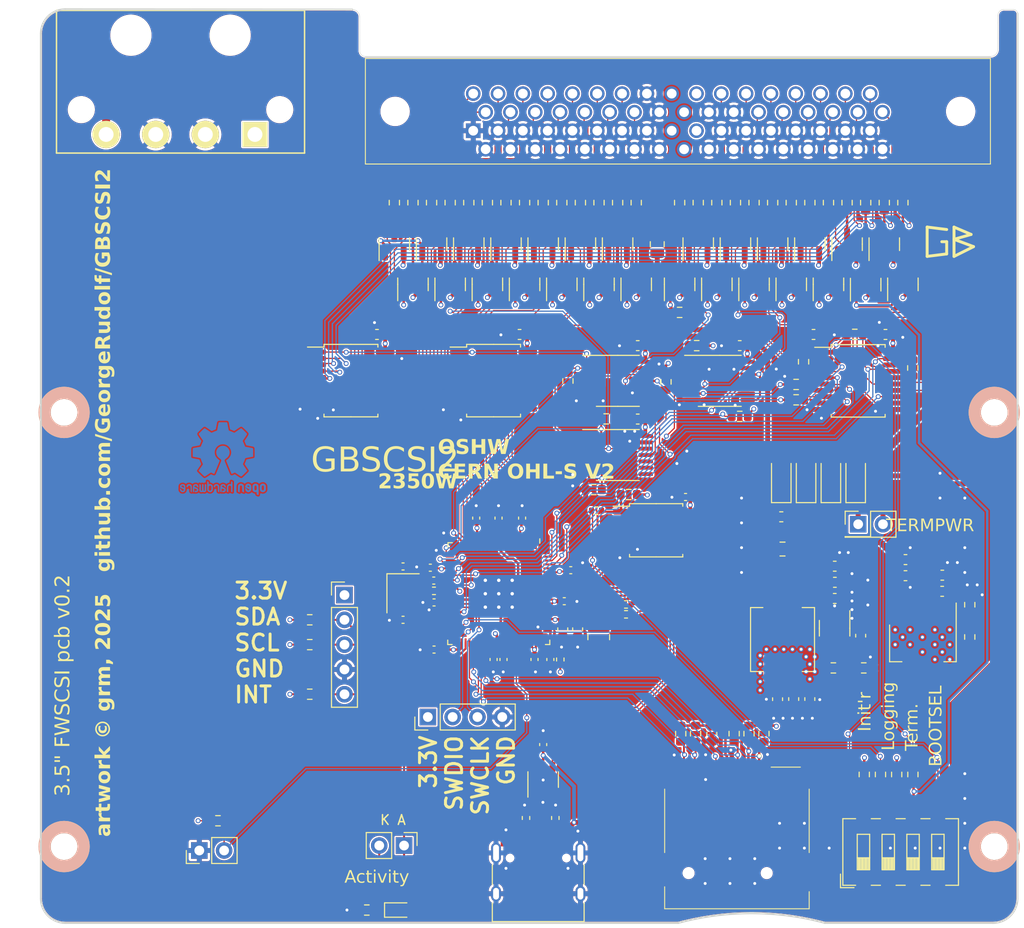
<source format=kicad_pcb>
(kicad_pcb (version 20221018) (generator pcbnew)
  (title_block (title "GBSCSI model 2, 3.5in form factor, FWSCSI") (date "2024-01-10") (rev "1.0") (comment 3 "Drawn by George R. M."))
  (layers (0 "F.Cu" signal) (1 "In1.Cu" signal) (2 "In2.Cu" signal) (31 "B.Cu" signal) (34 "B.Paste" user) (35 "F.Paste" user) (36 "B.SilkS" user "B.Silkscreen") (37 "F.SilkS" user "F.Silkscreen") (38 "B.Mask" user) (39 "F.Mask" user) (44 "Edge.Cuts" user))
  (net 0 "")
  (net 1 "GND")
  (net 2 "+3V3")
  (net 3 "+5V")
  (net 4 "Net-(U3-A0)")
  (net 5 "Net-(U1-VREG_AVDD)")
  (net 6 "Net-(D2-K)")
  (net 7 "/5V_IN")
  (net 8 "Net-(D4-A)")
  (net 9 "/VBUS")
  (net 10 "/TERMPWR")
  (net 11 "/SDIO_D2")
  (net 12 "/SDIO_D3")
  (net 13 "/SDIO_CMD")
  (net 14 "/SDIO_CLK")
  (net 15 "/SDIO_D0")
  (net 16 "/SDIO_D1")
  (net 17 "/~{SCSI_SD0}")
  (net 18 "/~{SCSI_SD1}")
  (net 19 "/~{SCSI_SD2}")
  (net 20 "/~{SCSI_SD3}")
  (net 21 "/~{SCSI_SD4}")
  (net 22 "/~{SCSI_SD5}")
  (net 23 "/~{SCSI_SD6}")
  (net 24 "/~{SCSI_SD7}")
  (net 25 "/~{SCSI_SDP}")
  (net 26 "/SCSI_~{ATTN}")
  (net 27 "/~{SCSI_BSY}")
  (net 28 "/~{SCSI_ACK}")
  (net 29 "/~{SCSI_MSG}")
  (net 30 "/~{SCSI_SEL}")
  (net 31 "/SCSI_~{C}{slash}D")
  (net 32 "/SCSI_~{REQ}")
  (net 33 "/~{INITIATOR}")
  (net 34 "/~{DEBUG}")
  (net 35 "/~{TERM_EN}")
  (net 36 "/~{MCU_ATTN}")
  (net 37 "/~{MCU_REQ}")
  (net 38 "/~{BUS_DIR}")
  (net 39 "Net-(D1-A)")
  (net 40 "/~{MCU_SEL_OUT}")
  (net 41 "/~{MCU_ACK}")
  (net 42 "Net-(U3-B1)")
  (net 43 "/EJECT")
  (net 44 "Net-(R6-Pad2)")
  (net 45 "Net-(R19-Pad1)")
  (net 46 "/~{MCU_SDP}")
  (net 47 "/~{MCU_CD{slash}SEL_IN}")
  (net 48 "Net-(R20-Pad2)")
  (net 49 "/~{MCU_MSG{slash}BSY_IN}")
  (net 50 "Net-(R21-Pad2)")
  (net 51 "/~{MCU_IO}")
  (net 52 "/~{MCU_SD0}")
  (net 53 "/~{MCU_SD1}")
  (net 54 "/~{MCU_SD2}")
  (net 55 "/~{MCU_SD3}")
  (net 56 "/~{MCU_SD4}")
  (net 57 "/~{MCU_SD5}")
  (net 58 "/~{MCU_SD6}")
  (net 59 "/~{MCU_SD7}")
  (net 60 "/XOUT")
  (net 61 "/~{MCU_BSY_OUT}")
  (net 62 "Net-(C21-Pad1)")
  (net 63 "+1V1")
  (net 64 "/BUS_DIR")
  (net 65 "/~{SCSI_RST}")
  (net 66 "/ACTY")
  (net 67 "/5V_TIE")
  (net 68 "Net-(F2-Pad1)")
  (net 69 "/SCSI_I{slash}~{O} ")
  (net 70 "Net-(Q1-D)")
  (net 71 "Net-(Q2-D)")
  (net 72 "Net-(Q3-D)")
  (net 73 "Net-(Q4-D)")
  (net 74 "Net-(Q5-D)")
  (net 75 "Net-(Q6-D)")
  (net 76 "Net-(Q7-D)")
  (net 77 "Net-(Q8-D)")
  (net 78 "Net-(Q9-D)")
  (net 79 "Net-(Q10-D)")
  (net 80 "Net-(Q11-D)")
  (net 81 "Net-(Q12-D)")
  (net 82 "Net-(Q13-D)")
  (net 83 "Net-(Q14-D)")
  (net 84 "Net-(Q15-D)")
  (net 85 "Net-(Q16-D)")
  (net 86 "Net-(Q17-D)")
  (net 87 "Net-(Q18-D)")
  (net 88 "+2V8")
  (net 89 "Net-(U7-GND)")
  (net 90 "/~{MCU_RST_OUT}")
  (net 92 "/I²C_SDA")
  (net 93 "/CC1")
  (net 94 "/Din+")
  (net 95 "/Din-")
  (net 97 "/CC2")
  (net 100 "/~{SCSI_SD12}")
  (net 101 "/~{SCSI_SD13}")
  (net 102 "/~{SCSI_SD14}")
  (net 103 "/~{SCSI_SD15}")
  (net 104 "/~{SCSI_SDP1}")
  (net 106 "/~{SCSI_SD8}")
  (net 107 "/~{SCSI_SD9}")
  (net 108 "/~{SCSI_SD10}")
  (net 109 "/~{SCSI_SD11}")
  (net 110 "/SWD")
  (net 111 "/SWCLK")
  (net 112 "/VREG_LX")
  (net 113 "Net-(Q19-D)")
  (net 114 "Net-(Q20-D)")
  (net 115 "Net-(Q21-D)")
  (net 116 "Net-(Q22-D)")
  (net 117 "Net-(Q23-D)")
  (net 118 "Net-(Q24-D)")
  (net 119 "Net-(Q25-D)")
  (net 120 "Net-(Q26-D)")
  (net 121 "Net-(Q27-D)")
  (net 122 "/XIN")
  (net 123 "/Dout+")
  (net 124 "/USB_D+")
  (net 125 "/Dout-")
  (net 126 "/USB_D-")
  (net 127 "/QSPI_SS")
  (net 128 "/~{USB_BOOT}")
  (net 129 "Net-(R64-Pad1)")
  (net 130 "/~{MCU_SDP1}")
  (net 131 "/I²C_SCL")
  (net 132 "/I²C_INT")
  (net 135 "/~{MCU_SD8}")
  (net 136 "/~{MCU_SD9}")
  (net 137 "/~{MCU_SD10}")
  (net 138 "/~{MCU_SD11}")
  (net 139 "/~{MCU_SD12}")
  (net 140 "/~{MCU_SD13}")
  (net 141 "/~{MCU_SD14}")
  (net 142 "/~{MCU_SD15}")
  (net 143 "/~{MCU_RST_IN}")
  (net 150 "/QSPI_SD3")
  (net 151 "/QSPI_SCLK")
  (net 152 "/QSPI_SD0")
  (net 153 "/QSPI_SD2")
  (net 154 "/QSPI_SD1")
  (net 156 "Net-(U8-BST)")
  (net 157 "Net-(U8-SW)")
  (net 158 "Net-(U8-FB)")
  (footprint "Package_TO_SOT_SMD:SOT-23" (layer "F.Cu") (at 63.02 67.203139 90)
    (fp_text reference "Q23" hide)
    (fp_text value "AO3401A")
  )
  (footprint "Resistor_SMD:R_0603_1608Metric" (layer "F.Cu") (at 54.356 108.204 180)
    (fp_text reference "R51" hide)
    (fp_text value "4k7")
  )
  (footprint "Resistor_SMD:R_0603_1608Metric" (layer "F.Cu") (at 66.83 62.948139 -90)
    (fp_text reference "R61" hide)
    (fp_text value "110")
  )
  (footprint "Package_SO:SOIC-8_5.23x5.23mm_P1.27mm" (layer "F.Cu") (at 89.825 96.5)
    (fp_text reference "U10" hide)
    (fp_text value "W25Q128JVS")
  )
  (footprint "Resistor_SMD:R_0603_1608Metric" (layer "F.Cu") (at 87.023 92.837)
    (fp_text reference "R54" hide)
    (fp_text value "4k7")
  )
  (footprint "Capacitor_SMD:C_0402_1005Metric" (layer "F.Cu") (at 81.082 100.584)
    (fp_text reference "C38" hide)
    (fp_text value "100nF")
  )
  (footprint "Resistor_SMD:R_0603_1608Metric" (layer "F.Cu") (at 115.09 62.948139 -90)
    (fp_text reference "R58" hide)
    (fp_text value "110")
  )
  (footprint "Connector_PinHeader_2.54mm:PinHeader_1x02_P2.54mm_Vertical" (layer "F.Cu") (at 64.013 128.778 -90)
    (fp_text reference "J3" hide)
    (fp_text value "Conn_01x02")
  )
  (footprint "Package_TO_SOT_SMD:SOT-23" (layer "F.Cu") (at 115.09 71.315639 90)
    (fp_text reference "Q22" hide)
    (fp_text value "AO3401A")
  )
  (footprint "LED_SMD:LED_0603_1608Metric" (layer "F.Cu") (at 63.5 135.382)
    (fp_text reference "D1" hide)
    (fp_text value "YELLOW")
  )
  (footprint "Resistor_SMD:R_0603_1608Metric" (layer "F.Cu") (at 92.3394 117.322 90)
    (fp_text reference "R7" hide)
    (fp_text value "4k7")
  )
  (footprint "Package_TO_SOT_SMD:SOT-23" (layer "F.Cu") (at 64.925 71.315639 90)
    (fp_text reference "Q24" hide)
    (fp_text value "AO3401A")
  )
  (footprint "Capacitor_SMD:C_0402_1005Metric" (layer "F.Cu") (at 63.909 105.664 180)
    (fp_text reference "C20" hide)
    (fp_text value "22pF")
  )
  (footprint "Resistor_SMD:R_0603_1608Metric" (layer "F.Cu") (at 60.198 135.382)
    (fp_text reference "R50" hide)
    (fp_text value "510")
  )
  (footprint "Resistor_SMD:R_0603_1608Metric" (layer "F.Cu") (at 93.9789 77.590139 180)
    (fp_text reference "R13" hide)
    (fp_text value "4k7")
  )
  (footprint "Resistor_SMD:R_0603_1608Metric" (layer "F.Cu") (at 97.8124 117.322 90)
    (fp_text reference "R3" hide)
    (fp_text value "4k7")
  )
  (footprint "Capacitor_SMD:C_0402_1005Metric" (layer "F.Cu") (at 66.703 100.33 180)
    (fp_text reference "C29" hide)
    (fp_text value "100nF")
  )
  (footprint "Package_TO_SOT_SMD:SOT-23" (layer "F.Cu") (at 99.85 71.315639 90)
    (fp_text reference "Q14" hide)
    (fp_text value "AO3401A")
  )
  (footprint "Connector_PinHeader_2.54mm:PinHeader_1x05_P2.54mm_Vertical" (layer "F.Cu") (at 57.912 103.129)
    (fp_text reference "J6" hide)
    (fp_text value "Conn_01x05")
  )
  (footprint "Resistor_SMD:R_0603_1608Metric" (layer "F.Cu") (at 111.28 62.948139 -90)
    (fp_text reference "R56" hide)
    (fp_text value "110")
  )
  (footprint "Resistor_SMD:R_0603_1608Metric" (layer "F.Cu") (at 76.355 62.948139 -90)
    (fp_text reference "R24" hide)
    (fp_text value "110")
  )
  (footprint "Resistor_SMD:R_0603_1608Metric" (layer "F.Cu") (at 54.356 105.664 180)
    (fp_text reference "R15" hide)
    (fp_text value "4k7")
  )
  (footprint "Connector_PinHeader_2.54mm:PinHeader_1x04_P2.54mm_Vertical" (layer "F.Cu") (at 66.4478 115.618 90)
    (fp_text reference "J7" hide)
    (fp_text value "Conn_01x04")
  )
  (footprint "Capacitor_SMD:C_0603_1608Metric" (layer "F.Cu") (at 108.126 101.828139)
    (fp_text reference "C17" hide)
    (fp_text value "1uF")
  )
  (footprint "GBSCSI:DRVPWR" (layer "F.Cu") (at 42.3952 61.0475)
    (fp_text reference "J4" hide)
    (fp_text value "MnL" hide)
  )
  (footprint "Resistor_SMD:R_0603_1608Metric" (layer "F.Cu") (at 83.439 92.329)
    (fp_text reference "R10" hide)
    (fp_text value "4k7")
  )
  (footprint "Resistor_SMD:R_0603_1608Metric" (layer "F.Cu") (at 105.565 62.948139 -90)
    (fp_text reference "R38" hide)
    (fp_text value "110")
  )
  (footprint "GBSCSI:MH2.5_NPTH" (layer "F.Cu") (at 124.45 128.88)
    (fp_text reference "H4" hide)
    (fp_text value "~" hide)
  )
  (footprint "Fiducial:Fiducial_0.5mm_Mask1mm" (layer "F.Cu") (at 122 50.448139)
    (fp_text reference "FID3" hide)
    (fp_text value "Fiducial")
  )
  (footprint "Resistor_SMD:R_0603_1608Metric" (layer "F.Cu") (at 101.755 62.948139 -90)
    (fp_text reference "R36" hide)
    (fp_text value "110")
  )
  (footprint "Resistor_SMD:R_0603_1608Metric" (layer "F.Cu") (at 94.135 62.948139 -90)
    (fp_text reference "R32" hide)
    (fp_text value "110")
  )
  (footprint "Package_SO:TSSOP-14_4.4x5mm_P0.65mm" (layer "F.Cu") (at 96.341166 81.197139)
    (fp_text reference "U6" hide)
    (fp_text value "74LVT125")
  )
  (footprint "Capacitor_SMD:C_0402_1005Metric" (layer "F.Cu") (at 78.994 109.728 -90)
    (fp_text reference "C36" hide)
    (fp_text value "4.7uF")
  )
  (footprint "Resistor_SMD:R_0603_1608Metric" (layer "F.Cu") (at 121.938 104.120139 -90)
    (fp_text reference "R45" hide)
    (fp_text value "0")
  )
  (footprint "Resistor_SMD:R_0603_1608Metric" (layer "F.Cu") (at 80.79 81.209339 90)
    (fp_text reference "R19" hide)
    (fp_text value "1k")
  )
  (footprint "Package_TO_SOT_SMD:SOT-23" (layer "F.Cu") (at 76.355 71.315639 90)
    (fp_text reference "Q3" hide)
    (fp_text value "AO3401A")
  )
  (footprint "Package_TO_SOT_SMD:SOT-23" (layer "F.Cu") (at 97.945 67.203139 90)
    (fp_text reference "Q13" hide)
    (fp_text value "AO3401A")
  )
  (footprint "Package_SO:SSOP-20_5.3x7.2mm_P0.65mm" (layer "F.Cu") (at 58.575 81.173139)
    (fp_text reference "U11" hide)
    (fp_text value "74LVT245")
  )
  (footprint "Package_TO_SOT_SMD:SOT-23" (layer "F.Cu") (at 101.755 67.203139 90)
    (fp_text reference "Q15" hide)
    (fp_text value "AO3401A")
  )
  (footprint "Resistor_SMD:R_0402_1005Metric" (layer "F.Cu") (at 86.741 105.1052 180)
    (fp_text reference "R49" hide)
    (fp_text value "27")
  )
  (footprint "Capacitor_SMD:C_0603_1608Metric" (layer "F.Cu") (at 105.94 76.447139)
    (fp_text reference "C2" hide)
    (fp_text value "12pF")
  )
  (footprint "Package_TO_SOT_SMD:SOT-23" (layer "F.Cu") (at 85.88 67.203139 90)
    (fp_text reference "Q8" hide)
    (fp_text value "AO3401A")
  )
  (footprint "Resistor_SMD:R_0603_1608Metric" (layer "F.Cu") (at 90.833 81.300139 -90)
    (fp_text reference "R11" hide)
    (fp_text value "4k7")
  )
  (footprint "Fuse:Fuse_0805_2012Metric" (layer "F.Cu") (at 89.938 67.203139 -90)
    (fp_text reference "F1" hide)
    (fp_text value "1A")
  )
  (footprint "Resistor_SMD:R_0603_1608Metric" (layer "F.Cu") (at 72.545 62.948139 -90)
    (fp_text reference "R22" hide)
    (fp_text value "110")
  )
  (footprint "Capacitor_SMD:C_0402_1005Metric" (layer "F.Cu") (at 71.4008 95.25 90)
    (fp_text reference "C28" hide)
    (fp_text value "100nF")
  )
  (footprint "Package_TO_SOT_SMD:SOT-23" (layer "F.Cu") (at 87.785 71.315639 90)
    (fp_text reference "Q9" hide)
    (fp_text value "AO3401A")
  )
  (footprint "Resistor_SMD:R_0603_1608Metric" (layer "F.Cu") (at 92.23 62.948139 -90)
    (fp_text reference "R31" hide)
    (fp_text value "110")
  )
  (footprint "Capacitor_SMD:C_0603_1608Metric" (layer "F.Cu") (at 87.9398 85.110139 180)
    (fp_text reference "C7" hide)
    (fp_text value "100nF")
  )
  (footprint "Capacitor_SMD:C_0402_1005Metric" (layer "F.Cu") (at 73.18 109.728 -90)
    (fp_text reference "C31" hide)
    (fp_text value "100nF")
  )
  (footprint "Capacitor_SMD:C_0402_1005Metric" (layer "F.Cu") (at 67.084 103.886 180)
    (fp_text reference "C23" hide)
    (fp_text value "4.7uF")
  )
  (footprint "Button_Switch_SMD:SW_DIP_SPSTx04_Slide_6.7x11.72mm_W8.61mm_P2.54mm_LowProfile" (layer "F.Cu") (at 114.8614 129.4384 90)
    (fp_text reference "SW1" hide)
    (fp_text value "SW_DIP_x04")
  )
  (footprint "Package_TO_SOT_SMD:SOT-23" (layer "F.Cu") (at 109.375 67.203139 90)
    (fp_text reference "Q19" hide)
    (fp_text value "AO3401A")
  )
  (footprint "Resistor_SMD:R_0603_1608Metric" (layer "F.Cu") (at 80.165 62.948139 -90)
    (fp_text reference "R26" hide)
    (fp_text value "110")
  )
  (footprint "Resistor_SMD:R_0603_1608Metric" (layer "F.Cu") (at 93.8634 117.322 90)
    (fp_text reference "R5" hide)
    (fp_text value "4k7")
  )
  (footprint "Package_TO_SOT_SMD:SOT-23" (layer "F.Cu") (at 68.735 71.315639 90)
    (fp_text reference "Q26" hide)
    (fp_text value "AO3401A")
  )
  (footprint "Inductor_SMD:L_0603_1608Metric" (layer "F.Cu") (at 102.638 95.116139)
    (fp_text reference "L1" hide)
    (fp_text value "Ferrite_Bead_Small")
  )
  (footprint "Diode_SMD:D_SOD-123" (layer "F.Cu") (at 102.638 91.306139 90)
    (fp_text reference "D4" hide)
    (fp_text value "D_Schottky")
  )
  (footprint "Inductor_SMD:L_1008_2520Metric_Pad1.43x2.20mm_HandSolder" (layer "F.Cu") (at 83.947 107.442 -90)
    (fp_text reference "L3" hide)
    (fp_text value "3.3uH")
  )
  (footprint "Resistor_SMD:R_0603_1608Metric" (layer "F.Cu") (at 100.8604 117.322 90)
    (fp_text reference "R1" hide)
    (fp_text value "4k7")
  )
  (footprint "Diode_SMD:D_SOD-123" (layer "F.Cu") (at 107.718 91.306139 90)
    (fp_text reference "D3" hide)
    (fp_text value "D_Schottky")
  )
  (footprint "Capacitor_SMD:C_0603_1608Metric" (layer "F.Cu") (at 119.112 102.749139)
    (fp_text reference "C11" hide)
    (fp_text value "100nF")
  )
  (footprint "Package_SO:TSSOP-14_4.4x5mm_P0.65mm" (layer "F.Cu") (at 85.903333 81.197139)
    (fp_text reference "U5" hide)
    (fp_text value "74LVT125")
  )
  (footprint "Fiducial:Fiducial_0.5mm_Mask1mm" (layer "F.Cu") (at 57.5 134.25)
    (fp_text reference "FID2" hide)
    (fp_text value "Fiducial")
  )
  (footprint "Resistor_SMD:R_0603_1608Metric" (layer "F.Cu") (at 121.938 107.422139 -90)
    (fp_text reference "R44" hide)
    (fp_text value "~")
  )
  (footprint "Capacitor_SMD:C_0603_1608Metric" (layer "F.Cu") (at 115.357 99.498139)
    (fp_text reference "C8" hide)
    (fp_text value "1uF")
  )
  (footprint "Capacitor_SMD:C_0402_1005Metric" (layer "F.Cu") (at 74.196 109.728 -90)
    (fp_text reference "C22" hide)
    (fp_text value "100nF")
  )
  (footprint "Inductor_SMD:L_Vishay_IHLP-2525" (layer "F.Cu") (at 102.766 107.683139 -90)
    (fp_text reference "L2" hide)
    (fp_text value "2.2uH")
  )
  (footprint "Connector_USB:USB_C_Receptacle_HRO_TYPE-C-31-M-12" (layer "F.Cu") (at 77.7508 132.6614)
    (fp_text reference "J1" hide)
    (fp_text value "USB_DATA")
  )
  (footprint "Capacitor_SMD:C_0603_1608Metric" (layer "F.Cu") (at 103.909 113.779139 -90)
    (fp_text reference "C13" hide)
    (fp_text value "22uF")
  )
  (footprint "Capacitor_SMD:C_0402_1005Metric" (layer "F.Cu") (at 67.0548 101.648 180)
    (fp_text reference "C39" hide)
    (fp_text value "100nF")
  )
  (footprint "Package_TO_SOT_SMD:SOT-23" (layer "F.Cu") (at 82.07 67.203139 90)
    (fp_text reference "Q6" hide)
    (fp_text value "AO3401A")
  )
  (footprint "Capacitor_SMD:C_0603_1608Metric" (layer "F.Cu") (at 87.9398 77.590139 180)
    (fp_text reference "C5" hide)
    (fp_text value "100nF")
  )
  (footprint "Capacitor_SMD:C_0402_1005Metric" (layer "F.Cu") (at 77.371 109.728 -90)
    (fp_text reference "C32" hide)
    (fp_text value "100nF")
  )
  (footprint "Resistor_SMD:R_0603_1608Metric" (layer "F.Cu") (at 99.3364 117.322 90)
    (fp_text reference "R2" hide)
    (fp_text value "4k7")
  )
  (footprint "Package_TO_SOT_SMD:SOT-23" (layer "F.Cu") (at 107.47 71.315639 90)
    (fp_text reference "Q18" hide)
    (fp_text value "AO3401A")
  )
  (footprint "Package_SO:SSOP-20_5.3x7.2mm_P0.65mm" (layer "F.Cu") (at 73.18 81.173139)
    (fp_text reference "U2" hide)
    (fp_text value "74LVT245")
  )
  (footprint "Capacitor_SMD:C_0402_1005Metric" (layer "F.Cu") (at 67.084 108.712 180)
    (fp_text reference "C30" hide)
    (fp_text value "100nF")
  )
  (footprint "Resistor_SMD:R_0402_1005Metric" (layer "F.Cu") (at 86.741 104.0892 180)
    (fp_text reference "R48" hide)
    (fp_text value "27")
  )
  (footprint "GBSCSI:MH2.5_NPTH" (layer "F.Cu") (at 29.2 84.43)
    (fp_text reference "H1" hide)
    (fp_text value "~" hide)
  )
  (footprint "Fuse:Fuse_0805_2012Metric" (layer "F.Cu") (at 102.765 98.418139)
    (fp_text reference "F2" hide)
    (fp_text value "1A")
  )
  (footprint "Package_TO_SOT_SMD:SOT-23-6" (layer "F.Cu") (at 78.2562 122.0231 90)
    (fp_text reference "U9" hide)
    (fp_text value "USB TVS")
  )
  (footprint "Resistor_SMD:R_0603_1608Metric" (layer "F.Cu") (at 70.64 62.948139 -90)
    (fp_text reference "R63" hide)
    (fp_text value "110")
  )
  (footprint "Resistor_SMD:R_0603_1608Metric" (layer "F.Cu") (at 103.66 62.948139 -90)
    (fp_text reference "R37" hide)
    (fp_text value "110")
  )
  (footprint "Capacitor_SMD:C_0402_1005Metric" (layer "F.Cu") (at 73.6868 95.25 90)
    (fp_text reference "C24" hide)
    (fp_text value "100nF")
  )
  (footprint "Package_TO_SOT_SMD:SOT-23" (layer "F.Cu") (at 83.975 71.315639 90)
    (fp_text reference "Q7" hide)
    (fp_text value "AO3401A")
  )
  (footprint "GBSCSI:TF01A" (layer "F.Cu") (at 98.0974 128)
    (fp_text reference "J2" hide)
    (fp_text value "TF003" hide)
  )
  (footprint "Resistor_SMD:R_0402_1005Metric" (layer "F.Cu") (at 76.5008 125.9546 90)
    (fp_text reference "R47" hide)
    (fp_text value "5k1")
  )
  (footprint "Resistor_SMD:R_0603_1608Metric" (layer "F.Cu") (at 74.45 62.948139 -90)
    (fp_text reference "R23" hide)
    (fp_text value "110")
  )
  (footprint "Resistor_SMD:R_0603_1608Metric" (layer "F.Cu") (at 84.709 85.09 180)
    (fp_text reference "R64" hide)
    (fp_text value "1k")
  )
  (footprint "Package_TO_SOT_SMD:SOT-23" (layer "F.Cu") (at 80.165 71.315639 90)
    (fp_text reference "Q5" hide)
    (fp_text value "AO3401A")
  )
  (footprint "Package_TO_SOT_SMD:TSOT-23-6" (layer "F.Cu") (at 108.099293 106.526432 -90)
    (fp_text reference "U8" hide)
    (fp_text value "AP62250WU")
  )
  (footprint "Capacitor_SMD:C_0402_1005Metric" (layer "F.Cu") (at 78.2588 118.44 90)
    (fp_text reference "C33" hide)
    (fp_text value "100nF")
  )
  (footprint "Crystal:Crystal_SMD_3225-4Pin_3.2x2.5mm" (layer "F.Cu") (at 63.909 102.95 -90)
    (fp_text reference "Y1" hide)
    (fp_text value "12MHz")
  )
  (footprint "Connector_PinHeader_2.54mm:PinHeader_2x01_P2.54mm_Vertical" (layer "F.Cu") (at 110.512 95.878139)
    (fp_text reference "JP3" hide)
    (fp_text value "Jumper_2_Open")
  )
  (footprint "Resistor_SMD:R_0603_1608Metric" (layer "F.Cu") (at 114.455 121.5014 -90)
    (fp_text reference "R6" hide)
    (fp_text value "1k")
  )
  (footprint "Capacitor_SMD:C_0603_1608Metric" (layer "F.Cu") (at 108.113 103.479139)
    (fp_text reference "C18" hide)
    (fp_text value "100nF")
  )
  (footprint "GBSCSI:MH2.5_NPTH" (layer "F.Cu") (at 29.2 128.88)
    (fp_text reference "H2" hide)
    (fp_text value "~" hide)
  )
  (footprint "Resistor_SMD:R_0603_1608Metric" (layer "F.Cu") (at 110.1646 76.434139)
    (fp_text reference "R8" hide)
    (fp_text value "4k7")
  )
  (footprint "Resistor_SMD:R_0603_1608Metric" (layer "F.Cu") (at 113.185 62.948139 -90)
    (fp_text reference "R57" hide)
    (fp_text value "110")
  )
  (footprint "Resistor_SMD:R_0603_1608Metric" (layer "F.Cu") (at 82.07 62.948139 -90)
    (fp_text reference "R27" hide)
    (fp_text value "110")
  )
  (footprint "GBSCSI:RP2350-QFN-80-1EP_10x10_P0.4mm_EP3.4x3.4mm_ThermalVias" (layer "F.Cu") (at 73.71 102.995139 -90)
    (fp_text reference "U1" hide)
    (fp_text value "RP2350_80QFN")
  )
  (footprint "Resistor_SMD:R_0603_1608Metric" (layer "F.Cu") (at 44.958 126.238)
    (fp_text reference "R66" hide)
    (fp_text value "4k7")
  )
  (footprint "Package_SO:TSSOP-14_4.4x5mm_P0.65mm" (layer "F.Cu") (at 85.903333 88.793139)
    (fp_text reference "U4" hide)
    (fp_text value "74LVT125")
  )
  (footprint "Resistor_SMD:R_0603_1608Metric" (layer "F.Cu") (at 99.85 62.948139 -90)
    (fp_text reference "R35" hide)
    (fp_text value "110")
  )
  (footprint "Package_TO_SOT_SMD:SOT-23" (layer "F.Cu") (at 105.565 67.203139 90)
    (fp_text reference "Q17" hide)
    (fp_text value "AO3401A")
  )
  (footprint "Capacitor_SMD:C_0603_1608Metric" (layer "F.Cu") (at 81.788 106.6292 -90)
    (fp_text reference "C35" hide)
    (fp_text value "4.7uF")
  )
  (footprint "Resistor_SMD:R_0603_1608Metric" (layer "F.Cu") (at 96.04 62.948139 -90)
    (fp_text reference "R33" hide)
    (fp_text value "110")
  )
  (footprint "Resistor_SMD:R_0603_1608Metric" (layer "F.Cu") (at 109.375 62.948139 -90)
    (fp_text reference "R55" hide)
    (fp_text value "110")
  )
  (footprint "Resistor_SMD:R_0603_1608Metric" (layer "F.Cu") (at 116.1 79.876139 90)
    (fp_text reference "R17" hide)
    (fp_text value "1k")
  )
  (footprint "Capacitor_SMD:C_0603_1608Metric" (layer "F.Cu") (at 98.3855 77.590139 180)
    (fp_text reference "C6" hide)
    (fp_text value "100nF")
  )
  (footprint "Capacitor_SMD:C_0603_1608Metric" (layer "F.Cu") (at 75.841 76.447139 180)
    (fp_text reference "C4" hide)
    (fp_text value "100nF")
  )
  (footprint "Fiducial:Fiducial_0.5mm_Mask1mm" (layer "F.Cu") (at 122.05 134.2)
    (fp_text reference "FID1" hide)
    (fp_text value "Fiducial")
  )
  (footprint "Resistor_SMD:R_0603_1608Metric" (layer "F.Cu") (at 83.975 62.948139 -90)
    (fp_text reference "R28" hide)
    (fp_text value "110")
  )
  (footprint "Diode_SMD:D_SOD-123" (layer "F.Cu") (at 105.178 91.306139 90)
    (fp_text reference "D5" hide)
    (fp_text value "D_Schottky")
  )
  (footprint "Package_TO_SOT_SMD:SOT-23" (layer "F.Cu") (at 94.135 67.203139 90)
    (fp_text reference "Q11" hide)
    (fp_text value "AO3401A")
  )
  (footprint "Package_TO_SOT_SMD:SOT-23" (layer "F.Cu") (at 103.66 71.315639 90)
    (fp_text reference "Q16" hide)
    (fp_text value "AO3401A")
  )
  (footprint "Package_SO:SSOP-20_5.3x7.2mm_P0.65mm" (layer "F.Cu") (at 110.512 81.197139)
    (fp_text reference "U3" hide)
    (fp_text value "74LVT245")
  )
  (footprint "Resistor_SMD:R_0603_1608Metric" (layer "F.Cu") (at 97.945 62.948139 -90)
    (fp_text reference "R34" hide)
    (fp_text value "110")
  )
  (footprint "Resistor_SMD:R_0603_1608Metric" (layer "F.Cu") (at 112.795534 121.5014 90)
    (fp_text reference "R9" hide)
    (fp_text value "4k7")
  )
  (footprint "Resistor_SMD:R_0603_1608Metric" (layer "F.Cu") (at 116.114468 121.5014 90)
    (fp_text reference "R43" hide)
    (fp_text value "4k7")
  )
  (footprint "Capacitor_SMD:C_0603_1608Metric" (layer "F.Cu") (at 95.5264 117.322 -90)
    (fp_text reference "C1" hide)
    (fp_text value "100nF")
  )
  (footprint "Capacitor_SMD:C_0603_1608Metric" (layer "F.Cu") (at 80.264 106.6292 -90)
    (fp_text reference "C26" hide)
    (fp_text value "4.7uF")
  )
  (footprint "Resistor_SMD:R_0603_1608Metric" (layer "F.Cu") (at 64.925 62.948139 -90)
    (fp_text reference "R60" hide)
    (fp_text value "110")
  )
  (footprint "Capacitor_SMD:C_0603_1608Metric" (layer "F.Cu") (at 115.357 101.149139)
    (fp_text reference "C10" hide)
    (fp_text value "100nF")
  )
  (footprint "Resistor_SMD:R_0603_1608Metric" (layer "F.Cu") (at 104.921 79.241139 90)
    (fp_text reference "R16" hide)
    (fp_text value "110")
  )
  (footprint "Capacitor_SMD:C_0603_1608Metric" (layer "F.Cu") (at 61.2408 76.447139 180)
    (fp_text reference "C37" hide)
    (fp_text value "100nF")
  )
  (footprint "Resistor_SMD:R_0402_1005Metric" (layer "F.Cu") (at 67.075 102.7 180)
    (fp_text reference "R14" hide)
    (fp_text value "1k")
  )
  (footprint "Capacitor_SMD:C_0402_1005Metric" (layer "F.Cu") (at 80.419 103.759)
    (fp_text reference "C25" hide)
    (fp_text value "1uF")
  )
  (footprint "Resistor_SMD:R_0603_1608Metric" (layer "F.Cu") (at 85.88 62.948139 -90)
    (fp_text reference "R29" hide)
    (fp_text value "110")
  )
  (footprint "Resistor_SMD:R_0402_1005Metric" (layer "F.Cu") (at 80.01 109.728 -90)
    (fp_text reference "R65" hide)
    (fp_text value "27")
  )
  (footprint "Package_TO_SOT_SMD:SOT-23" (layer "F.Cu") (at 78.26 67.203139 90)
    (fp_text reference "Q4" hide)
    (fp_text value "AO3401A")
  )
  (footprint "Capacitor_SMD:C_0402_1005Metric" (layer "F.Cu") (at 92.837 93.091 180)
    (fp_text reference "C34" hide)
    (fp_text value "100nF")
  )
  (footprint "Resistor_SMD:R_0603_1608Metric" (layer "F.Cu") (at 107.973 110.591139)
    (fp_text reference "R41" hide)
    (fp_text value "31k6")
  )
  (footprint "Resistor_SMD:R_0603_1608Metric" (layer "F.Cu") (at 92.23 74.188139 180)
    (fp_text reference "R40" hide)
    (fp_text value "4k7")
  )
  (footprint "Resistor_SMD:R_0603_1608Metric" (layer "F.Cu") (at 111.136068 121.5014 -90)
    (fp_text reference "R4" hide)
    (fp_text value "1k")
  )
  (footprint "Package_TO_SOT_SMD:SOT-23" (layer "F.Cu") (at 111.28 71.345639 90)
    (fp_text reference "Q20" hide)
    (fp_text value "AO3401A")
  )
  (footprint "Resistor_SMD:R_0402_1005Metric" (layer "F.Cu") (at 79.5008 125.9546 90)
    (fp_text reference "R46" hide)
    (fp_text value "5k1")
  )
  (footprint "Resistor_SMD:R_0603_1608Metric" (layer "F.Cu") (at 68.735 62.948139 -90)
    (fp_text reference "R62" hide)
    (fp_text value "110")
  )
  (footprint "Capacitor_SMD:C_0402_1005Metric" (layer "F.Cu") (at 63.909 100.203)
    (fp_text reference "C21" hide)
    (fp_text value "22pF")
  )
  (footprint "GBSCSI:MH2.5_NPTH" (layer "F.Cu") (at 124.45 84.43)
    (fp_text reference "H3" hide)
    (fp_text value "~" hide)
  )
  (footprint "Package_TO_SOT_SMD:SOT-23" (layer "F.Cu") (at 66.83 67.203139 90)
    (fp_text reference "Q25" hide)
    (fp_text value "AO3401A")
  )
  (footprint "Capacitor_SMD:C_0603_1608Metric" (layer "F.Cu") (at 102.258 113.792139 -90)
    (fp_text reference "C16" hide)
    (fp_text value "100nF")
  )
  (footprint "Package_TO_SOT_SMD:SOT-23" (layer "F.Cu") (at 92.23 71.315639 90)
    (fp_text reference "Q10" hide)
    (fp_text value "AO3401A")
  )
  (footprint "Capacitor_SMD:C_0603_1608Metric" (layer "F.Cu") (at 105.56 113.779139 -90)
    (fp_text reference "C12" hide)
    (fp_text value "22uF")
  )
  (footprint "Capacitor_SMD:C_0603_1608Metric" (layer "F.Cu") (at 110.767 107.289139 -90)
    (fp_text reference "C14" hide)
    (fp_text value "100nF")
  )
  (footprint "Connector_PinHeader_2.54mm:PinHeader_1x02_P2.54mm_Vertical" (layer "F.Cu") (at 43.048 129.286 90)
    (fp_text reference "J8" hide)
    (fp_text value "Conn_01x02")
  )
  (footprint "Capacitor_SMD:C_0603_1608Metric" (layer "F.Cu") (at 113.306 76.447139 180)
    (fp_text reference "C3" hide)
    (fp_text value "100nF")
  )
  (footprint "Resistor_SMD:R_0603_1608Metric" (layer "F.Cu") (at 54.356 113.284 180)
    (fp_text reference "R52" hide)
    (fp_text value "4k7")
  )
  (footprint "Resistor_SMD:R_0603_1608Metric" (layer "F.Cu") (at 78.26 62.948139 -90)
    (fp_text reference "R25" hide)
    (fp_text value "110")
  )
  (footprint "Package_TO_SOT_SMD:SOT-23" (layer "F.Cu") (at 113.185 67.203139 90)
    (fp_text reference "Q21" hide)
    (fp_text value "AO3401A")
  )
  (footprint "Resistor_SMD:R_0603_1608Metric" (layer "F.Cu") (at 87.785 62.948139 -90)
    (fp_text reference "R30" hide)
    (fp_text value "110")
  )
  (footprint "Capacitor_SMD:C_0603_1608Metric" (layer "F.Cu") (at 119.125 101.098139)
    (fp_text reference "C9" hide)
    (fp_text value "1uF")
  )
  (footprint "Resistor_SMD:R_0603_1608Metric" (layer "F.Cu") (at 63.02 62.948139 -90)
    (fp_text reference "R59" hide)
    (fp_text value "110")
  )
  (footprint "Package_TO_SOT_SMD:SOT-23" (layer "F.Cu") (at 74.45 67.203139 90)
    (fp_text reference "Q2" hide)
    (fp_text value "AO3401A")
  )
  (footprint "Resistor_SMD:R_0603_1608Metric" (layer "F.Cu") (at 111.084 110.591139)
    (fp_text reference "R42" hide)
    (fp_text value "10k")
  )
  (footprint "GBSCSI:5787169-7" (layer "F.Cu") (at 92.0532 54.496339 180)
    (fp_text reference "J5" hide)
    (fp_text value "HD68")
    (fp_line (start -32 6.5) (end 32 6.5) (stroke (width 0.1)) (layer "Edge.Cuts"))
  )
  (footprint "Resistor_SMD:R_0603_1608Metric" (layer "F.Cu") (at 104.158 83.139739 180)
    (fp_text reference "R21" hide)
    (fp_text value "1k")
  )
  (footprint "Resistor_SMD:R_0603_1608Metric" (layer "F.Cu") (at 104.158 81.564939 180)
    (fp_text reference "R20" hide)
    (fp_text value "1k")
  )
  (footprint "Resistor_SMD:R_0402_1005Metric" (layer "F.Cu") (at 83.719 94.488 180)
    (fp_text reference "R53" hide)
    (fp_text value "1k")
  )
  (footprint "Package_TO_SOT_SMD:SOT-223-3_TabPin2" (layer "F.Cu") (at 117.138 108.047139 -90)
    (fp_text reference "U7" hide)
    (fp_text value "AZ1117-2.85")
  )
  (footprint "Resistor_SMD:R_0603_1608Metric" (layer "F.Cu") (at 98.3855 84.836 180)
    (fp_text reference "R12" hide)
    (fp_text value "4k7")
  )
  (footprint "Capacitor_SMD:C_0402_1005Metric" (layer "F.Cu") (at 76.0998 95.25 90)
    (fp_text reference "C27" hide)
    (fp_text value "100nF")
  )
  (footprint "Resistor_SMD:R_0603_1608Metric" (layer "F.Cu") (at 107.47 62.948139 -90)
    (fp_text reference "R39" hide)
    (fp_text value "110")
  )
  (footprint "Package_TO_SOT_SMD:SOT-23" (layer "F.Cu") (at 72.545 71.315639 90)
    (fp_text reference "Q1" hide)
    (fp_text value "AO3401A")
  )
  (footprint "Package_TO_SOT_SMD:SOT-23" (layer "F.Cu") (at 70.64 67.203139 90)
    (fp_text reference "Q27" hide)
    (fp_text value "AO3401A")
  )
  (footprint "Capacitor_SMD:C_0603_1608Metric" (layer "F.Cu") (at 108.113 100.177139)
    (fp_text reference "C15" hide)
    (fp_text value "10uF")
  )
  (footprint "Package_TO_SOT_SMD:SOT-23" (layer "F.Cu") (at 96.04 71.315639 90)
    (fp_text reference "Q12" hide)
    (fp_text value "AO3401A")
  )
  (footprint "Diode_SMD:D_SOD-123" (layer "F.Cu") (at 110.258 91.306139 90)
    (fp_text reference "D2" hide)
    (fp_text value "D_Schottky")
  )
  (footprint "Symbol:OSHW-Logo2_9.8x8mm_Copper" (layer "B.Cu") (at 45.466 89.154 180)
    (fp_text reference "REF**" hide)
    (fp_text value "OSHW-Logo2_9.8x8mm_Copper" hide)
  )
  (gr_line (start 122.325 67.454) (end 120.325 66.704) (stroke (width 0.3)) (layer "F.SilkS"))
  (gr_line (start 117.575 68.45) (end 119.575 68.2) (stroke (width 0.3)) (layer "F.SilkS"))
  (gr_line (start 122.075 66.204) (end 120.325 66.704) (stroke (width 0.3)) (layer "F.SilkS"))
  (gr_line (start 119.575 68.2) (end 119.575 66.95) (stroke (width 0.3)) (layer "F.SilkS"))
  (gr_line (start 117.575 65.45) (end 119.575 65.7) (stroke (width 0.3)) (layer "F.SilkS"))
  (gr_line (start 117.575 65.45) (end 117.575 68.45) (stroke (width 0.3)) (layer "F.SilkS"))
  (gr_line (start 120.325 68.454) (end 122.325 67.454) (stroke (width 0.3)) (layer "F.SilkS"))
  (gr_line (start 119.075 66.95) (end 119.575 66.95) (stroke (width 0.3)) (layer "F.SilkS"))
  (gr_line (start 120.325 65.454) (end 122.075 66.204) (stroke (width 0.3)) (layer "F.SilkS"))
  (gr_line (start 120.325 68.454) (end 120.325 65.454) (stroke (width 0.3)) (layer "F.SilkS"))
  (gr_arc (start 124.8182 43.812948) (mid 124.978258 43.374237) (end 125.401652 43.1772) (stroke (width 0.05)) (layer "Edge.Cuts"))
  (gr_line (start 124.811344 47.2412) (end 124.8182 44.5488) (stroke (width 0.05)) (layer "Edge.Cuts"))
  (gr_arc (start 58.704748 43.177201) (mid 59.240214 43.397753) (end 59.462892 43.932339) (stroke (width 0.05)) (layer "Edge.Cuts"))
  (gr_arc (start 92.0974 136.7) (mid 99.5974 135.712606) (end 107.0974 136.7) (stroke (width 0.2)) (layer "Edge.Cuts"))
  (gr_arc (start 124.811344 47.2412) (mid 124.588666 47.775786) (end 124.0532 47.996338) (stroke (width 0.05)) (layer "Edge.Cuts"))
  (gr_line (start 26.825 134.2) (end 26.825 45.65) (stroke (width 0.2)) (layer "Edge.Cuts"))
  (gr_line (start 124.8182 44.5488) (end 124.8182 43.812948) (stroke (width 0.05)) (layer "Edge.Cuts"))
  (gr_line (start 59.462892 43.932339) (end 59.469748 46.624739) (stroke (width 0.05)) (layer "Edge.Cuts"))
  (gr_arc (start 26.825 45.65) (mid 27.557233 43.882233) (end 29.325 43.15) (stroke (width 0.2)) (layer "Edge.Cuts"))
  (gr_line (start 29.325 43.15) (end 58.704748 43.177201) (stroke (width 0.2)) (layer "Edge.Cuts"))
  (gr_arc (start 60.0532 47.996339) (mid 59.629806 47.799302) (end 59.469748 47.360591) (stroke (width 0.05)) (layer "Edge.Cuts"))
  (gr_arc (start 126.4186 43.1772) (mid 126.705968 43.296232) (end 126.825 43.5836) (stroke (width 0.05)) (layer "Edge.Cuts"))
  (gr_arc (start 126.825 134.2) (mid 126.092767 135.967767) (end 124.325 136.7) (stroke (width 0.2)) (layer "Edge.Cuts"))
  (gr_arc (start 29.325 136.7) (mid 27.557233 135.967767) (end 26.825 134.2) (stroke (width 0.2)) (layer "Edge.Cuts"))
  (gr_line (start 126.825 134.2) (end 126.825 43.5836) (stroke (width 0.2)) (layer "Edge.Cuts"))
  (gr_line (start 59.469748 46.624739) (end 59.469748 47.360591) (stroke (width 0.05)) (layer "Edge.Cuts"))
  (gr_line (start 125.401652 43.1772) (end 126.4186 43.1772) (stroke (width 0.05)) (layer "Edge.Cuts"))
  (gr_line (start 107.0974 136.7) (end 124.325 136.7) (stroke (width 0.2)) (layer "Edge.Cuts"))
  (gr_line (start 29.325 136.7) (end 92.0974 136.7) (stroke (width 0.2)) (layer "Edge.Cuts"))
  (gr_text "3.3V\nSWDIO\nSWCLK\nGND" (at 75.438 117.348 90) (layer "F.SilkS") (effects (font (size 1.651 1.651) (thickness 0.3) bold) (justify right bottom)))
  (gr_text "3.5{dblquote} FWSCSI pcb v0.2" (at 30 123.75 90) (layer "F.SilkS") (effects (font (size 1.5 1.5)) (justify left bottom)))
  (gr_text "GBSCSI2" (at 54.481 90.896139) (layer "F.SilkS") (effects (font (size 2.5 2.5) (thickness 0.15) italic) (justify left bottom)))
  (gr_text "artwork © grm, 2025   github.com/GeorgeRudolf/GBSCSI2" (at 34.163 127.889 90) (layer "F.SilkS") (effects (font (size 1.5 1.5) (thickness 0.3) bold italic) (justify left bottom)))
  (gr_text "BOOTSEL" (at 119.2544 112.3922 90) (layer "F.SilkS") (effects (font (size 1.27 1.27) (thickness 0.1875)) (justify right bottom)))
  (gr_text "Logging" (at 114.4042 112.014 90) (layer "F.SilkS") (effects (font (size 1.27 1.27) (thickness 0.1875)) (justify right bottom)))
  (gr_text "Activity" (at 64.55 132.8) (layer "F.SilkS") (effects (font (size 1.27 1.27) (thickness 0.1875)) (justify right bottom)))
  (gr_text "2350W" (at 61.341 92.456) (layer "F.SilkS") (effects (font (size 1.5 1.5) (thickness 0.3) bold italic) (justify left bottom)))
  (gr_text "OSHW\nCERN OHL-S V2" (at 67.465 91.460139) (layer "F.SilkS") (effects (font (size 1.5 1.5) (thickness 0.3) bold italic) (justify left bottom)))
  (gr_text "3.3V\nSDA\nSCL\nGND\nINT" (at 46.482 114.3) (layer "F.SilkS") (effects (font (size 1.651 1.651) (thickness 0.3) bold) (justify left bottom)))
  (gr_text "TERMPWR" (at 122.3952 96.804939) (layer "F.SilkS") (effects (font (size 1.27 1.27) (thickness 0.1875)) (justify right bottom)))
  (gr_text "K A" (at 61.468 126.746) (layer "F.SilkS") (effects (font (size 1 1)) (justify left bottom)))
  (gr_text "Term." (at 116.8042 114.214 90) (layer "F.SilkS") (effects (font (size 1.27 1.27) (thickness 0.1875)) (justify right bottom)))
  (gr_text "Init'r" (at 111.99 113.0526 90) (layer "F.SilkS") (effects (font (size 1.27 1.27) (thickness 0.1875)) (justify right bottom)))
  (via (at 74.4488 131.112) (size 0.5) (drill 0.3) (layers "F.Cu" "B.Cu") (net 1))
  (via (at 109.878 102.844139) (size 0.5) (drill 0.3) (layers "F.Cu" "B.Cu") (net 1))
  (via (at 115.08 76.738939) (size 0.5) (drill 0.3) (layers "F.Cu" "B.Cu") (net 1))
  (via (at 92.964 88.392) (size 0.5) (drill 0.3) (layers "F.Cu" "B.Cu") (net 1))
  (via (at 108.0696 76.484939) (size 0.5) (drill 0.3) (layers "F.Cu" "B.Cu") (net 1))
  (via (at 118.89 129.04) (size 0.5) (drill 0.3) (layers "F.Cu" "B.Cu") (net 1))
  (via (at 102.126 79.990139) (size 0.5) (drill 0.3) (layers "F.Cu" "B.Cu") (net 1))
  (via (at 87.9108 98.4476) (size 0.5) (drill 0.3) (layers "F.Cu" "B.Cu") (net 1))
  (via (at 73.6868 93.98) (size 0.5) (drill 0.3) (layers "F.Cu" "B.Cu") (net 1))
  (via (at 116.35 129.04) (size 0.5) (drill 0.3) (layers "F.Cu" "B.Cu") (net 1))
  (via (at 118.89 93.198139) (size 0.5) (drill 0.3) (layers "F.Cu" "B.Cu") (net 1))
  (via (at 108.1 104.241139) (size 0.5) (drill 0.3) (layers "F.Cu" "B.Cu") (net 1))
  (via (at 68.0392 84.155739) (size 0.5) (drill 0.3) (layers "F.Cu" "B.Cu") (net 1))
  (via (at 81.28 91.948) (size 0.5) (drill 0.3) (layers "F.Cu" "B.Cu") (net 1))
  (via (at 86.1074 99.3112) (size 0.5) (drill 0.3) (layers "F.Cu" "B.Cu") (net 1))
  (via (at 108.608 98.780139) (size 0.5) (drill 0.3) (layers "F.Cu" "B.Cu") (net 1))
  (via (at 74.168 110.998) (size 0.5) (drill 0.3) (layers "F.Cu" "B.Cu") (net 1))
  (via (at 109.878 105.511139) (size 0.5) (drill 0.3) (layers "F.Cu" "B.Cu") (net 1))
  (via (at 80.137 108.458) (size 0.5) (drill 0.3) (layers "F.Cu" "B.Cu") (net 1))
  (via (at 115.842 102.342139) (size 0.5) (drill 0.3) (layers "F.Cu" "B.Cu") (net 1))
  (via (at 76.3538 124.635) (size 0.5) (drill 0.3) (layers "F.Cu" "B.Cu") (net 1))
  (via (at 97.4744 119.006) (size 0.5) (drill 0.3) (layers "F.Cu" "B.Cu") (net 1))
  (via (at 96.5189 77.602539) (size 0.5) (drill 0.3) (layers "F.Cu" "B.Cu") (net 1))
  (via (at 105.0024 129.04) (size 0.5) (drill 0.3) (layers "F.Cu" "B.Cu") (net 1))
  (via (at 102.4624 126.5) (size 0.5) (drill 0.3) (layers "F.Cu" "B.Cu") (net 1))
  (via (at 87.394 82.428539) (size 0.5) (drill 0.3) (layers "F.Cu" "B.Cu") (net 1))
  (via (at 78.2588 117.015) (size 0.5) (drill 0.3) (layers "F.Cu" "B.Cu") (net 1))
  (via (at 68.072 96.774) (size 0.5) (drill 0.3) (layers "F.Cu" "B.Cu") (net 1))
  (via (at 121.43 123.96) (size 0.5) (drill 0.3) (layers "F.Cu" "B.Cu") (net 1))
  (via (at 80.7988 131.112) (size 0.5) (drill 0.3) (layers "F.Cu" "B.Cu") (net 1))
  (via (at 97.3836 132.6616) (size 0.5) (drill 0.3) (layers "F.Cu" "B.Cu") (net 1))
  (via (at 91.948 89.662) (size 0.5) (drill 0.3) (layers "F.Cu" "B.Cu") (net 1))
  (via (at 99.9236 132.6616) (size 0.5) (drill 0.3) (layers "F.Cu" "B.Cu") (net 1))
  (via (at 104.8018 115.743139) (size 0.5) (drill 0.3) (layers "F.Cu" "B.Cu") (net 1))
  (via (at 86.614 86.36) (size 0.5) (drill 0.3) (layers "F.Cu" "B.Cu") (net 1))
  (via (at 87.63 86.36) (size 0.5) (drill 0.3) (layers "F.Cu" "B.Cu") (net 1))
  (via (at 87.122 87.376) (size 0.5) (drill 0.3) (layers "F.Cu" "B.Cu") (net 1))
  (via (at 115.842 98.278139) (size 0.5) (drill 0.3) (layers "F.Cu" "B.Cu") (net 1))
  (via (at 94.8436 132.6616) (size 0.5) (drill 0.3) (layers "F.Cu" "B.Cu") (net 1))
  (via (at 81.28 90.805) (size 0.5) (drill 0.3) (layers "F.Cu" "B.Cu") (net 1))
  (via (at 65.6604 108.7346) (size 0.5) (drill 0.3) (layers "F.Cu" "B.Cu") (net 1))
  (via (at 118.89 90.658139) (size 0.5) (drill 0.3) (layers "F.Cu" "B.Cu") (net 1))
  (via (at 112.286 84.308139) (size 0.5) (drill 0.3) (layers "F.Cu" "B.Cu") (net 1))
  (via (at 69.825 85.2) (size 0.5) (drill 0.3) (layers "F.Cu" "B.Cu") (net 1))
  (via (at 94.7409 83.647739) (size 0.5) (drill 0.3) (layers "F.Cu" "B.Cu") (net 1))
  (via (at 102.986586 80.73234) (size 0.5) (drill 0.3) (layers "F.Cu" "B.Cu") (net 1))
  (via (at 79.5288 124.635) (size 0.5) (drill 0.3) (layers "F.Cu" "B.Cu") (net 1))
  (via (at 73.932 76.484939) (size 0.5) (drill 0.3) (layers "F.Cu" "B.Cu") (net 1))
  (via (at 120.668 99.802139) (size 0.5) (drill 0.3) (layers "F.Cu" "B.Cu") (net 1))
  (via (at 56.7704 84.1728) (size 0.5) (drill 0.3) (layers "F.Cu" "B.Cu") (net 1))
  (via (at 106.5798 113.84) (size 0.5) (drill 0.3) (layers "F.Cu" "B.Cu") (net 1))
  (via (at 103.7858 115.743139) (size 0.5) (drill 0.3) (layers "F.Cu" "B.Cu") (net 1))
  (via (at 113.81 129.04) (size 0.5) (drill 0.3) (layers "F.Cu" "B.Cu") (net 1))
  (via (at 62.5108 105.712) (size 0.5) (drill 0.3) (layers "F.Cu" "B.Cu") (net 1))
  (via (at 55.1702 85.0364) (size 0.5) (drill 0.3) (layers "F.Cu" "B.Cu") (net 1))
  (via (at 121.43 100.818139) (size 0.5) (drill 0.3) (layers "F.Cu" "B.Cu") (net 1))
  (via (at 63.7808 78.915) (size 0.5) (drill 0.3) (layers "F.Cu" "B.Cu") (net 1))
  (via (at 91.6744 119.506) (size 0.5) (drill 0.3) (layers "F.Cu" "B.Cu") (net 1))
  (via (at 121.43 126.5) (size 0.5) (drill 0.3) (layers "F.Cu" "B.Cu") (net 1))
  (via (at 112.54 77.602539) (size 0.5) (drill 0.3) (layers "F.Cu" "B.Cu") (net 1))
  (via (at 65.941 103.886) (size 0.5) (drill 0.3) (layers "F.Cu" "B.Cu") (net 1))
  (via (at 58.166 135.382) (size 0.5) (drill 0.3) (layers "F.Cu" "B.Cu") (net 1))
  (via (at 101.2244 119.456) (size 0.5) (drill 0.3) (layers "F.Cu" "B.Cu") (net 1))
  (via (at 78.2562 122.0684) (size 0.5) (drill 0.3) (layers "F.Cu" "B.Cu") (net 1))
  (via (at 81.8148 127.302) (size 0.5) (drill 0.3) (layers "F.Cu" "B.Cu") (net 1))
  (via (at 109.497 98.780139) (size 0.5) (drill 0.3) (layers "F.Cu" "B.Cu") (net 1))
  (via (at 65.3048 100.251) (size 0.5) (drill 0.3) (layers "F.Cu" "B.Cu") (net 1))
  (via (at 102.8206 115.745) (size 0.5) (drill 0.3) (layers "F.Cu" "B.Cu") (net 1))
  (via (at 123.208 103.104139) (size 0.5) (drill 0.3) (layers "F.Cu" "B.Cu") (net 1))
  (via (at 94.8914 119.481) (size 0.5) (drill 0.3) (layers "F.Cu" "B.Cu") (net 1))
  (via (at 81.7118 103.7844) (size 0.5) (drill 0.3) (layers "F.Cu" "B.Cu") (net 1))
  (via (at 111.76 109.474) (size 0.5) (drill 0.3) (layers "F.Cu" "B.Cu") (net 1))
  (via (at 119.652 99.802139) (size 0.5) (drill 0.3) (layers "F.Cu" "B.Cu") (net 1))
  (via (at 109.878 100.939139) (size 0.5) (drill 0.3) (layers "F.Cu" "B.Cu") (net 1))
  (via (at 121.684 102.088139) (size 0.5) (drill 0.3) (layers "F.Cu" "B.Cu") (net 1))
  (via (at 121.43 129.04) (size 0.5) (drill 0.3) (layers "F.Cu" "B.Cu") (net 1))
  (via (at 101.8554 115.745) (size 0.5) (drill 0.3) (layers "F.Cu" "B.Cu") (net 1))
  (via (at 121.43 93.198139) (size 0.5) (drill 0.3) (layers "F.Cu" "B.Cu") (net 1))
  (via (at 77.724 106.4006) (size 0.5) (drill 0.3) (layers "F.Cu" "B.Cu") (net 1))
  (via (at 71.4008 93.98) (size 0.5) (drill 0.3) (layers "F.Cu" "B.Cu") (net 1))
  (via (at 98.57 100.818139) (size 0.5) (drill 0.3) (layers "F.Cu" "B.Cu") (net 1))
  (via (at 122.7 102.088139) (size 0.5) (drill 0.3) (layers "F.Cu" "B.Cu") (net 1))
  (via (at 98.57 95.738139) (size 0.5) (drill 0.3) (layers "F.Cu" "B.Cu") (net 1))
  (via (at 97.917 83.693) (size 0.5) (drill 0.3) (layers "F.Cu" "B.Cu") (net 1))
  (via (at 90.1206 79.4738) (size 0.5) (drill 0.3) (layers "F.Cu" "B.Cu") (net 1))
  (via (at 81.6536 83.241339) (size 0.5) (drill 0.3) (layers "F.Cu" "B.Cu") (net 1))
  (via (at 111.5 101.598139) (size 0.5) (drill 0.3) (layers "F.Cu" "B.Cu") (net 1))
  (via (at 94.8914 122.021) (size 0.5) (drill 0.3) (layers "F.Cu" "B.Cu") (net 1))
  (via (at 94.8436 130.1216) (size 0.5) (drill 0.3) (layers "F.Cu" "B.Cu") (net 1))
  (via (at 53.3668 84.0966) (size 0.5) (drill 0.3) (layers "F.Cu" "B.Cu") (net 1))
  (via (at 95.25 80.01) (size 0.5) (drill 0.3) (layers "F.Cu" "B.Cu") (net 1))
  (via (at 101.11 113.8) (size 0.5) (drill 0.3) (layers "F.Cu" "B.Cu") (net 1))
  (via (at 91.4414 93.1136) (size 0.5) (drill 0.3) (layers "F.Cu" "B.Cu") (net 1))
  (via (at 84.3968 83.241339) (size 0.5) (drill 0.3) (layers "F.Cu" "B.Cu") (net 1))
  (via (at 112.677 75.210639) (size 0.5) (drill 0.3) (layers "F.Cu" "B.Cu") (net 1))
  (via (at 106.7488 85.019339) (size 0.5) (drill 0.3) (layers "F.Cu" "B.Cu") (net 1))
  (via (at 82.296 99.822) (size 0.5) (drill 0.3) (layers "F.Cu" "B.Cu") (net 1))
  (via (at 76.0998 93.98) (size 0.5) (drill 0.3) (layers "F.Cu" "B.Cu") (net 1))
  (via (at 121.43 121.42) (size 0.5) (drill 0.3) (layers "F.Cu" "B.Cu") (net 1))
  (via (at 99.9236 130.1216) (size 0.5) (drill 0.3) (layers "F.Cu" "B.Cu") (net 1))
  (via (at 81.788 108.458) (size 0.5) (drill 0.3) (layers "F.Cu" "B.Cu") (net 1))
  (via (at 86.0732 77.602539) (size 0.5) (drill 0.3) (layers "F.Cu" "B.Cu") (net 1))
  (via (at 105.8178 115.743139) (size 0.5) (drill 0.3) (layers "F.Cu" "B.Cu") (net 1))
  (via (at 92.2009 83.647739) (size 0.5) (drill 0.3) (layers "F.Cu" "B.Cu") (net 1))
  (via (at 105.0024 126.5) (size 0.5) (drill 0.3) (layers "F.Cu" "B.Cu") (net 1))
  (via (at 78.994 110.998) (size 0.5) (drill 0.3) (layers "F.Cu" "B.Cu") (net 1))
  (via (at 78.2308 124.3544) (size 0.5) (drill 0.3) (layers "F.Cu" "B.Cu") (net 1))
  (via (at 97.3836 130.1216) (size 0.5) (drill 0.3) (layers "F.Cu" "B.Cu") (net 1))
  (via (at 97.79 80.01) (size 0.5) (drill 0.3) (layers "F.Cu" "B.Cu") (net 1))
  (via (at 74.4488 127.175) (size 0.5) (drill 0.3) (layers "F.Cu" "B.Cu") (net 1))
  (via (at 98.57 98.278139) (size 0.5) (drill 0.3) (layers "F.Cu" "B.Cu") (net 1))
  (via (at 67.31 98.552) (size 0.5) (drill 0.3) (layers "F.Cu" "B.Cu") (net 1))
  (via (at 109.878 103.733139) (size 0.5) (drill 0.3) (layers "F.Cu" "B.Cu") (net 1))
  (via (at 102.4624 129.04) (size 0.5) (drill 0.3) (layers "F.Cu" "B.Cu") (net 1))
  (via (at 105.2756 84.155739) (size 0.5) (drill 0.3) (layers "F.Cu" "B.Cu") (net 1))
  (via (at 98.57 93.198139) (size 0.5) (drill 0.3) (layers "F.Cu" "B.Cu") (net 1))
  (via (at 60.9868 75.232) (size 0.5) (drill 0.3) (layers "F.Cu" "B.Cu") (net 1))
  (via (at 73.152 110.998) (size 0.5) (drill 0.3) (layers "F.Cu" "B.Cu") (net 1))
  (via (at 121.43 98.278139) (size 0.5) (drill 0.3) (layers "F.Cu" "B.Cu") (net 1))
  (via (at 109.878 104.622139) (size 0.5) (drill 0.3) (layers "F.Cu" "B.Cu") (net 1))
  (via (at 66.576 104.648) (size 0.5) (drill 0.3) (layers "F.Cu" "B.Cu") (net 1))
  (via (at 77.47 110.998) (size 0.5) (drill 0.3) (layers "F.Cu" "B.Cu") (net 1))
  (via (at 107.5424 129.04) (size 0.5) (drill 0.3) (layers "F.Cu" "B.Cu") (net 1))
  (via (at 111.5 104.148139) (size 0.5) (drill 0.3) (layers "F.Cu" "B.Cu") (net 1))
  (segment (start 69.7216 108.712) (end 69.0866 108.712) (width 0.25) (layer "F.Cu") (net 2))
  (segment (start 114.081 76.447139) (end 114.081 77.331539) (width 0.381) (layer "F.Cu") (net 2))
  (segment (start 114.455 119.839866) (end 114.455 119.7864) (width 0.25) (layer "F.Cu") (net 2))
  (segment (start 111.137068 119.803332) (end 111.154 119.7864) (width 0.25) (layer "F.Cu") (net 2))
  (segment (start 67.846 100.457) (end 67.784139 100.395139) (width 0.2032) (layer "F.Cu") (net 2))
  (segment (start 90.833 80.475139) (end 90.833 79.625) (width 0.25) (layer "F.Cu") (net 2))
  (segment (start 79.481359 105.648639) (end 79.427859 105.595139) (width 0.25) (layer "F.Cu") (net 2))
  (segment (start 73.51 108.918) (end 73.18 109.248) (width 0.2032) (layer "F.Cu") (net 2))
  (segment (start 76.024948 96.318148) (end 75.91 96.433096) (width 0.2032) (layer "F.Cu") (net 2))
  (segment (start 114.064 77.347539) (end 114.081 77.364539) (width 0.381) (layer "F.Cu") (net 2))
  (segment (start 111.136068 120.6764) (end 111.136068 119.803332) (width 0.25) (layer "F.Cu") (net 2))
  (segment (start 111.136068 119.803332) (end 111.153 119.7864) (width 0.25) (layer "F.Cu") (net 2))
  (segment (start 79.481359 105.648639) (end 79.534859 105.595139) (width 0.25) (layer "F.Cu") (net 2))
  (segment (start 77.11 108.451) (end 77.371 108.712) (width 0.2032) (layer "F.Cu") (net 2))
  (segment (start 88.7148 85.935339) (end 88.7148 86.716106) (width 0.381) (layer "F.Cu") (net 2))
  (segment (start 114.509466 119.7864) (end 114.472932 119.822934) (width 0.25) (layer "F.Cu") (net 2))
  (segment (start 88.7148 77.589139) (end 88.7148 78.414339) (width 0.381) (layer "F.Cu") (net 2))
  (segment (start 76.616 77.356939) (end 76.616 78.214139) (width 0.381) (layer "F.Cu") (net 2))
  (segment (start 114.081 78.202139) (end 114.012 78.271139) (width 0.381) (layer "F.Cu") (net 2))
  (segment (start 69.0414 108.712) (end 67.564 108.712) (width 0.25) (layer "F.Cu") (net 2))
  (segment (start 88.7148 79.196106) (end 88.765833 79.247139) (width 0.381) (layer "F.Cu") (net 2))
  (segment (start 79.848914 100.795139) (end 78.71 100.795139) (width 0.2032) (layer "F.Cu") (net 2))
  (segment (start 99.1605 77.590139) (end 99.1605 78.415339) (width 0.381) (layer "F.Cu") (net 2))
  (segment (start 114.081 76.446139) (end 114.081 77.330539) (width 0.381) (layer "F.Cu") (net 2))
  (segment (start 76.6244 77.347539) (end 76.616 77.355939) (width 0.381) (layer "F.Cu") (net 2))
  (segment (start 88.7148 79.195106) (end 88.765833 79.246139) (width 0.381) (layer "F.Cu") (net 2))
  (segment (start 114.081 78.203139) (end 114.012 78.272139) (width 0.381) (layer "F.Cu") (net 2))
  (segment (start 79.534859 105.595139) (end 80.018939 105.595139) (width 0.25) (layer "F.Cu") (net 2))
  (segment (start 99.1605 77.589139) (end 99.1605 78.414339) (width 0.381) (layer "F.Cu") (net 2))
  (segment (start 88.8788 92.837) (end 88.9268 92.885) (width 0.25) (layer "F.Cu") (net 2))
  (segment (start 76.616 77.340139) (end 76.6244 77.348539) (width 0.381) (layer "F.Cu") (net 2))
  (segment (start 96.9234 116.497) (end 96.6694 116.497) (width 0.25) (layer "F.Cu") (net 2))
  (segment (start 114.081 77.331539) (end 114.064 77.348539) (width 0.381) (layer "F.Cu") (net 2))
  (segment (start 76.616 76.447139) (end 76.616 77.340139) (width 0.381) (layer "F.Cu") (net 2))
  (segment (start 114.455 120.712934) (end 114.455 119.839866) (width 0.25) (layer "F.Cu") (net 2))
  (segment (start 102.0684 116.497) (end 102.1314 116.56) (width 0.25) (layer "F.Cu") (net 2))
  (segment (start 114.081 77.364539) (end 114.081 78.202139) (width 0.381) (layer "F.Cu") (net 2))
  (segment (start 114.456 119.7864) (end 114.509466 119.7864) (width 0.25) (layer "F.Cu") (net 2))
  (segment (start 53.531 108.204) (end 52.324 108.204) (width 0.2032) (layer "F.Cu") (net 2))
  (segment (start 88.7148 86.716106) (end 88.765833 86.767139) (width 0.381) (layer "F.Cu") (net 2))
  (segment (start 114.456 120.712934) (end 114.456 119.839866) (width 0.25) (layer "F.Cu") (net 2))
  (segment (start 100.8614 116.497) (end 102.0684 116.497) (width 0.25) (layer "F.Cu") (net 2))
  (segment (start 79.403 103.759) (end 79.939 103.759) (width 0.4) (layer "F.Cu") (net 2))
  (segment (start 68.71 102.395139) (end 68.714961 102.4001) (width 0.2032) (layer "F.Cu") (net 2))
  (segment (start 73.51 107.237) (end 73.3566 107.0836) (width 0.25) (layer "F.Cu") (net 2))
  (segment (start 76.024948 96.318148) (end 76.024948 95.804852) (width 0.2032) (layer "F.Cu") (net 2))
  (segment (start 114.455 119.7864) (end 114.508466 119.7864) (width 0.25) (layer "F.Cu") (net 2))
  (segment (start 114.456 119.839866) (end 114.456 119.7864) (width 0.25) (layer "F.Cu") (net 2))
  (segment (start 77.51 108.573) (end 77.371 108.712) (width 0.2032) (layer "F.Cu") (net 2))
  (segment (start 88.7148 85.110139) (end 88.7148 85.935339) (width 0.381) (layer "F.Cu") (net 2))
  (segment (start 99.1605 78.415339) (end 99.1605 79.203973) (width 0.381) (layer "F.Cu") (net 2))
  (segment (start 88.7148 78.414339) (end 88.7148 79.195106) (width 0.381) (layer "F.Cu") (net 2))
  (segment (start 80.468961 100.717039) (end 79.927014 100.717039) (width 0.2032) (layer "F.Cu") (net 2))
  (segment (start 62.075 76.481139) (end 62.075 77.374139) (width 0.381) (layer "F.Cu") (net 2))
  (segment (start 78.71 103.595139) (end 79.239139 103.595139) (width 0.2032) (layer "F.Cu") (net 2))
  (segment (start 76.616 76.446139) (end 76.616 77.339139) (width 0.381) (layer "F.Cu") (net 2))
  (segment (start 79.427859 105.595139) (end 78.71 105.595139) (width 0.25) (layer "F.Cu") (net 2))
  (segment (start 78.71 103.995139) (end 79.166861 103.995139) (width 0.2032) (layer "F.Cu") (net 2))
  (segment (start 114.081 77.330539) (end 114.064 77.347539) (width 0.381) (layer "F.Cu") (net 2))
  (segment (start 79.239139 103.595139) (end 79.403 103.759) (width 0.2032) (layer "F.Cu") (net 2))
  (segment (start 53.531 105.664) (end 52.324 105.664) (width 0.2032) (layer "F.Cu") (net 2))
  (segment (start 71.4763 96.266) (end 71.4763 96.5955) (width 0.2032) (layer "F.Cu") (net 2))
  (segment (start 69.91 108.5236) (end 69.7216 108.712) (width 0.25) (layer "F.Cu") (net 2))
  (segment (start 114.064 77.348539) (end 114.081 77.365539) (width 0.381) (layer "F.Cu") (net 2))
  (segment (start 44.133 126.238) (end 42.926 126.238) (width 0.127) (layer "F.Cu") (net 2))
  (segment (start 88.7148 77.590139) (end 88.7148 78.415339) (width 0.381) (layer "F.Cu") (net 2))
  (segment (start 71.91 97.0292) (end 71.91 97.995139) (width 0.2032) (layer "F.Cu") (net 2))
  (segment (start 77.11 107.995139) (end 77.11 108.451) (width 0.2032) (layer "F.Cu") (net 2))
  (segment (start 94.8039 77.590139) (end 95.6429 77.590139) (width 0.25) (layer "F.Cu") (net 2))
  (segment (start 77.371 108.712) (end 77.371 109.248) (width 0.4) (layer "F.Cu") (net 2))
  (segment (start 97.0724 120.74) (end 97.0724 119.63) (width 0.25) (layer "F.Cu") (net 2))
  (segment (start 68.714961 102.4001) (end 69.3801 102.4001) (width 0.2032) (layer "F.Cu") (net 2))
  (segment (start 95.6429 77.589139) (end 95.6553 77.601539) (width 0.25) (layer "F.Cu") (net 2))
  (segment (start 114.508466 119.7864) (end 114.471932 119.822934) (width 0.25) (layer "F.Cu") (net 2))
  (segment (start 94.8039 77.589139) (end 95.6429 77.589139) (width 0.25) (layer "F.Cu") (net 2))
  (segment (start 99.1605 79.203973) (end 99.203666 79.247139) (width 0.381) (layer "F.Cu") (net 2))
  (segment (start 67.846 100.457) (end 67.907861 100.395139) (width 0.2032) (layer "F.Cu") (net 2))
  (segment (start 79.166861 103.995139) (end 79.403 103.759) (width 0.2032) (layer "F.Cu") (net 2))
  (segment (start 95.6429 77.590139) (end 95.6553 77.602539) (width 0.25) (layer "F.Cu") (net 2))
  (segment (start 68.281939 102.395139) (end 67.5348 101.648) (width 0.1524) (layer "F.Cu") (net 2))
  (segment (start 73.51 107.995139) (end 73.51 108.918) (width 0.2032) (layer "F.Cu") (net 2))
  (segment (start 69.3801 102.4001) (end 69.723 102.743) (width 0.2032) (layer "F.Cu") (net 2))
  (segment (start 99.1605 78.414339) (end 99.1605 79.202973) (width 0.381) (layer "F.Cu") (net 2))
  (segment (start 62.0834 77.382539) (end 62.075 77.390939) (width 0.381) (layer "F.Cu") (net 2))
  (segment (start 67.907861 100.395139) (end 68.71 100.395139) (width 0.2032) (layer "F.Cu") (net 2))
  (segment (start 99.1605 79.202973) (end 99.203666 79.246139) (width 0.381) (layer "F.Cu") (net 2))
  (segment (start 93.317 93.091) (end 93.317 93.9162) (width 0.381) (layer "F.Cu") (net 2))
  (segment (start 53.531 113.284) (end 52.324 113.284) (width 0.2032) (layer "F.Cu") (net 2))
  (segment (start 100.8604 116.497) (end 102.0674 116.497) (width 0.25) (layer "F.Cu") (net 2))
  (segment (start 97.0724 119.63) (end 96.9234 119.481) (width 0.25) (layer "F.Cu") (net 2))
  (segment (start 75.91 96.433096) (end 75.91 97.995139) (width 0.2032) (layer "F.Cu") (net 2))
  (segment (start 76.616 77.355939) (end 76.616 78.213139) (width 0.381) (layer "F.Cu") (net 2))
  (segment (start 99.2105 84.6855) (end 99.822 84.074) (width 0.2032) (layer "F.Cu") (net 2))
  (segment (start 114.081 77.365539) (end 114.081 78.203139) (width 0.381) (layer "F.Cu") (net 2))
  (segment (start 102.0674 116.497) (end 102.1304 116.56) (width 0.25) (layer "F.Cu") (net 2))
  (segment (start 88.7148 78.415339) (end 88.7148 79.196106) (width 0.381) (layer "F.Cu") (net 2))
  (segment (start 69.91 107.995139) (end 69.91 108.5236) (width 0.25) (layer "F.Cu") (net 2))
  (segment (start 87.848 92.837) (end 88.8788 92.837) (width 0.25) (layer "F.Cu") (net 2))
  (segment (start 93.317 93.9162) (end 93.317 94.487) (width 0.381) (layer "F.Cu") (net 2))
  (segment (start 79.927014 100.717039) (end 79.848914 100.795139) (width 0.2032) (layer "F.Cu") (net 2))
  (segment (start 77.51 107.995139) (end 77.51 108.573) (width 0.2032) (layer "F.Cu") (net 2))
  (segment (start 71.4763 96.266) (end 71.4763 95.8055) (width 0.2032) (layer "F.Cu") (net 2))
  (segment (start 90.833 79.625) (end 91.0604 79.3976) (width 0.25) (layer "F.Cu") (net 2))
  (segment (start 76.616 77.339139) (end 76.6244 77.347539) (width 0.381) (layer "F.Cu") (net 2))
  (segment (start 111.137068 120.6764) (end 111.137068 119.803332) (width 0.25) (layer "F.Cu") (net 2))
  (segment (start 92.4784 116.497) (end 96.6694 116.497) (width 0.25) (layer "F.Cu") (net 2))
  (segment (start 76.6244 77.348539) (end 76.616 77.356939) (width 0.381) (layer "F.Cu") (net 2))
  (segment (start 96.6694 116.497) (end 100.8604 116.497) (width 0.25) (layer "F.Cu") (net 2))
  (segment (start 80.01 110.238) (end 80.01 110.998) (width 0.2032) (layer "F.Cu") (net 2))
  (segment (start 73.51 107.995139) (end 73.51 107.237) (width 0.25) (layer "F.Cu") (net 2))
  (segment (start 68.71 102.395139) (end 68.281939 102.395139) (width 0.1524) (layer "F.Cu") (net 2))
  (segment (start 71.4763 96.5955) (end 71.91 97.0292) (width 0.2032) (layer "F.Cu") (net 2))
  (segment (start 69.0866 108.712) (end 69.064 108.7346) (width 0.25) (layer "F.Cu") (net 2))
  (segment (start 62.075 77.374139) (end 62.0834 77.382539) (width 0.381) (layer "F.Cu") (net 2))
  (segment (start 67.784139 100.395139) (end 67.248139 100.395139) (width 0.2032) (layer "F.Cu") (net 2))
  (segment (start 69.064 108.7346) (end 69.0414 108.712) (width 0.25) (layer "F.Cu") (net 2))
  (segment (start 62.075 77.390939) (end 62.075 78.248139) (width 0.381) (layer "F.Cu") (net 2))
  (segment (start 96.9234 119.481) (end 96.9234 116.497) (width 0.25) (layer "F.Cu") (net 2))
  (via (at 100.48 112.877139) (size 0.5) (drill 0.3) (layers "F.Cu" "B.Cu") (net 2))
  (via (at 100.48 111.988139) (size 0.5) (drill 0.3) (layers "F.Cu" "B.Cu") (net 2))
  (via (at 99.822 84.074) (size 0.5) (drill 0.3) (layers "F.Cu" "B.Cu") (net 2))
  (via (at 105.179 110.972139) (size 0.5) (drill 0.3) (layers "F.Cu" "B.Cu") (net 2))
  (via (at 106.068 109.448139) (size 0.5) (drill 0.3) (layers "F.Cu" "B.Cu") (net 2))
  (via (at 104.671 108.686139) (size 0.5) (drill 0.3) (layers "F.Cu" "B.Cu") (net 2))
  (via (at 52.324 105.664) (size 0.5) (drill 0.3) (layers "F.Cu" "B.Cu") (net 2))
  (via (at 79.403 103.759) (size 0.5) (drill 0.3) (layers "F.Cu" "B.Cu") (net 2))
  (via (at 105.179 109.448139) (size 0.5) (drill 0.3) (layers "F.Cu" "B.Cu") (net 2))
  (via (at 93.317 93.9162) (size 0.5) (drill 0.3) (layers "F.Cu" "B.Cu") (net 2))
  (via (at 69.064 108.7346) (size 0.5) (drill 0.3) (layers "F.Cu" "B.Cu") (net 2))
  (via (at 102.1304 116.56) (size 0.5) (drill 0.3) (layers "F.Cu" "B.Cu") (net 2))
  (via (at 102.893 108.686139) (size 0.5) (drill 0.3) (layers "F.Cu" "B.Cu") (net 2))
  (via (at 106.068 110.972139) (size 0.5) (drill 0.3) (layers "F.Cu" "B.Cu") (net 2))
  (via (at 100.48 110.210139) (size 0.5) (drill 0.3) (layers "F.Cu" "B.Cu") (net 2))
  (via (at 114.455 119.7864) (size 0.5) (drill 0.3) (layers "F.Cu" "B.Cu") (net 2))
  (via (at 67.846 100.457) (size 0.5) (drill 0.3) (layers "F.Cu" "B.Cu") (net 2))
  (via (at 103.782 108.686139) (size 0.5) (drill 0.3) (layers "F.Cu" "B.Cu") (net 2))
  (via (at 76.024948 96.318148) (size 0.5) (drill 0.3) (layers "F.Cu" "B.Cu") (net 2))
  (via (at 62.0834 77.382539) (size 0.5) (drill 0.3) (layers "F.Cu" "B.Cu") (net 2))
  (via (at 102.004 108.686139) (size 0.5) (drill 0.3) (layers "F.Cu" "B.Cu") (net 2))
  (via (at 114.064 77.348539) (size 0.5) (drill 0.3) (layers "F.Cu" "B.Cu") (net 2))
  (via (at 99.1605 78.415339) (size 0.5) (drill 0.3) (layers "F.Cu" "B.Cu") (net 2))
  (via (at 105.56 108.686139) (size 0.5) (drill 0.3) (layers "F.Cu" "B.Cu") (net 2))
  (via (at 77.371 108.712) (size 0.5) (drill 0.3) (layers "F.Cu" "B.Cu") (net 2))
  (via (at 105.56 111.734139) (size 0.5) (drill 0.3) (layers "F.Cu" "B.Cu") (net 2))
  (via (at 73.3566 107.0836) (size 0.5) (drill 0.3) (layers "F.Cu" "B.Cu") (net 2))
  (via (at 88.7148 78.414339) (size 0.5) (drill 0.3) (layers "F.Cu" "B.Cu") (net 2))
  (via (at 105.56 110.210139) (size 0.5) (drill 0.3) (layers "F.Cu" "B.Cu") (net 2))
  (via (at 91.0604 79.3976) (size 0.5) (drill 0.3) (layers "F.Cu" "B.Cu") (net 2))
  (via (at 42.926 126.238) (size 0.5) (drill 0.3) (layers "F.Cu" "B.Cu") (net 2))
  (via (at 79.927014 100.717039) (size 0.5) (drill 0.3) (layers "F.Cu" "B.Cu") (net 2))
  (via (at 80.01 110.998) (size 0.5) (drill 0.3) (layers "F.Cu" "B.Cu") (net 2))
  (via (at 111.154 119.7864) (size 0.5) (drill 0.3) (layers "F.Cu" "B.Cu") (net 2))
  (via (at 71.4763 96.266) (size 0.5) (drill 0.3) (layers "F.Cu" "B.Cu") (net 2))
  (via (at 76.6244 77.348539) (size 0.5) (drill 0.3) (layers "F.Cu" "B.Cu") (net 2))
  (via (at 95.6553 77.602539) (size 0.5) (drill 0.3) (layers "F.Cu" "B.Cu") (net 2))
  (via (at 52.324 113.284) (size 0.5) (drill 0.3) (layers "F.Cu" "B.Cu") (net 2))
  (via (at 100.48 109.321139) (size 0.5) (drill 0.3) (layers "F.Cu" "B.Cu") (net 2))
  (via (at 88.9268 92.885) (size 0.5) (drill 0.3) (layers "F.Cu" "B.Cu") (net 2))
  (via (at 101.115 108.686139) (size 0.5) (drill 0.3) (layers "F.Cu" "B.Cu") (net 2))
  (via (at 69.723 102.743) (size 0.5) (drill 0.3) (layers "F.Cu" "B.Cu") (net 2))
  (via (at 100.48 111.099139) (size 0.5) (drill 0.3) (layers "F.Cu" "B.Cu") (net 2))
  (via (at 79.481359 105.648639) (size 0.5) (drill 0.3) (layers "F.Cu" "B.Cu") (net 2))
  (via (at 88.7148 85.935339) (size 0.5) (drill 0.3) (layers "F.Cu" "B.Cu") (net 2))
  (via (at 52.324 108.204) (size 0.5) (drill 0.3) (layers "F.Cu" "B.Cu") (net 2))
  (segment (start 114.582 104.641139) (end 114.582 99.498139) (width 0.635) (layer "F.Cu") (net 3))
  (segment (start 114.582 99.498139) (end 112.782 97.698139) (width 0.635) (layer "F.Cu") (net 3))
  (segment (start 112.782 97.698139) (end 107.35 97.698139) (width 0.635) (layer "F.Cu") (net 3))
  (segment (start 105.427 78.922139) (end 104.921 78.416139) (width 0.25) (layer "F.Cu") (net 4))
  (segment (start 104.924 78.413139) (end 104.924 76.688139) (width 0.127) (layer "F.Cu") (net 4))
  (segment (start 107.012 78.922139) (end 105.427 78.922139) (width 0.127) (layer "F.Cu") (net 4))
  (segment (start 78.71 106.795139) (end 78.994 106.795139) (width 0.25) (layer "F.Cu") (net 5))
  (segment (start 78.994 109.248) (end 79.98 109.248) (width 0.2032) (layer "F.Cu") (net 5))
  (segment (start 78.994 106.795139) (end 78.994 109.248) (width 0.25) (layer "F.Cu") (net 5))
  (segment (start 110.512 95.878139) (end 110.512 93.210139) (width 0.508) (layer "F.Cu") (net 6))
  (segment (start 110.512 93.210139) (end 110.258 92.956139) (width 0.508) (layer "F.Cu") (net 6))
  (segment (start 112.019861 89.656139) (end 123.55 78.126) (width 0.8) (layer "F.Cu") (net 7))
  (segment (start 107.718 89.656139) (end 110.258 89.656139) (width 0.8) (layer "F.Cu") (net 7))
  (segment (start 110.258 89.656139) (end 112.019861 89.656139) (width 0.8) (layer "F.Cu") (net 7))
  (segment (start 123.55 59.925) (end 113.323139 49.698139) (width 0.8) (layer "F.Cu") (net 7))
  (segment (start 38.176861 49.698139) (end 33.5052 54.3698) (width 0.8) (layer "F.Cu") (net 7))
  (segment (start 123.55 78.126) (end 123.55 59.925) (width 0.8) (layer "F.Cu") (net 7))
  (segment (start 33.5052 54.3698) (end 33.5052 55.9675) (width 0.8) (layer "F.Cu") (net 7))
  (segment (start 113.323139 49.698139) (end 38.176861 49.698139) (width 0.8) (layer "F.Cu") (net 7))
  (segment (start 113.052 92.322139) (end 112.29 91.560139) (width 0.508) (layer "F.Cu") (net 8))
  (segment (start 98.866513 75.964139) (end 101.247 78.344626) (width 0.508) (layer "F.Cu") (net 8))
  (segment (start 89.938 74.442139) (end 89.938 68.621639) (width 0.5) (layer "F.Cu") (net 8))
  (segment (start 101.247 78.344626) (end 101.247 88.265139) (width 0.508) (layer "F.Cu") (net 8))
  (segment (start 113.052 95.878139) (end 113.052 92.322139) (width 0.508) (layer "F.Cu") (net 8))
  (segment (start 104.542 91.560139) (end 102.638 89.656139) (width 0.508) (layer "F.Cu") (net 8))
  (segment (start 112.29 91.560139) (end 104.542 91.560139) (width 0.508) (layer "F.Cu") (net 8))
  (segment (start 91.46 75.964139) (end 98.866513 75.964139) (width 0.508) (layer "F.Cu") (net 8))
  (segment (start 101.247 88.265139) (end 102.638 89.656139) (width 0.508) (layer "F.Cu") (net 8))
  (segment (start 89.938 74.442139) (end 91.46 75.964139) (width 0.508) (layer "F.Cu") (net 8))
  (segment (start 124.6138 94.282) (end 122.0738 91.742) (width 0.508) (layer "F.Cu") (net 9))
  (segment (start 119.2798 127.556) (end 120.1688 126.667) (width 0.508) (layer "F.Cu") (net 9))
  (segment (start 78.2562 120.8856) (end 78.2562 119.5576) (width 0.25) (layer "F.Cu") (net 9))
  (segment (start 120.1688 126.667) (end 120.1688 114.221) (width 0.508) (layer "F.Cu") (net 9))
  (segment (start 122.0738 91.742) (end 117.2478 91.742) (width 0.508) (layer "F.Cu") (net 9))
  (segment (start 75.3008 129.502965) (end 75.847235 130.0494) (width 0.508) (layer "F.Cu") (net 9))
  (segment (start 117.2478 91.742) (end 116.430939 90.925139) (width 0.508) (layer "F.Cu") (net 9))
  (segment (start 106.447 90.925139) (end 105.178 89.656139) (width 0.508) (layer "F.Cu") (net 9))
  (segment (start 75.3008 128.6164) (end 75.3008 129.502965) (width 0.508) (layer "F.Cu") (net 9))
  (segment (start 78.2588 119.555) (end 78.2562 119.5524) (width 0.25) (layer "F.Cu") (net 9))
  (segment (start 82.7038 126.413) (end 83.8468 127.556) (width 0.508) (layer "F.Cu") (net 9))
  (segment (start 78.2562 119.5576) (end 78.2588 119.555) (width 0.25) (layer "F.Cu") (net 9))
  (segment (start 79.5754 130.0494) (end 80.2008 129.424) (width 0.508) (layer "F.Cu") (net 9))
  (segment (start 78.2562 119.5524) (end 78.2562 118.9226) (width 0.25) (layer "F.Cu") (net 9))
  (segment (start 81.4172 126.413) (end 82.7038 126.413) (width 0.508) (layer "F.Cu") (net 9))
  (segment (start 116.430939 90.925139) (end 106.447 90.925139) (width 0.508) (layer "F.Cu") (net 9))
  (segment (start 120.1688 114.221) (end 124.6138 109.776) (width 0.508) (layer "F.Cu") (net 9))
  (segment (start 80.2008 128.6164) (end 80.2008 127.6294) (width 0.508) (layer "F.Cu") (net 9))
  (segment (start 75.847235 130.0494) (end 79.5754 130.0494) (width 0.508) (layer "F.Cu") (net 9))
  (segment (start 80.2008 127.6294) (end 81.4172 126.413) (width 0.508) (layer "F.Cu") (net 9))
  (segment (start 80.2008 129.424) (end 80.2008 128.6164) (width 0.508) (layer "F.Cu") (net 9))
  (segment (start 83.8468 127.556) (end 119.2798 127.556) (width 0.508) (layer "F.Cu") (net 9))
  (segment (start 124.6138 109.776) (end 124.6138 94.282) (width 0.508) (layer "F.Cu") (net 9))
  (via (at 81.4172 126.413) (size 0.5) (drill 0.3) (layers "F.Cu" "B.Cu") (net 9))
  (via (at 78.2588 119.555) (size 0.5) (drill 0.3) (layers "F.Cu" "B.Cu") (net 9))
  (segment (start 81.4172 122.7134) (end 81.4172 126.413) (width 0.381) (layer "B.Cu") (net 9))
  (segment (start 78.2588 119.555) (end 81.4172 122.7134) (width 0.381) (layer "B.Cu") (net 9))
  (segment (start 72.31 107.995139) (end 72.31 111.807) (width 0.127) (layer "F.Cu") (net 11))
  (segment (start 72.31 111.807) (end 72.39 111.887) (width 0.127) (layer "F.Cu") (net 11))
  (segment (start 100.3724 119.501) (end 100.3524 119.481) (width 0.25) (layer "F.Cu") (net 11))
  (segment (start 100.3724 119.461) (end 100.3724 118.635) (width 0.25) (layer "F.Cu") (net 11))
  (segment (start 100.3724 120.74) (end 100.3724 119.634) (width 0.25) (layer "F.Cu") (net 11))
  (segment (start 100.3524 119.481) (end 100.3724 119.461) (width 0.25) (layer "F.Cu") (net 11))
  (segment (start 100.3724 119.634) (end 100.3724 119.501) (width 0.25) (layer "F.Cu") (net 11))
  (segment (start 100.3724 118.635) (end 100.8604 118.147) (width 0.25) (layer "F.Cu") (net 11))
  (via (at 100.3724 119.634) (size 0.5) (drill 0.3) (layers "F.Cu" "B.Cu") (net 11))
  (via (at 72.39 111.887) (size 0.5) (drill 0.3) (layers "F.Cu" "B.Cu") (net 11))
  (segment (start 97.917 118.491) (end 99.06 119.634) (width 0.127) (layer "B.Cu") (net 11))
  (segment (start 72.39 111.887) (end 72.644 112.141) (width 0.127) (layer "B.Cu") (net 11))
  (segment (start 89.789 112.141) (end 96.139 118.491) (width 0.127) (layer "B.Cu") (net 11))
  (segment (start 96.139 118.491) (end 97.917 118.491) (width 0.127) (layer "B.Cu") (net 11))
  (segment (start 72.644 112.141) (end 89.789 112.141) (width 0.127) (layer "B.Cu") (net 11))
  (segment (start 99.06 119.634) (end 100.3724 119.634) (width 0.127) (layer "B.Cu") (net 11))
  (segment (start 72.6795 111.148462) (end 73.232038 111.701) (width 0.127) (layer "F.Cu") (net 12))
  (segment (start 99.314 119.126) (end 99.2724 119.1676) (width 0.25) (layer "F.Cu") (net 12))
  (segment (start 99.2724 119.0844) (end 99.314 119.126) (width 0.25) (layer "F.Cu") (net 12))
  (segment (start 99.2724 118.211) (end 99.2724 119.0844) (width 0.25) (layer "F.Cu") (net 12))
  (segment (start 73.232038 111.701) (end 73.533 111.701) (width 0.127) (layer "F.Cu") (net 12))
  (segment (start 99.2724 119.1676) (end 99.2724 120.74) (width 0.25) (layer "F.Cu") (net 12))
  (segment (start 72.6795 108.025639) (end 72.6795 111.148462) (width 0.127) (layer "F.Cu") (net 12))
  (via (at 73.533 111.701) (size 0.5) (drill 0.3) (layers "F.Cu" "B.Cu") (net 12))
  (via (at 99.314 119.126) (size 0.5) (drill 0.3) (layers "F.Cu" "B.Cu") (net 12))
  (segment (start 98.298 118.11) (end 99.314 119.126) (width 0.127) (layer "B.Cu") (net 12))
  (segment (start 89.984 111.701) (end 96.393 118.11) (width 0.127) (layer "B.Cu") (net 12))
  (segment (start 73.533 111.701) (end 89.984 111.701) (width 0.127) (layer "B.Cu") (net 12))
  (segment (start 96.393 118.11) (end 98.298 118.11) (width 0.127) (layer "B.Cu") (net 12))
  (segment (start 98.1934 119.481) (end 98.1724 119.502) (width 0.2) (layer "F.Cu") (net 13))
  (segment (start 71.11 110.958) (end 71.11 107.995139) (width 0.127) (layer "F.Cu") (net 13))
  (segment (start 71.15 110.998) (end 71.11 110.958) (width 0.127) (layer "F.Cu") (net 13))
  (segment (start 98.1724 119.502) (end 98.1724 120.74) (width 0.2) (layer "F.Cu") (net 13))
  (segment (start 98.1934 119.481) (end 98.1724 119.46) (width 0.2) (layer "F.Cu") (net 13))
  (segment (start 98.1724 118.507) (end 97.8124 118.147) (width 0.2) (layer "F.Cu") (net 13))
  (segment (start 98.1724 119.46) (end 98.1724 118.507) (width 0.2) (layer "F.Cu") (net 13))
  (via (at 71.15 110.998) (size 0.5) (drill 0.3) (layers "F.Cu" "B.Cu") (net 13))
  (via (at 98.1724 119.502) (size 0.5) (drill 0.3) (layers "F.Cu" "B.Cu") (net 13))
  (segment (start 96.502962 119.502) (end 98.1724 119.502) (width 0.127) (layer "B.Cu") (net 13))
  (segment (start 89.522962 112.522) (end 96.502962 119.502) (width 0.127) (layer "B.Cu") (net 13))
  (segment (start 71.15 110.998) (end 71.15 111.282) (width 0.127) (layer "B.Cu") (net 13))
  (segment (start 71.15 111.282) (end 72.39 112.522) (width 0.127) (layer "B.Cu") (net 13))
  (segment (start 72.39 112.522) (end 89.522962 112.522) (width 0.127) (layer "B.Cu") (net 13))
  (segment (start 70.71 111.604) (end 70.71 107.995139) (width 0.127) (layer "F.Cu") (net 14))
  (segment (start 95.885 119.634) (end 95.9474 119.6964) (width 0.127) (layer "F.Cu") (net 14))
  (segment (start 95.9474 119.6964) (end 95.9474 120.75) (width 0.127) (layer "F.Cu") (net 14))
  (segment (start 71.12 112.014) (end 70.71 111.604) (width 0.127) (layer "F.Cu") (net 14))
  (via (at 71.12 112.014) (size 0.5) (drill 0.3) (layers "F.Cu" "B.Cu") (net 14))
  (via (at 95.885 119.634) (size 0.5) (drill 0.3) (layers "F.Cu" "B.Cu") (net 14))
  (segment (start 72.009 112.903) (end 71.12 112.014) (width 0.127) (layer "B.Cu") (net 14))
  (segment (start 95.885 119.507) (end 89.281 112.903) (width 0.127) (layer "B.Cu") (net 14))
  (segment (start 95.885 119.634) (end 95.885 119.507) (width 0.127) (layer "B.Cu") (net 14))
  (segment (start 89.281 112.903) (end 72.009 112.903) (width 0.127) (layer "B.Cu") (net 14))
  (segment (start 71.51 110.372) (end 71.51 107.995139) (width 0.127) (layer "F.Cu") (net 15))
  (segment (start 71.628 113.03) (end 71.628 110.49) (width 0.127) (layer "F.Cu") (net 15))
  (segment (start 93.7484 119.481) (end 93.8634 119.366) (width 0.2) (layer "F.Cu") (net 15))
  (segment (start 71.628 110.49) (end 71.51 110.372) (width 0.127) (layer "F.Cu") (net 15))
  (segment (start 93.7724 119.505) (end 93.7484 119.481) (width 0.2) (layer "F.Cu") (net 15))
  (segment (start 93.7724 120.74) (end 93.7724 119.505) (width 0.2) (layer "F.Cu") (net 15))
  (segment (start 93.8634 119.366) (end 93.8634 118.147) (width 0.2) (layer "F.Cu") (net 15))
  (segment (start 71.374 113.284) (end 71.628 113.03) (width 0.127) (layer "F.Cu") (net 15))
  (via (at 71.374 113.284) (size 0.5) (drill 0.3) (layers "F.Cu" "B.Cu") (net 15))
  (via (at 93.7724 119.505) (size 0.5) (drill 0.3) (layers "F.Cu" "B.Cu") (net 15))
  (segment (start 87.4224 113.284) (end 71.374 113.284) (width 0.127) (layer "B.Cu") (net 15))
  (segment (start 93.7724 119.505) (end 93.6434 119.505) (width 0.127) (layer "B.Cu") (net 15))
  (segment (start 93.6434 119.505) (end 87.4224 113.284) (width 0.127) (layer "B.Cu") (net 15))
  (segment (start 92.6724 120.74) (end 92.6724 119.541) (width 0.2) (layer "F.Cu") (net 16))
  (segment (start 92.6724 119.421) (end 92.6724 118.341) (width 0.2) (layer "F.Cu") (net 16))
  (segment (start 71.91 113.82) (end 71.91 107.995139) (width 0.127) (layer "F.Cu") (net 16))
  (segment (start 92.7324 119.481) (end 92.6724 119.421) (width 0.2) (layer "F.Cu") (net 16))
  (segment (start 72.136 114.046) (end 71.91 113.82) (width 0.127) (layer "F.Cu") (net 16))
  (segment (start 92.6724 119.541) (end 92.7324 119.481) (width 0.2) (layer "F.Cu") (net 16))
  (via (at 92.7324 119.481) (size 0.5) (drill 0.3) (layers "F.Cu" "B.Cu") (net 16))
  (via (at 72.136 114.046) (size 0.5) (drill 0.3) (layers "F.Cu" "B.Cu") (net 16))
  (segment (start 72.517 113.665) (end 86.9164 113.665) (width 0.127) (layer "B.Cu") (net 16))
  (segment (start 86.9164 113.665) (end 92.7324 119.481) (width 0.127) (layer "B.Cu") (net 16))
  (segment (start 72.136 114.046) (end 72.517 113.665) (width 0.127) (layer "B.Cu") (net 16))
  (segment (start 71.367 63.301139) (end 71.367 67.057625) (width 0.127) (layer "F.Cu") (net 17))
  (segment (start 72.545 62.123139) (end 76.355 58.313139) (width 0.127) (layer "F.Cu") (net 17))
  (segment (start 67.495368 74.565139) (end 65.56 76.500507) (width 0.127) (layer "F.Cu") (net 17))
  (segment (start 71.367 67.057625) (end 70.619 67.805625) (width 0.127) (layer "F.Cu") (net 17))
  (segment (start 70.619 67.805625) (end 70.619 73.158311) (width 0.127) (layer "F.Cu") (net 17))
  (segment (start 65.56 76.500507) (end 65.56 80.334455) (width 0.127) (layer "F.Cu") (net 17))
  (segment (start 76.355 58.313139) (end 76.355 57.043139) (width 0.127) (layer "F.Cu") (net 17))
  (segment (start 69.212172 74.565139) (end 67.495368 74.565139) (width 0.127) (layer "F.Cu") (net 17))
  (segment (start 65.56 80.334455) (end 68.673684 83.448139) (width 0.127) (layer "F.Cu") (net 17))
  (segment (start 68.673684 83.448139) (end 69.68 83.448139) (width 0.127) (layer "F.Cu") (net 17))
  (segment (start 77.2428 56.155339) (end 77.2428 53.890739) (width 0.127) (layer "F.Cu") (net 17))
  (segment (start 76.355 57.043139) (end 77.2428 56.155339) (width 0.127) (layer "F.Cu") (net 17))
  (segment (start 72.545 62.123139) (end 71.367 63.301139) (width 0.127) (layer "F.Cu") (net 17))
  (segment (start 70.619 73.158311) (end 69.212172 74.565139) (width 0.127) (layer "F.Cu") (net 17))
  (segment (start 65.937 80.178297) (end 68.556842 82.798139) (width 0.127) (layer "F.Cu") (net 18))
  (segment (start 74.45 62.123139) (end 73.723 62.850139) (width 0.127) (layer "F.Cu") (net 18))
  (segment (start 73.811514 73.242639) (end 72.8555 73.242639) (width 0.127) (layer "F.Cu") (net 18))
  (segment (start 74.052 73.002153) (end 73.811514 73.242639) (width 0.127) (layer "F.Cu") (net 18))
  (segment (start 77.6238 55.31375) (end 77.6238 56.29495) (width 0.127) (layer "F.Cu") (net 18))
  (segment (start 65.937 76.656665) (end 65.937 80.178297) (width 0.127) (layer "F.Cu") (net 18))
  (segment (start 73.723 62.850139) (end 73.723 67.057625) (width 0.127) (layer "F.Cu") (net 18))
  (segment (start 71.156 74.942139) (end 67.651526 74.942139) (width 0.127) (layer "F.Cu") (net 18))
  (segment (start 74.052 67.386625) (end 74.052 73.002153) (width 0.127) (layer "F.Cu") (net 18))
  (segment (start 68.556842 82.798139) (end 69.68 82.798139) (width 0.127) (layer "F.Cu") (net 18))
  (segment (start 78.4141 58.159039) (end 74.45 62.123139) (width 0.127) (layer "F.Cu") (net 18))
  (segment (start 73.723 67.057625) (end 74.052 67.386625) (width 0.127) (layer "F.Cu") (net 18))
  (segment (start 77.6238 56.29495) (end 78.4141 57.08525) (width 0.127) (layer "F.Cu") (net 18))
  (segment (start 67.651526 74.942139) (end 65.937 76.656665) (width 0.127) (layer "F.Cu") (net 18))
  (segment (start 78.4141 57.08525) (end 78.4141 58.159039) (width 0.127) (layer "F.Cu") (net 18))
  (segment (start 72.8555 73.242639) (end 71.156 74.942139) (width 0.127) (layer "F.Cu") (net 18))
  (segment (start 78.7182 51.785339) (end 78.7182 54.21935) (width 0.127) (layer "F.Cu") (net 18))
  (segment (start 78.7182 54.21935) (end 77.6238 55.31375) (width 0.127) (layer "F.Cu") (net 18))
  (segment (start 74.45 73.137311) (end 73.967672 73.619639) (width 0.127) (layer "F.Cu") (net 19))
  (segment (start 71.312158 75.319139) (end 67.807684 75.319139) (width 0.127) (layer "F.Cu") (net 19))
  (segment (start 75.177 63.301139) (end 75.177 67.057625) (width 0.127) (layer "F.Cu") (net 19))
  (segment (start 73.011658 73.619639) (end 71.312158 75.319139) (width 0.127) (layer "F.Cu") (net 19))
  (segment (start 76.355 62.123139) (end 79.0223 59.455839) (width 0.127) (layer "F.Cu") (net 19))
  (segment (start 66.314 76.812823) (end 66.314 80.022139) (width 0.127) (layer "F.Cu") (net 19))
  (segment (start 79.0223 59.455839) (end 79.0223 56.915839) (width 0.127) (layer "F.Cu") (net 19))
  (segment (start 79.7828 56.155339) (end 79.7828 53.890739) (width 0.127) (layer "F.Cu") (net 19))
  (segment (start 75.177 67.057625) (end 74.45 67.784625) (width 0.127) (layer "F.Cu") (net 19))
  (segment (start 68.44 82.148139) (end 69.68 82.148139) (width 0.127) (layer "F.Cu") (net 19))
  (segment (start 76.355 62.123139) (end 75.177 63.301139) (width 0.127) (layer "F.Cu") (net 19))
  (segment (start 79.0223 56.915839) (end 79.7828 56.155339) (width 0.127) (layer "F.Cu") (net 19))
  (segment (start 67.807684 75.319139) (end 66.314 76.812823) (width 0.127) (layer "F.Cu") (net 19))
  (segment (start 73.967672 73.619639) (end 73.011658 73.619639) (width 0.127) (layer "F.Cu") (net 19))
  (segment (start 74.45 67.784625) (end 74.45 73.137311) (width 0.127) (layer "F.Cu") (net 19))
  (segment (start 66.314 80.022139) (end 68.44 82.148139) (width 0.127) (layer "F.Cu") (net 19))
  (segment (start 81.2582 51.785339) (end 81.2582 54.21935) (width 0.127) (layer "F.Cu") (net 20))
  (segment (start 77.862 73.316139) (end 77.1815 73.996639) (width 0.127) (layer "F.Cu") (net 20))
  (segment (start 77.862 67.386625) (end 77.862 73.316139) (width 0.127) (layer "F.Cu") (net 20))
  (segment (start 77.533 67.057625) (end 77.862 67.386625) (width 0.127) (layer "F.Cu") (net 20))
  (segment (start 80.9541 57.08525) (end 80.9541 59.429039) (width 0.127) (layer "F.Cu") (net 20))
  (segment (start 67.963842 75.696139) (end 66.691 76.968981) (width 0.127) (layer "F.Cu") (net 20))
  (segment (start 71.468316 75.696139) (end 67.963842 75.696139) (width 0.127) (layer "F.Cu") (net 20))
  (segment (start 66.691 79.865981) (end 68.323158 81.498139) (width 0.127) (layer "F.Cu") (net 20))
  (segment (start 81.2582 54.21935) (end 80.1638 55.31375) (width 0.127) (layer "F.Cu") (net 20))
  (segment (start 73.167816 73.996639) (end 71.468316 75.696139) (width 0.127) (layer "F.Cu") (net 20))
  (segment (start 80.9541 59.429039) (end 78.26 62.123139) (width 0.127) (layer "F.Cu") (net 20))
  (segment (start 68.323158 81.498139) (end 69.68 81.498139) (width 0.127) (layer "F.Cu") (net 20))
  (segment (start 77.1815 73.996639) (end 73.167816 73.996639) (width 0.127) (layer "F.Cu") (net 20))
  (segment (start 66.691 76.968981) (end 66.691 79.865981) (width 0.127) (layer "F.Cu") (net 20))
  (segment (start 80.1638 56.29495) (end 80.9541 57.08525) (width 0.127) (layer "F.Cu") (net 20))
  (segment (start 80.1638 55.31375) (end 80.1638 56.29495) (width 0.127) (layer "F.Cu") (net 20))
  (segment (start 78.26 62.123139) (end 77.533 62.850139) (width 0.127) (layer "F.Cu") (net 20))
  (segment (start 77.533 62.850139) (end 77.533 67.057625) (width 0.127) (layer "F.Cu") (net 20))
  (segment (start 80.165 62.123139) (end 79.438 62.850139) (width 0.127) (layer "F.Cu") (net 21))
  (segment (start 82.4498 56.19775) (end 81.2589 57.38865) (width 0.127) (layer "F.Cu") (net 21))
  (segment (start 71.604474 76.093139) (end 68.1 76.093139) (width 0.127) (layer "F.Cu") (net 21))
  (segment (start 68.206316 80.848139) (end 69.68 80.848139) (width 0.127) (layer "F.Cu") (net 21))
  (segment (start 82.4498 53.763739) (end 82.4498 56.19775) (width 0.127) (layer "F.Cu") (net 21))
  (segment (start 79.438 62.850139) (end 79.438 66.606625) (width 0.127) (layer "F.Cu") (net 21))
  (segment (start 78.26 73.451298) (end 77.337658 74.373639) (width 0.127) (layer "F.Cu") (net 21))
  (segment (start 81.2589 57.38865) (end 81.2589 61.029239) (width 0.127) (layer "F.Cu") (net 21))
  (segment (start 73.323974 74.373639) (end 71.604474 76.093139) (width 0.127) (layer "F.Cu") (net 21))
  (segment (start 79.438 66.606625) (end 78.26 67.784625) (width 0.127) (layer "F.Cu") (net 21))
  (segment (start 67.068 77.125139) (end 67.068 79.709823) (width 0.127) (layer "F.Cu") (net 21))
  (segment (start 68.1 76.093139) (end 67.068 77.125139) (width 0.127) (layer "F.Cu") (net 21))
  (segment (start 78.26 67.784625) (end 78.26 73.451298) (width 0.127) (layer "F.Cu") (net 21))
  (segment (start 67.068 79.709823) (end 68.206316 80.848139) (width 0.127) (layer "F.Cu") (net 21))
  (segment (start 81.2589 61.029239) (end 80.165 62.123139) (width 0.127) (layer "F.Cu") (net 21))
  (segment (start 77.337658 74.373639) (end 73.323974 74.373639) (width 0.127) (layer "F.Cu") (net 21))
  (segment (start 80.2375 74.750639) (end 73.480132 74.750639) (width 0.127) (layer "F.Cu") (net 22))
  (segment (start 83.4941 56.647228) (end 83.4941 60.699039) (width 0.127) (layer "F.Cu") (net 22))
  (segment (start 73.480132 74.750639) (end 71.760632 76.470139) (width 0.127) (layer "F.Cu") (net 22))
  (segment (start 68.089474 80.198139) (end 69.68 80.198139) (width 0.127) (layer "F.Cu") (net 22))
  (segment (start 83.4941 60.699039) (end 82.07 62.123139) (width 0.127) (layer "F.Cu") (net 22))
  (segment (start 83.7982 54.21935) (end 82.8323 55.18525) (width 0.127) (layer "F.Cu") (net 22))
  (segment (start 71.760632 76.470139) (end 68.256158 76.470139) (width 0.127) (layer "F.Cu") (net 22))
  (segment (start 67.445 79.553665) (end 68.089474 80.198139) (width 0.127) (layer "F.Cu") (net 22))
  (segment (start 82.07 67.784625) (end 82.07 72.918139) (width 0.127) (layer "F.Cu") (net 22))
  (segment (start 67.445 77.281297) (end 67.445 79.553665) (width 0.127) (layer "F.Cu") (net 22))
  (segment (start 82.07 72.918139) (end 80.2375 74.750639) (width 0.127) (layer "F.Cu") (net 22))
  (segment (start 81.343 62.850139) (end 81.343 67.057625) (width 0.127) (layer "F.Cu") (net 22))
  (segment (start 82.8323 55.985428) (end 83.4941 56.647228) (width 0.127) (layer "F.Cu") (net 22))
  (segment (start 68.256158 76.470139) (end 67.445 77.281297) (width 0.127) (layer "F.Cu") (net 22))
  (segment (start 82.8323 55.18525) (end 82.8323 55.985428) (width 0.127) (layer "F.Cu") (net 22))
  (segment (start 82.07 62.123139) (end 81.343 62.850139) (width 0.127) (layer "F.Cu") (net 22))
  (segment (start 83.7982 51.785339) (end 83.7982 54.21935) (width 0.127) (layer "F.Cu") (net 22))
  (segment (start 81.343 67.057625) (end 82.07 67.784625) (width 0.127) (layer "F.Cu") (net 22))
  (segment (start 83.248 66.606625) (end 82.447 67.407625) (width 0.127) (layer "F.Cu") (net 23))
  (segment (start 73.63629 75.127639) (end 71.91679 76.847139) (width 0.127) (layer "F.Cu") (net 23))
  (segment (start 84.8628 56.32475) (end 83.975 57.21255) (width 0.127) (layer "F.Cu") (net 23))
  (segment (start 71.91679 76.847139) (end 68.412316 76.847139) (width 0.127) (layer "F.Cu") (net 23))
  (segment (start 68.412316 76.847139) (end 67.822 77.437455) (width 0.127) (layer "F.Cu") (net 23))
  (segment (start 82.447 67.407625) (end 82.447 73.074297) (width 0.127) (layer "F.Cu") (net 23))
  (segment (start 83.975 62.123139) (end 83.248 62.850139) (width 0.127) (layer "F.Cu") (net 23))
  (segment (start 80.393658 75.127639) (end 73.63629 75.127639) (width 0.127) (layer "F.Cu") (net 23))
  (segment (start 83.975 57.21255) (end 83.975 62.123139) (width 0.127) (layer "F.Cu") (net 23))
  (segment (start 68.38 79.548139) (end 69.68 79.548139) (width 0.127) (layer "F.Cu") (net 23))
  (segment (start 83.248 62.850139) (end 83.248 66.606625) (width 0.127) (layer "F.Cu") (net 23))
  (segment (start 67.822 78.990139) (end 68.38 79.548139) (width 0.127) (layer "F.Cu") (net 23))
  (segment (start 84.8628 53.890739) (end 84.8628 56.32475) (width 0.127) (layer "F.Cu") (net 23))
  (segment (start 67.822 77.437455) (end 67.822 78.990139) (width 0.127) (layer "F.Cu") (net 23))
  (segment (start 82.447 73.074297) (end 80.393658 75.127639) (width 0.127) (layer "F.Cu") (net 23))
  (segment (start 73.792448 75.504639) (end 72.072948 77.224139) (width 0.127) (layer "F.Cu") (net 24))
  (segment (start 85.482 67.386625) (end 85.482 73.002153) (width 0.127) (layer "F.Cu") (net 24))
  (segment (start 85.2438 55.31375) (end 85.2438 56.29495) (width 0.127) (layer "F.Cu") (net 24))
  (segment (start 86.3382 54.21935) (end 85.2438 55.31375) (width 0.127) (layer "F.Cu") (net 24))
  (segment (start 85.482 73.002153) (end 82.979514 75.504639) (width 0.127) (layer "F.Cu") (net 24))
  (segment (start 86.261 61.742139) (end 85.88 62.123139) (width 0.127) (layer "F.Cu") (net 24))
  (segment (start 82.979514 75.504639) (end 73.792448 75.504639) (width 0.127) (layer "F.Cu") (net 24))
  (segment (start 68.464 78.898139) (end 69.68 78.898139) (width 0.127) (layer "F.Cu") (net 24))
  (segment (start 85.153 67.057625) (end 85.482 67.386625) (width 0.127) (layer "F.Cu") (net 24))
  (segment (start 85.2438 56.29495) (end 86.261 57.31215) (width 0.127) (layer "F.Cu") (net 24))
  (segment (start 68.199 77.593613) (end 68.199 78.633139) (width 0.127) (layer "F.Cu") (net 24))
  (segment (start 86.261 57.31215) (end 86.261 61.742139) (width 0.127) (layer "F.Cu") (net 24))
  (segment (start 72.072948 77.224139) (end 68.568474 77.224139) (width 0.127) (layer "F.Cu") (net 24))
  (segment (start 85.153 62.850139) (end 85.153 67.057625) (width 0.127) (layer "F.Cu") (net 24))
  (segment (start 68.199 78.633139) (end 68.464 78.898139) (width 0.127) (layer "F.Cu") (net 24))
  (segment (start 86.3382 51.785339) (end 86.3382 54.21935) (width 0.127) (layer "F.Cu") (net 24))
  (segment (start 85.88 62.123139) (end 85.153 62.850139) (width 0.127) (layer "F.Cu") (net 24))
  (segment (start 68.568474 77.224139) (end 68.199 77.593613) (width 0.127) (layer "F.Cu") (net 24))
  (segment (start 86.2524 67.412225) (end 86.2524 74.581714) (width 0.127) (layer "F.Cu") (net 25))
  (segment (start 86.607 67.057625) (end 86.2524 67.412225) (width 0.127) (layer "F.Cu") (net 25))
  (segment (start 84.3178 81.847139) (end 84.4476 81.717339) (width 0.127) (layer "F.Cu") (net 25))
  (segment (start 87.8668 76.196114) (end 87.8668 78.037719) (width 0.127) (layer "F.Cu") (net 25))
  (segment (start 86.607 63.301139) (end 86.607 67.057625) (width 0.127) (layer "F.Cu") (net 25))
  (segment (start 83.040833 80.547139) (end 84.2934 80.547139) (width 0.127) (layer "F.Cu") (net 25))
  (segment (start 84.2934 80.547139) (end 84.4476 80.701339) (width 0.127) (layer "F.Cu") (net 25))
  (segment (start 86.5658 57.16175) (end 86.5658 60.903939) (width 0.127) (layer "F.Cu") (net 25))
  (segment (start 84.4476 81.717339) (end 84.4476 80.701339) (width 0.127) (layer "F.Cu") (net 25))
  (segment (start 86.2524 74.581714) (end 87.8668 76.196114) (width 0.127) (layer "F.Cu") (net 25))
  (segment (start 87.785 62.123139) (end 86.607 63.301139) (width 0.127) (layer "F.Cu") (net 25))
  (segment (start 87.6082 56.11935) (end 86.5658 57.16175) (width 0.127) (layer "F.Cu") (net 25))
  (segment (start 85.20318 80.701339) (end 84.4476 80.701339) (width 0.127) (layer "F.Cu") (net 25))
  (segment (start 83.040833 81.847139) (end 84.3178 81.847139) (width 0.127) (layer "F.Cu") (net 25))
  (segment (start 87.8668 78.037719) (end 85.20318 80.701339) (width 0.127) (layer "F.Cu") (net 25))
  (segment (start 86.5658 60.903939) (end 87.785 62.123139) (width 0.127) (layer "F.Cu") (net 25))
  (segment (start 87.6082 53.685339) (end 87.6082 56.11935) (width 0.127) (layer "F.Cu") (net 25))
  (segment (start 93.737 67.386625) (end 93.408 67.057625) (width 0.127) (layer "F.Cu") (net 26))
  (segment (start 96.4982 51.785339) (end 96.4982 54.21935) (width 0.127) (layer "F.Cu") (net 26))
  (segment (start 93.6541 57.678139) (end 93.6541 60.699039) (width 0.127) (layer "F.Cu") (net 26))
  (segment (start 93.6541 60.699039) (end 92.23 62.123139) (width 0.127) (layer "F.Cu") (net 26))
  (segment (start 93.737 74.425139) (end 93.737 67.386625) (width 0.127) (layer "F.Cu") (net 26))
  (segment (start 99.198775 75.458139) (end 94.77 75.458139) (width 0.127) (layer "F.Cu") (net 26))
  (segment (start 104.295 81.991164) (end 104.295 80.554364) (width 0.127) (layer "F.Cu") (net 26))
  (segment (start 93.408 63.301139) (end 92.23 62.123139) (width 0.127) (layer "F.Cu") (net 26))
  (segment (start 94.9241 55.79345) (end 94.9241 56.408139) (width 0.127) (layer "F.Cu") (net 26))
  (segment (start 96.4982 54.21935) (end 94.9241 55.79345) (width 0.127) (layer "F.Cu") (net 26))
  (segment (start 104.619975 82.316139) (end 104.295 81.991164) (width 0.127) (layer "F.Cu") (net 26))
  (segment (start 104.295 80.554364) (end 99.198775 75.458139) (width 0.127) (layer "F.Cu") (net 26))
  (segment (start 94.9241 56.408139) (end 93.6541 57.678139) (width 0.127) (layer "F.Cu") (net 26))
  (segment (start 94.77 75.458139) (end 93.737 74.425139) (width 0.127) (layer "F.Cu") (net 26))
  (segment (start 106.868 82.316139) (end 104.619975 82.316139) (width 0.127) (layer "F.Cu") (net 26))
  (segment (start 93.408 67.057625) (end 93.408 63.301139) (width 0.127) (layer "F.Cu") (net 26))
  (segment (start 99.0382 54.044939) (end 99.0382 51.785339) (width 0.127) (layer "F.Cu") (net 27))
  (segment (start 86.6828 81.209339) (end 86.6788 81.213339) (width 0.127) (layer "F.Cu") (net 27))
  (segment (start 97.945 55.138139) (end 99.0382 54.044939) (width 0.127) (layer "F.Cu") (net 27))
  (segment (start 88.7703 80.547139) (end 87.090627 80.547139) (width 0.127) (layer "F.Cu") (net 27))
  (segment (start 86.6788 82.806139) (end 87.0198 83.147139) (width 0.127) (layer "F.Cu") (net 27))
  (segment (start 95.313 63.301139) (end 94.135 62.123139) (width 0.127) (layer "F.Cu") (net 27))
  (segment (start 86.6788 81.205339) (end 86.6828 81.209339) (width 0.127) (layer "F.Cu") (net 27))
  (segment (start 87.090627 80.547139) (end 86.6788 80.958966) (width 0.127) (layer "F.Cu") (net 27))
  (segment (start 96.8023 56.647228) (end 97.945 55.504528) (width 0.127) (layer "F.Cu") (net 27))
  (segment (start 94.135 73.426139) (end 94.135 67.784625) (width 0.127) (layer "F.Cu") (net 27))
  (segment (start 94.135 67.784625) (end 95.313 66.606625) (width 0.127) (layer "F.Cu") (net 27))
  (segment (start 95.313 66.606625) (end 95.313 63.301139) (width 0.127) (layer "F.Cu") (net 27))
  (segment (start 95.151 74.442139) (end 94.135 73.426139) (width 0.127) (layer "F.Cu") (net 27))
  (segment (start 87.0198 83.147139) (end 88.7703 83.147139) (width 0.127) (layer "F.Cu") (net 27))
  (segment (start 96.8023 59.455839) (end 96.8023 56.647228) (width 0.127) (layer "F.Cu") (net 27))
  (segment (start 97.945 55.504528) (end 97.945 55.138139) (width 0.127) (layer "F.Cu") (net 27))
  (segment (start 86.6788 80.958966) (end 86.6788 81.205339) (width 0.127) (layer "F.Cu") (net 27))
  (segment (start 86.6788 81.213339) (end 86.6788 82.806139) (width 0.127) (layer "F.Cu") (net 27))
  (segment (start 94.135 62.123139) (end 96.8023 59.455839) (width 0.127) (layer "F.Cu") (net 27))
  (via (at 95.151 74.442139) (size 0.5) (drill 0.3) (layers "F.Cu" "B.Cu") (net 27))
  (via (at 86.6828 81.209339) (size 0.5) (drill 0.3) (layers "F.Cu" "B.Cu") (net 27))
  (segment (start 91.617939 78.4832) (end 89.408939 78.4832) (width 0.127) (layer "B.Cu") (net 27))
  (segment (start 95.151 74.442139) (end 95.151 74.950139) (width 0.127) (layer "B.Cu") (net 27))
  (segment (start 95.151 74.950139) (end 91.617939 78.4832) (width 0.127) (layer "B.Cu") (net 27))
  (segment (start 89.408939 78.4832) (end 86.6828 81.209339) (width 0.127) (layer "B.Cu") (net 27))
  (segment (start 104.921 80.066139) (end 105.432 79.555139) (width 0.127) (layer "F.Cu") (net 28))
  (segment (start 97.547 67.386625) (end 97.547 74.500075) (width 0.127) (layer "F.Cu") (net 28))
  (segment (start 96.04 62.123139) (end 97.218 63.301139) (width 0.127) (layer "F.Cu") (net 28))
  (segment (start 97.218 63.301139) (end 97.218 67.057625) (width 0.127) (layer "F.Cu") (net 28))
  (segment (start 100.1802 55.816298) (end 98.7341 57.262398) (width 0.127) (layer "F.Cu") (net 28))
  (segment (start 104.339933 80.066139) (end 104.921 80.066139) (width 0.127) (layer "F.Cu") (net 28))
  (segment (start 100.1802 53.813339) (end 100.1802 55.816298) (width 0.127) (layer "F.Cu") (net 28))
  (segment (start 97.547 74.500075) (end 97.997064 74.950139) (width 0.127) (layer "F.Cu") (net 28))
  (segment (start 98.7341 57.262398) (end 98.7341 59.429039) (width 0.127) (layer "F.Cu") (net 28))
  (segment (start 99.223933 74.950139) (end 104.339933 80.066139) (width 0.127) (layer "F.Cu") (net 28))
  (segment (start 97.218 67.057625) (end 97.547 67.386625) (width 0.127) (layer "F.Cu") (net 28))
  (segment (start 98.7341 59.429039) (end 96.04 62.123139) (width 0.127) (layer "F.Cu") (net 28))
  (segment (start 97.997064 74.950139) (end 99.223933 74.950139) (width 0.127) (layer "F.Cu") (net 28))
  (segment (start 105.432 79.555139) (end 106.995 79.555139) (width 0.127) (layer "F.Cu") (net 28))
  (segment (start 109.982 81.145139) (end 112.309 83.472139) (width 0.127) (layer "F.Cu") (net 29))
  (segment (start 102.7202 55.816298) (end 101.4502 57.086298) (width 0.127) (layer "F.Cu") (net 29))
  (segment (start 102.7202 53.813339) (end 102.7202 55.816298) (width 0.127) (layer "F.Cu") (net 29))
  (segment (start 101.4502 57.086298) (end 101.4502 60.522939) (width 0.127) (layer "F.Cu") (net 29))
  (segment (start 101.357 74.298139) (end 102.509 75.450139) (width 0.127) (layer "F.Cu") (net 29))
  (segment (start 101.4502 60.522939) (end 99.85 62.123139) (width 0.127) (layer "F.Cu") (net 29))
  (segment (start 109.982 75.811139) (end 109.982 81.145139) (width 0.127) (layer "F.Cu") (net 29))
  (segment (start 101.028 63.301139) (end 101.028 67.057625) (width 0.127) (layer "F.Cu") (net 29))
  (segment (start 112.309 83.472139) (end 114.012 83.472139) (width 0.127) (layer "F.Cu") (net 29))
  (segment (start 101.028 67.057625) (end 101.357 67.386625) (width 0.127) (layer "F.Cu") (net 29))
  (segment (start 99.85 62.123139) (end 101.028 63.301139) (width 0.127) (layer "F.Cu") (net 29))
  (segment (start 109.621 75.450139) (end 109.982 75.811139) (width 0.127) (layer "F.Cu") (net 29))
  (segment (start 102.509 75.450139) (end 109.621 75.450139) (width 0.127) (layer "F.Cu") (net 29))
  (segment (start 101.357 67.386625) (end 101.357 74.298139) (width 0.127) (layer "F.Cu") (net 29))
  (segment (start 101.755 62.123139) (end 102.482 62.850139) (width 0.127) (layer "F.Cu") (net 30))
  (segment (start 103.025 55.94255) (end 101.755 57.21255) (width 0.127) (layer "F.Cu") (net 30))
  (segment (start 94.810183 81.514139) (end 94.810183 81.719139) (width 0.127) (layer "F.Cu") (net 30))
  (segment (start 104.1182 51.785339) (end 104.1182 54.21935) (width 0.127) (layer "F.Cu") (net 30))
  (segment (start 104.1182 54.21935) (end 103.025 55.31255) (width 0.127) (layer "F.Cu") (net 30))
  (segment (start 101.755 57.21255) (end 101.755 62.123139) (width 0.127) (layer "F.Cu") (net 30))
  (segment (start 101.755 73.986909) (end 102.490615 74.722524) (width 0.127) (layer "F.Cu") (net 30))
  (segment (start 94.655983 80.548939) (end 93.403416 80.548939) (width 0.127) (layer "F.Cu") (net 30))
  (segment (start 101.755 67.784625) (end 101.755 73.986909) (width 0.127) (layer "F.Cu") (net 30))
  (segment (start 103.025 55.31255) (end 103.025 55.94255) (width 0.127) (layer "F.Cu") (net 30))
  (segment (start 94.680383 81.848939) (end 93.403416 81.848939) (width 0.127) (layer "F.Cu") (net 30))
  (segment (start 102.482 62.850139) (end 102.482 67.057625) (width 0.127) (layer "F.Cu") (net 30))
  (segment (start 94.810183 81.514139) (end 94.810183 80.703139) (width 0.127) (layer "F.Cu") (net 30))
  (segment (start 94.810183 80.703139) (end 94.655983 80.548939) (width 0.127) (layer "F.Cu") (net 30))
  (segment (start 102.482 67.057625) (end 101.755 67.784625) (width 0.127) (layer "F.Cu") (net 30))
  (segment (start 94.810183 81.719139) (end 94.680383 81.848939) (width 0.127) (layer "F.Cu") (net 30))
  (via (at 102.490615 74.722524) (size 0.5) (drill 0.3) (layers "F.Cu" "B.Cu") (net 30))
  (via (at 94.810183 81.514139) (size 0.5) (drill 0.3) (layers "F.Cu" "B.Cu") (net 30))
  (segment (start 102.490615 74.722524) (end 102.490615 76.35396) (width 0.127) (layer "B.Cu") (net 30))
  (segment (start 97.330436 81.514139) (end 94.810183 81.514139) (width 0.127) (layer "B.Cu") (net 30))
  (segment (start 102.490615 76.35396) (end 97.330436 81.514139) (width 0.127) (layer "B.Cu") (net 30))
  (segment (start 114.012 81.522139) (end 112.002139 81.522139) (width 0.127) (layer "F.Cu") (net 31))
  (segment (start 103.9902 57.086298) (end 103.9902 61.792939) (width 0.127) (layer "F.Cu") (net 31))
  (segment (start 103.9902 61.792939) (end 103.66 62.123139) (width 0.127) (layer "F.Cu") (net 31))
  (segment (start 110.3991 79.9191) (end 110.3991 75.416864) (width 0.127) (layer "F.Cu") (net 31))
  (segment (start 110.3991 75.416864) (end 110.055375 75.073139) (width 0.127) (layer "F.Cu") (net 31))
  (segment (start 112.002139 81.522139) (end 110.3991 79.9191) (width 0.127) (layer "F.Cu") (net 31))
  (segment (start 104.387 66.606625) (end 104.387 62.850139) (width 0.127) (layer "F.Cu") (net 31))
  (segment (start 104.387 62.850139) (end 103.66 62.123139) (width 0.127) (layer "F.Cu") (net 31))
  (segment (start 105.2602 55.816298) (end 103.9902 57.086298) (width 0.127) (layer "F.Cu") (net 31))
  (segment (start 110.055375 75.073139) (end 106.196 75.073139) (width 0.127) (layer "F.Cu") (net 31))
  (segment (start 105.167 67.386625) (end 104.387 66.606625) (width 0.127) (layer "F.Cu") (net 31))
  (segment (start 105.167 74.044139) (end 105.167 67.386625) (width 0.127) (layer "F.Cu") (net 31))
  (segment (start 105.2602 53.813339) (end 105.2602 55.816298) (width 0.127) (layer "F.Cu") (net 31))
  (segment (start 106.196 75.073139) (end 105.167 74.044139) (width 0.127) (layer "F.Cu") (net 31))
  (segment (start 118.396 75.868297) (end 118.396 80.538139) (width 0.127) (layer "F.Cu") (net 32))
  (segment (start 106.6582 51.785339) (end 106.6582 54.21935) (width 0.127) (layer "F.Cu") (net 32))
  (segment (start 106.743 63.301139) (end 106.743 66.606625) (width 0.127) (layer "F.Cu") (net 32))
  (segment (start 106.743 66.606625) (end 105.565 67.784625) (width 0.127) (layer "F.Cu") (net 32))
  (segment (start 105.565 62.123139) (end 106.743 63.301139) (width 0.127) (layer "F.Cu") (net 32))
  (segment (start 105.565 67.784625) (end 105.565 73.908981) (width 0.127) (layer "F.Cu") (net 32))
  (segment (start 115.524 81.353139) (end 115.043 80.872139) (width 0.127) (layer "F.Cu") (net 32))
  (segment (start 118.396 80.538139) (end 117.581 81.353139) (width 0.127) (layer "F.Cu") (net 32))
  (segment (start 117.223842 74.696139) (end 118.396 75.868297) (width 0.127) (layer "F.Cu") (net 32))
  (segment (start 104.295 57.21255) (end 104.295 60.853139) (width 0.127) (layer "F.Cu") (net 32))
  (segment (start 105.565 73.908981) (end 106.352158 74.696139) (width 0.127) (layer "F.Cu") (net 32))
  (segment (start 105.565 55.31255) (end 105.565 55.94255) (width 0.127) (layer "F.Cu") (net 32))
  (segment (start 105.565 55.94255) (end 104.295 57.21255) (width 0.127) (layer "F.Cu") (net 32))
  (segment (start 104.295 60.853139) (end 105.565 62.123139) (width 0.127) (layer "F.Cu") (net 32))
  (segment (start 106.352158 74.696139) (end 117.223842 74.696139) (width 0.127) (layer "F.Cu") (net 32))
  (segment (start 117.581 81.353139) (end 115.524 81.353139) (width 0.127) (layer "F.Cu") (net 32))
  (segment (start 106.6582 54.21935) (end 105.565 55.31255) (width 0.127) (layer "F.Cu") (net 32))
  (segment (start 115.043 80.872139) (end 114.012 80.872139) (width 0.127) (layer "F.Cu") (net 32))
  (segment (start 109.629 117.503) (end 109.629 120.819332) (width 0.127) (layer "F.Cu") (net 33))
  (segment (start 108.204 77.724) (end 108.204 77.569739) (width 0.127) (layer "F.Cu") (net 33))
  (segment (start 108.25387 77.51987) (end 109.3396 76.434139) (width 0.127) (layer "F.Cu") (net 33))
  (segment (start 111.1022 124.6124) (end 111.1022 122.360268) (width 0.25) (layer "F.Cu") (net 33))
  (segment (start 111.136068 122.3264) (end 109.629 120.819332) (width 0.127) (layer "F.Cu") (net 33))
  (segment (start 109.474 117.348) (end 109.629 117.503) (width 0.127) (layer "F.Cu") (net 33))
  (segment (start 108.204 77.569739) (end 108.25387 77.51987) (width 0.127) (layer "F.Cu") (net 33))
  (segment (start 107.655861 78.272139) (end 108.204 77.724) (width 0.127) (layer "F.Cu") (net 33))
  (via (at 109.474 117.348) (size 0.5) (drill 0.3) (layers "F.Cu" "B.Cu") (net 33))
  (via (at 108.25387 77.51987) (size 0.5) (drill 0.3) (layers "F.Cu" "B.Cu") (net 33))
  (segment (start 114.3 80.657038) (end 111.162832 77.51987) (width 0.127) (layer "B.Cu") (net 33))
  (segment (start 112.776 114.046) (end 112.776 97.67951) (width 0.127) (layer "B.Cu") (net 33))
  (segment (start 114.3 96.15551) (end 114.3 80.657038) (width 0.127) (layer "B.Cu") (net 33))
  (segment (start 111.162832 77.51987) (end 108.25387 77.51987) (width 0.127) (layer "B.Cu") (net 33))
  (segment (start 109.474 117.348) (end 112.776 114.046) (width 0.127) (layer "B.Cu") (net 33))
  (segment (start 112.776 97.67951) (end 114.3 96.15551) (width 0.127) (layer "B.Cu") (net 33))
  (segment (start 112.795534 119.653534) (end 112.776 119.634) (width 0.127) (layer "F.Cu") (net 34))
  (segment (start 69.480861 106.795139) (end 70.358 105.918) (width 0.127) (layer "F.Cu") (net 34))
  (segment (start 68.71 106.795139) (end 69.480861 106.795139) (width 0.127) (layer "F.Cu") (net 34))
  (segment (start 112.795534 120.6764) (end 112.795534 119.653534) (width 0.127) (layer "F.Cu") (net 34))
  (via (at 70.358 105.918) (size 0.5) (drill 0.3) (layers "F.Cu" "B.Cu") (net 34))
  (via (at 112.776 119.634) (size 0.5) (drill 0.3) (layers "F.Cu" "B.Cu") (net 34))
  (segment (start 74.538693 105.664) (end 75.808693 106.934) (width 0.127) (layer "B.Cu") (net 34))
  (segment (start 111.7981 118.6561) (end 112.776 119.634) (width 0.127) (layer "B.Cu") (net 34))
  (segment (start 70.358 105.918) (end 70.612 105.664) (width 0.127) (layer "B.Cu") (net 34))
  (segment (start 75.808693 106.934) (end 89.662 106.934) (width 0.127) (layer "B.Cu") (net 34))
  (segment (start 70.612 105.664) (end 74.538693 105.664) (width 0.127) (layer "B.Cu") (net 34))
  (segment (start 89.662 106.934) (end 101.3841 118.6561) (width 0.127) (layer "B.Cu") (net 34))
  (segment (start 101.3841 118.6561) (end 111.7981 118.6561) (width 0.127) (layer "B.Cu") (net 34))
  (segment (start 63.975 73.426139) (end 63.975 72.253139) (width 0.25) (layer "F.Cu") (net 35))
  (segment (start 75.405 71.963139) (end 75.72 71.648139) (width 0.25) (layer "F.Cu") (net 35))
  (segment (start 107.506014 71.648139) (end 108.425 70.729153) (width 0.25) (layer "F.Cu") (net 35))
  (segment (start 64.29 71.648139) (end 64.961014 71.648139) (width 0.25) (layer "F.Cu") (net 35))
  (segment (start 98.9 71.963139) (end 99.215 71.648139) (width 0.25) (layer "F.Cu") (net 35))
  (segment (start 63.975 71.963139) (end 64.29 71.648139) (width 0.25) (layer "F.Cu") (net 35))
  (segment (start 80.201014 71.648139) (end 81.12 70.729153) (width 0.25) (layer "F.Cu") (net 35))
  (segment (start 83.025 73.426139) (end 83.025 72.253139) (width 0.25) (layer "F.Cu") (net 35))
  (segment (start 110.645 71.678139) (end 111.316014 71.678139) (width 0.25) (layer "F.Cu") (net 35))
  (segment (start 116.2318 123.238) (end 116.1822 123.1884) (width 0.25) (layer "F.Cu") (net 35))
  (segment (start 112.235 70.759153) (end 112.235 68.170639) (width 0.25) (layer "F.Cu") (net 35))
  (segment (start 93.185 70.729153) (end 93.185 68.140639) (width 0.25) (layer "F.Cu") (net 35))
  (segment (start 65.88 70.729153) (end 65.88 68.140639) (width 0.25) (layer "F.Cu") (net 35))
  (segment (start 64.961014 71.648139) (end 65.88 70.729153) (width 0.25) (layer "F.Cu") (net 35))
  (segment (start 84.93 70.729153) (end 84.93 68.140639) (width 0.25) (layer "F.Cu") (net 35))
  (segment (start 69.69 70.729153) (end 69.69 68.140639) (width 0.25) (layer "F.Cu") (net 35))
  (segment (start 68.1 71.648139) (end 68.771014 71.648139) (width 0.25) (layer "F.Cu") (net 35))
  (segment (start 106.52 73.426139) (end 106.52 72.253139) (width 0.25) (layer "F.Cu") (net 35))
  (segment (start 91.28 71.963139) (end 91.595 71.648139) (width 0.25) (layer "F.Cu") (net 35))
  (segment (start 92.266014 71.648139) (end 93.185 70.729153) (width 0.25) (layer "F.Cu") (net 35))
  (segment (start 91.405 73.551139) (end 91.28 73.426139) (width 0.2032) (layer "F.Cu") (net 35))
  (segment (start 91.595 71.648139) (end 92.266014 71.648139) (width 0.25) (layer "F.Cu") (net 35))
  (segment (start 83.34 71.648139) (end 84.011014 71.648139) (width 0.25) (layer "F.Cu") (net 35))
  (segment (start 110.33 71.993139) (end 110.645 71.678139) (width 0.25) (layer "F.Cu") (net 35))
  (segment (start 65.4318 66.85) (end 65.88 67.2982) (width 0.25) (layer "F.Cu") (net 35))
  (segment (start 71.595 71.963139) (end 71.91 71.648139) (width 0.25) (layer "F.Cu") (net 35))
  (segment (start 103.696014 71.648139) (end 104.615 70.729153) (width 0.25) (layer "F.Cu") (net 35))
  (segment (start 67.785 71.963139) (end 68.1 71.648139) (width 0.25) (layer "F.Cu") (net 35))
  (segment (start 67.785 73.426139) (end 67.785 72.253139) (width 0.25) (layer "F.Cu") (net 35))
  (segment (start 81.12 70.729153) (end 81.12 68.140639) (width 0.25) (layer "F.Cu") (net 35))
  (segment (start 116.1822 123.2876) (end 116.2318 123.238) (width 0.25) (layer "F.Cu") (net 35))
  (segment (start 61.6218 66.85) (end 62.07 67.2982) (width 0.25) (layer "F.Cu") (net 35))
  (segment (start 73.5 70.729153) (end 73.5 68.140639) (width 0.25) (layer "F.Cu") (net 35))
  (segment (start 96.995 70.729153) (end 96.995 68.140639) (width 0.25) (layer "F.Cu") (net 35))
  (segment (start 95.09 71.963139) (end 95.405 71.648139) (width 0.25) (layer "F.Cu") (net 35))
  (segment (start 95.405 71.648139) (end 96.076014 71.648139) (width 0.25) (layer "F.Cu") (net 35))
  (segment (start 79.215 71.963139) (end 79.53 71.648139) (width 0.25) (layer "F.Cu") (net 35))
  (segment (start 91.28 73.426139) (end 91.28 72.253139) (width 0.25) (layer "F.Cu") (net 35))
  (segment (start 100.805 70.729153) (end 100.805 68.140639) (width 0.25) (layer "F.Cu") (net 35))
  (segment (start 62.07 67.2982) (end 62.07 68.140639) (width 0.25) (layer "F.Cu") (net 35))
  (segment (start 113.82 73.553139) (end 114.14 73.233139) (width 0.25) (layer "F.Cu") (net 35))
  (segment (start 103.025 71.648139) (end 103.696014 71.648139) (width 0.25) (layer "F.Cu") (net 35))
  (segment (start 99.215 71.648139) (end 99.886014 71.648139) (width 0.25) (layer "F.Cu") (net 35))
  (segment (start 110.33 73.456139) (end 110.427 73.553139) (width 0.25) (layer "F.Cu") (net 35))
  (segment (start 77.31 70.729153) (end 77.31 68.140639) (width 0.25) (layer "F.Cu") (net 35))
  (segment (start 106.835 71.648139) (end 107.506014 71.648139) (width 0.25) (layer "F.Cu") (net 35))
  (segment (start 110.33 73.456139) (end 110.33 72.283139) (width 0.25) (layer "F.Cu") (net 35))
  (segment (start 116.1822 123.1884) (end 116.1822 122.394132) (width 0.25) (layer "F.Cu") (net 35))
  (segment (start 96.076014 71.648139) (end 96.995 70.729153) (width 0.25) (layer "F.Cu") (net 35))
  (segment (start 76.391014 71.648139) (end 77.31 70.729153) (width 0.25) (layer "F.Cu") (net 35))
  (segment (start 102.71 73.426139) (end 102.71 72.253139) (width 0.25) (layer "F.Cu") (net 35))
  (segment (start 83.025 71.963139) (end 83.34 71.648139) (width 0.25) (layer "F.Cu") (net 35))
  (segment (start 79.53 71.648139) (end 80.201014 71.648139) (width 0.25) (layer "F.Cu") (net 35))
  (segment (start 95.09 73.426139) (end 95.09 72.253139) (width 0.25) (layer "F.Cu") (net 35))
  (segment (start 114.14 73.233139) (end 114.14 72.253139) (width 0.25) (layer "F.Cu") (net 35))
  (segment (start 106.52 71.963139) (end 106.835 71.648139) (width 0.25) (layer "F.Cu") (net 35))
  (segment (start 98.9 73.426139) (end 98.9 72.253139) (width 0.25) (layer "F.Cu") (net 35))
  (segment (start 104.615 70.729153) (end 104.615 68.140639) (width 0.25) (layer "F.Cu") (net 35))
  (segment (start 86.835 73.426139) (end 86.835 72.253139) (width 0.25) (layer "F.Cu") (net 35))
  (segment (start 116.1822 124.6124) (end 116.1822 123.2876) (width 0.25) (layer "F.Cu") (net 35))
  (segment (start 110.427 73.553139) (end 113.82 73.553139) (width 0.25) (layer "F.Cu") (net 35))
  (segment (start 72.581014 71.648139) (end 73.5 70.729153) (width 0.25) (layer "F.Cu") (net 35))
  (segment (start 75.72 71.648139) (end 76.391014 71.648139) (width 0.25) (layer "F.Cu") (net 35))
  (segment (start 71.595 73.426139) (end 71.595 72.253139) (width 0.25) (layer "F.Cu") (net 35))
  (segment (start 91.405 74.188139) (end 91.405 73.551139) (width 0.2032) (layer "F.Cu") (net 35))
  (segment (start 102.71 71.963139) (end 103.025 71.648139) (width 0.25) (layer "F.Cu") (net 35))
  (segment (start 99.886014 71.648139) (end 100.805 70.729153) (width 0.25) (layer "F.Cu") (net 35))
  (segment (start 71.91 71.648139) (end 72.581014 71.648139) (width 0.25) (layer "F.Cu") (net 35))
  (segment (start 108.425 70.729153) (end 108.425 68.140639) (width 0.25) (layer "F.Cu") (net 35))
  (segment (start 111.316014 71.678139) (end 112.235 70.759153) (width 0.25) (layer "F.Cu") (net 35))
  (segment (start 79.215 73.426139) (end 79.215 72.253139) (width 0.25) (layer "F.Cu") (net 35))
  (segment (start 75.405 73.426139) (end 75.405 72.253139) (width 0.25) (layer "F.Cu") (net 35))
  (segment (start 65.88 67.2982) (end 65.88 68.140639) (width 0.25) (layer "F.Cu") (net 35))
  (segment (start 68.771014 71.648139) (end 69.69 70.729153) (width 0.25) (layer "F.Cu") (net 35))
  (segment (start 84.011014 71.648139) (end 84.93 70.729153) (width 0.25) (layer "F.Cu") (net 35))
  (via (at 61.6218 66.85) (size 0.5) (drill 0.3) (layers "F.Cu" "B.Cu") (net 35))
  (via (at 102.71 73.426139) (size 0.5) (drill 0.3) (layers "F.Cu" "B.Cu") (net 35))
  (via (at 95.09 73.426139) (size 0.5) (drill 0.3) (layers "F.Cu" "B.Cu") (net 35))
  (via (at 106.52 73.426139) (size 0.5) (drill 0.3) (layers "F.Cu" "B.Cu") (net 35))
  (via (at 91.28 73.426139) (size 0.5) (drill 0.3) (layers "F.Cu" "B.Cu") (net 35))
  (via (at 71.595 73.426139) (size 0.5) (drill 0.3) (layers "F.Cu" "B.Cu") (net 35))
  (via (at 116.2318 123.238) (size 0.5) (drill 0.3) (layers "F.Cu" "B.Cu") (net 35))
  (via (at 83.025 73.426139) (size 0.5) (drill 0.3) (layers "F.Cu" "B.Cu") (net 35))
  (via (at 63.975 73.426139) (size 0.5) (drill 0.3) (layers "F.Cu" "B.Cu") (net 35))
  (via (at 86.835 73.426139) (size 0.5) (drill 0.3) (layers "F.Cu" "B.Cu") (net 35))
  (via (at 110.33 73.456139) (size 0.5) (drill 0.3) (layers "F.Cu" "B.Cu") (net 35))
  (via (at 65.4318 66.85) (size 0.5) (drill 0.3) (layers "F.Cu" "B.Cu") (net 35))
  (via (at 79.215 73.426139) (size 0.5) (drill 0.3) (layers "F.Cu" "B.Cu") (net 35))
  (via (at 67.785 73.426139) (size 0.5) (drill 0.3) (layers "F.Cu" "B.Cu") (net 35))
  (via (at 98.9 73.426139) (size 0.5) (drill 0.3) (layers "F.Cu" "B.Cu") (net 35))
  (via (at 75.405 73.426139) (size 0.5) (drill 0.3) (layers "F.Cu" "B.Cu") (net 35))
  (segment (start 123.7248 110.03) (end 123.7248 94.536) (width 0.25) (layer "B.Cu") (net 35))
  (segment (start 61.6218 66.85) (end 65.4318 66.85) (width 0.25) (layer "B.Cu") (net 35))
  (segment (start 123.7248 94.536) (end 116.7398 87.551) (width 0.25) (layer "B.Cu") (net 35))
  (segment (start 116.7398 87.551) (end 116.7398 76.502) (width 0.25) (layer "B.Cu") (net 35))
  (segment (start 116.8668 123.238) (end 119.7878 120.317) (width 0.25) (layer "B.Cu") (net 35))
  (segment (start 116.7398 76.502) (end 113.693939 73.456139) (width 0.25) (layer "B.Cu") (net 35))
  (segment (start 116.2318 123.238) (end 116.8668 123.238) (width 0.25) (layer "B.Cu") (net 35))
  (segment (start 119.7878 120.317) (end 119.7878 113.967) (width 0.25) (layer "B.Cu") (net 35))
  (segment (start 113.693939 73.456139) (end 110.33 73.456139) (width 0.25) (layer "B.Cu") (net 35))
  (segment (start 119.7878 113.967) (end 123.7248 110.03) (width 0.25) (layer "B.Cu") (net 35))
  (segment (start 71.2058 101.092) (end 69.28056 101.092) (width 0.127) (layer "F.Cu") (net 36))
  (segment (start 71.3373 100.9605) (end 71.2058 101.092) (width 0.127) (layer "F.Cu") (net 36))
  (segment (start 69.28056 101.092) (end 69.177421 101.195139) (width 0.127) (layer "F.Cu") (net 36))
  (segment (start 112.560547 82.814392) (end 114.004253 82.814392) (width 0.127) (layer "F.Cu") (net 36))
  (segment (start 69.177421 101.195139) (end 68.71 101.195139) (width 0.127) (layer "F.Cu") (net 36))
  (via (at 71.3373 100.9605) (size 0.5) (drill 0.3) (layers "F.Cu" "B.Cu") (net 36))
  (via (at 112.560547 82.814392) (size 0.5) (drill 0.3) (layers "F.Cu" "B.Cu") (net 36))
  (segment (start 79.115894 99.822) (end 80.264 99.822) (width 0.127) (layer "B.Cu") (net 36))
  (segment (start 80.772 99.314) (end 80.772 98.806) (width 0.127) (layer "B.Cu") (net 36))
  (segment (start 80.772 98.806) (end 84.836 94.742) (width 0.127) (layer "B.Cu") (net 36))
  (segment (start 108.252939 87.122) (end 112.560547 82.814392) (width 0.127) (layer "B.Cu") (net 36))
  (segment (start 93.549085 87.122) (end 108.252939 87.122) (width 0.127) (layer "B.Cu") (net 36))
  (segment (start 71.3373 100.9605) (end 71.4598 100.838) (width 0.127) (layer "B.Cu") (net 36))
  (segment (start 86.106 94.742) (end 91.779178 89.068822) (width 0.127) (layer "B.Cu") (net 36))
  (segment (start 80.264 99.822) (end 80.772 99.314) (width 0.127) (layer "B.Cu") (net 36))
  (segment (start 91.779178 89.068822) (end 91.779178 88.891907) (width 0.127) (layer "B.Cu") (net 36))
  (segment (start 91.779178 88.891907) (end 93.549085 87.122) (width 0.127) (layer "B.Cu") (net 36))
  (segment (start 71.4598 100.838) (end 78.099894 100.838) (width 0.127) (layer "B.Cu") (net 36))
  (segment (start 84.836 94.742) (end 86.106 94.742) (width 0.127) (layer "B.Cu") (net 36))
  (segment (start 78.099894 100.838) (end 79.115894 99.822) (width 0.127) (layer "B.Cu") (net 36))
  (segment (start 69.969729 99.306729) (end 69.681319 99.595139) (width 0.127) (layer "F.Cu") (net 37))
  (segment (start 116.114468 120.6764) (end 116.114468 118.146468) (width 0.127) (layer "F.Cu") (net 37))
  (segment (start 108.867 79.776139) (end 108.399 80.244139) (width 0.127) (layer "F.Cu") (net 37))
  (segment (start 108.399 80.244139) (end 107.034 80.244139) (width 0.127) (layer "F.Cu") (net 37))
  (segment (start 116.114468 118.146468) (end 115.316 117.348) (width 0.127) (layer "F.Cu") (net 37))
  (segment (start 69.681319 99.595139) (end 68.71 99.595139) (width 0.127) (layer "F.Cu") (net 37))
  (via (at 115.316 117.348) (size 0.5) (drill 0.3) (layers "F.Cu" "B.Cu") (net 37))
  (via (at 108.867 79.776139) (size 0.5) (drill 0.3) (layers "F.Cu" "B.Cu") (net 37))
  (via (at 69.969729 99.306729) (size 0.5) (drill 0.3) (layers "F.Cu" "B.Cu") (net 37))
  (segment (start 97.282 84.836) (end 97.028 85.09) (width 0.127) (layer "B.Cu") (net 37))
  (segment (start 77.405504 99.1616) (end 70.114858 99.1616) (width 0.127) (layer "B.Cu") (net 37))
  (segment (start 114.5921 96.276502) (end 114.5921 80.3021) (width 0.127) (layer "B.Cu") (net 37))
  (segment (start 70.114858 99.1616) (end 69.969729 99.306729) (width 0.127) (layer "B.Cu") (net 37))
  (segment (start 108.133358 76.963539) (end 107.696 77.400897) (width 0.127) (layer "B.Cu") (net 37))
  (segment (start 108.793557 79.776139) (end 103.733696 84.836) (width 0.127) (layer "B.Cu") (net 37))
  (segment (start 103.733696 84.836) (end 97.282 84.836) (width 0.127) (layer "B.Cu") (net 37))
  (segment (start 84.988208 92.378) (end 83.177026 92.378) (width 0.127) (layer "B.Cu") (net 37))
  (segment (start 114.5921 80.3021) (end 111.253539 76.963539) (width 0.127) (layer "B.Cu") (net 37))
  (segment (start 97.028 85.09) (end 91.438146 85.09) (width 0.127) (layer "B.Cu") (net 37))
  (segment (start 83.177026 92.378) (end 79.8042 95.750826) (width 0.127) (layer "B.Cu") (net 37))
  (segment (start 107.696 78.605139) (end 108.867 79.776139) (width 0.127) (layer "B.Cu") (net 37))
  (segment (start 113.0681 97.800502) (end 114.5921 96.276502) (width 0.127) (layer "B.Cu") (net 37))
  (segment (start 108.867 79.776139) (end 108.793557 79.776139) (width 0.127) (layer "B.Cu") (net 37))
  (segment (start 113.0681 115.1001) (end 113.0681 97.800502) (width 0.127) (layer "B.Cu") (net 37))
  (segment (start 91.438146 85.09) (end 89.119845 87.408301) (width 0.127) (layer "B.Cu") (net 37))
  (segment (start 89.119845 87.408301) (end 89.119845 88.246363) (width 0.127) (layer "B.Cu") (net 37))
  (segment (start 107.696 77.400897) (end 107.696 78.605139) (width 0.127) (layer "B.Cu") (net 37))
  (segment (start 111.253539 76.963539) (end 108.133358 76.963539) (width 0.127) (layer "B.Cu") (net 37))
  (segment (start 79.8042 96.762904) (end 77.405504 99.1616) (width 0.127) (layer "B.Cu") (net 37))
  (segment (start 115.316 117.348) (end 113.0681 115.1001) (width 0.127) (layer "B.Cu") (net 37))
  (segment (start 89.119845 88.246363) (end 84.988208 92.378) (width 0.127) (layer "B.Cu") (net 37))
  (segment (start 79.8042 95.750826) (end 79.8042 96.762904) (width 0.127) (layer "B.Cu") (net 37))
  (segment (start 55.075 78.248139) (end 58.0695 78.248139) (width 0.127) (layer "F.Cu") (net 38))
  (segment (start 69.674 78.272139) (end 70.9764 78.272139) (width 0.25) (layer "F.Cu") (net 38))
  (segment (start 79.4766 85.9536) (end 79.4766 80.01) (width 0.127) (layer "F.Cu") (net 38))
  (segment (start 80.823333 89.618139) (end 80.7986 89.593406) (width 0.2032) (layer "F.Cu") (net 38))
  (segment (start 80.366139 86.843139) (end 79.4766 85.9536) (width 0.127) (layer "F.Cu") (net 38))
  (segment (start 81.298333 90.093139) (end 80.823333 89.618139) (width 0.25) (layer "F.Cu") (net 38))
  (segment (start 83.040833 86.843139) (end 80.899 86.843139) (width 0.2032) (layer "F.Cu") (net 38))
  (segment (start 82.7082 78.415339) (end 82.7082 79.247139) (width 0.127) (layer "F.Cu") (net 38))
  (segment (start 80.7986 86.943539) (end 80.899 86.843139) (width 0.2032) (layer "F.Cu") (net 38))
  (segment (start 80.239461 79.247139) (end 83.040833 79.247139) (width 0.127) (layer "F.Cu") (net 38))
  (segment (start 58.0695 78.248139) (end 58.0843 78.262939) (width 0.127) (layer "F.Cu") (net 38))
  (segment (start 80.7986 89.593406) (end 80.7986 86.943539) (width 0.2032) (layer "F.Cu") (net 38))
  (segment (start 80.899 86.843139) (end 80.366139 86.843139) (width 0.127) (layer "F.Cu") (net 38))
  (segment (start 83.040833 90.093139) (end 81.298333 90.093139) (width 0.25) (layer "F.Cu") (net 38))
  (segment (start 70.9764 78.272139) (end 70.9856 78.262939) (width 0.25) (layer "F.Cu") (net 38))
  (segment (start 79.4766 80.01) (end 80.239461 79.247139) (width 0.127) (layer "F.Cu") (net 38))
  (via (at 82.7082 78.415339) (size 0.5) (drill 0.3) (layers "F.Cu" "B.Cu") (net 38))
  (via (at 70.9856 78.262939) (size 0.5) (drill 0.3) (layers "F.Cu" "B.Cu") (net 38))
  (via (at 58.0843 78.262939) (size 0.5) (drill 0.3) (layers "F.Cu" "B.Cu") (net 38))
  (segment (start 58.0843 78.262939) (end 70.9856 78.262939) (width 0.127) (layer "B.Cu") (net 38))
  (segment (start 82.5558 78.262939) (end 82.7082 78.415339) (width 0.127) (layer "B.Cu") (net 38))
  (segment (start 70.9856 78.262939) (end 82.5558 78.262939) (width 0.127) (layer "B.Cu") (net 38))
  (segment (start 64.013 114.920666) (end 70.31 108.623666) (width 0.2032) (layer "F.Cu") (net 39))
  (segment (start 64.013 128.778) (end 64.013 114.920666) (width 0.2032) (layer "F.Cu") (net 39))
  (segment (start 70.31 108.623666) (end 70.31 107.995139) (width 0.2032) (layer "F.Cu") (net 39))
  (segment (start 64.013 135.1075) (end 64.013 128.778) (width 0.2032) (layer "F.Cu") (net 39))
  (segment (start 91.6929 79.786939) (end 92.2327 79.247139) (width 0.127) (layer "F.Cu") (net 40))
  (segment (start 80.6718 99.259489) (end 79.53615 100.395139) (width 0.127) (layer "F.Cu") (net 40))
  (segment (start 92.2327 79.247139) (end 93.478666 79.247139) (width 0.127) (layer "F.Cu") (net 40))
  (segment (start 93.1539 77.590139) (end 93.1539 79.240339) (width 0.25) (layer "F.Cu") (net 40))
  (segment (start 91.6929 86.032946) (end 91.6929 79.786939) (width 0.127) (layer "F.Cu") (net 40))
  (segment (start 79.53615 100.395139) (end 78.71 100.395139) (width 0.127) (layer "F.Cu") (net 40))
  (segment (start 90.869523 86.856323) (end 91.6929 86.032946) (width 0.127) (layer "F.Cu") (net 40))
  (segment (start 80.6718 96.139) (end 80.6718 99.259489) (width 0.127) (layer "F.Cu") (net 40))
  (via (at 80.6718 96.139) (size 0.5) (drill 0.3) (layers "F.Cu" "B.Cu") (net 40))
  (via (at 90.869523 86.856323) (size 0.5) (drill 0.3) (layers "F.Cu" "B.Cu") (net 40))
  (segment (start 80.770039 96.139) (end 80.6718 96.139) (width 0.127) (layer "B.Cu") (net 40))
  (segment (start 89.780245 88.100881) (end 89.780245 88.519911) (width 0.127) (layer "B.Cu") (net 40))
  (segment (start 90.869523 86.856323) (end 90.869523 87.011603) (width 0.127) (layer "B.Cu") (net 40))
  (segment (start 90.869523 87.011603) (end 89.780245 88.100881) (width 0.127) (layer "B.Cu") (net 40))
  (segment (start 85.261756 93.0384) (end 83.870639 93.0384) (width 0.127) (layer "B.Cu") (net 40))
  (segment (start 83.870639 93.0384) (end 80.770039 96.139) (width 0.127) (layer "B.Cu") (net 40))
  (segment (start 89.780245 88.519911) (end 85.261756 93.0384) (width 0.127) (layer "B.Cu") (net 40))
  (segment (start 69.229139 101.995139) (end 68.71 101.995139) (width 0.127) (layer "F.Cu") (net 41))
  (segment (start 70.8928 102.108) (end 69.342 102.108) (width 0.127) (layer "F.Cu") (net 41))
  (segment (start 111.506 80.01) (end 112.504639 80.01) (width 0.127) (layer "F.Cu") (net 41))
  (segment (start 115.579 79.572139) (end 116.1 79.051139) (width 0.127) (layer "F.Cu") (net 41))
  (segment (start 112.504639 80.01) (end 112.9425 79.572139) (width 0.127) (layer "F.Cu") (net 41))
  (segment (start 112.9425 79.572139) (end 114.012 79.572139) (width 0.127) (layer "F.Cu") (net 41))
  (segment (start 114.012 79.572139) (end 115.579 79.572139) (width 0.127) (layer "F.Cu") (net 41))
  (segment (start 110.9896 79.4936) (end 110.9896 76.434139) (width 0.127) (layer "F.Cu") (net 41))
  (segment (start 111.506 80.01) (end 110.9896 79.4936) (width 0.127) (layer "F.Cu") (net 41))
  (segment (start 69.342 102.108) (end 69.229139 101.995139) (width 0.127) (layer "F.Cu") (net 41))
  (via (at 70.8928 102.108) (size 0.5) (drill 0.3) (layers "F.Cu" "B.Cu") (net 41))
  (via (at 111.506 80.01) (size 0.5) (drill 0.3) (layers "F.Cu" "B.Cu") (net 41))
  (segment (start 71.138557 100.4824) (end 70.8587 100.762257) (width 0.127) (layer "B.Cu") (net 41))
  (segment (start 77.9526 100.4824) (end 71.138557 100.4824) (width 0.127) (layer "B.Cu") (net 41))
  (segment (start 90.782118 88.91896) (end 85.672078 94.029) (width 0.127) (layer "B.Cu") (net 41))
  (segment (start 90.770845 88.907688) (end 90.782118 88.91896) (width 0.127) (layer "B.Cu") (net 41))
  (segment (start 92.879747 86.4023) (end 90.770845 88.511202) (width 0.127) (layer "B.Cu") (net 41))
  (segment (start 111.633 80.137) (end 111.633 82.233356) (width 0.127) (layer "B.Cu") (net 41))
  (segment (start 70.8587 100.762257) (end 70.8587 102.0739) (width 0.127) (layer "B.Cu") (net 41))
  (segment (start 107.464056 86.4023) (end 92.879747 86.4023) (width 0.127) (layer "B.Cu") (net 41))
  (segment (start 90.770845 88.511202) (end 90.770845 88.907688) (width 0.127) (layer "B.Cu") (net 41))
  (segment (start 111.633 82.233356) (end 107.464056 86.4023) (width 0.127) (layer "B.Cu") (net 41))
  (segment (start 111.506 80.01) (end 111.633 80.137) (width 0.127) (layer "B.Cu") (net 41))
  (segment (start 84.406 94.029) (end 77.9526 100.4824) (width 0.127) (layer "B.Cu") (net 41))
  (segment (start 70.8587 102.0739) (end 70.8928 102.108) (width 0.127) (layer "B.Cu") (net 41))
  (segment (start 85.672078 94.029) (end 84.406 94.029) (width 0.127) (layer "B.Cu") (net 41))
  (segment (start 115.621 80.222139) (end 116.1 80.701139) (width 0.127) (layer "F.Cu") (net 42))
  (segment (start 114.012 80.222139) (end 115.621 80.222139) (width 0.127) (layer "F.Cu") (net 42))
  (segment (start 76.581 113.284) (end 75.51 112.213) (width 0.127) (layer "F.Cu") (net 43))
  (segment (start 45.588 126.433) (end 45.783 126.238) (width 0.127) (layer "F.Cu") (net 43))
  (segment (start 76.581 115.697) (end 76.581 113.284) (width 0.127) (layer "F.Cu") (net 43))
  (segment (start 45.588 129.286) (end 45.588 126.433) (width 0.127) (layer "F.Cu") (net 43))
  (segment (start 75.51 112.213) (end 75.51 107.995139) (width 0.127) (layer "F.Cu") (net 43))
  (via (at 76.581 115.697) (size 0.5) (drill 0.3) (layers "F.Cu" "B.Cu") (net 43))
  (segment (start 66.294 120.904) (end 72.898 120.904) (width 0.127) (layer "B.Cu") (net 43))
  (segment (start 76.327 117.475) (end 76.581 117.221) (width 0.127) (layer "B.Cu") (net 43))
  (segment (start 72.898 120.904) (end 76.327 117.475) (width 0.127) (layer "B.Cu") (net 43))
  (segment (start 53.97 120.904) (end 66.294 120.904) (width 0.127) (layer "B.Cu") (net 43))
  (segment (start 45.588 129.286) (end 53.97 120.904) (width 0.127) (layer "B.Cu") (net 43))
  (segment (start 76.581 117.221) (end 76.581 115.697) (width 0.127) (layer "B.Cu") (net 43))
  (segment (start 112.795534 122.3264) (end 113.6422 122.3264) (width 0.25) (layer "F.Cu") (net 44))
  (segment (start 113.6422 124.6124) (end 113.6422 122.3264) (width 0.25) (layer "F.Cu") (net 44))
  (segment (start 113.6422 122.3264) (end 114.455 122.3264) (width 0.25) (layer "F.Cu") (net 44))
  (segment (start 83.0453 82.497139) (end 81.3028 82.497139) (width 0.127) (layer "F.Cu") (net 45))
  (segment (start 81.3028 82.497139) (end 80.8278 82.022139) (width 0.127) (layer "F.Cu") (net 45))
  (segment (start 69.088 96.774) (end 69.91 97.596) (width 0.2032) (layer "F.Cu") (net 46))
  (segment (start 80.79 80.384339) (end 81.2772 79.897139) (width 0.127) (layer "F.Cu") (net 46))
  (segment (start 81.2772 79.897139) (end 81.788 79.897139) (width 0.127) (layer "F.Cu") (net 46))
  (segment (start 69.91 97.596) (end 69.91 97.995139) (width 0.2032) (layer "F.Cu") (net 46))
  (segment (start 81.788 79.897139) (end 83.040833 79.897139) (width 0.127) (layer "F.Cu") (net 46))
  (via (at 69.088 96.774) (size 0.5) (drill 0.3) (layers "F.Cu" "B.Cu") (net 46))
  (via (at 81.788 79.897139) (size 0.5) (drill 0.3) (layers "F.Cu" "B.Cu") (net 46))
  (segment (start 69.088 92.597139) (end 81.788 79.897139) (width 0.127) (layer "B.Cu") (net 46))
  (segment (start 69.088 96.774) (end 69.088 92.597139) (width 0.127) (layer "B.Cu") (net 46))
  (segment (start 105.6758 80.872139) (end 108.3744 80.872139) (width 0.127) (layer "F.Cu") (net 47))
  (segment (start 108.3744 80.872139) (end 107.012 80.872139) (width 0.25) (layer "F.Cu") (net 47))
  (segment (start 69.210615 100.795139) (end 68.71 100.795139) (width 0.127) (layer "F.Cu") (net 47))
  (segment (start 69.585077 100.420677) (end 69.210615 100.795139) (width 0.127) (layer "F.Cu") (net 47))
  (segment (start 104.983 81.564939) (end 105.6758 80.872139) (width 0.127) (layer "F.Cu") (net 47))
  (via (at 108.3744 80.872139) (size 0.5) (drill 0.3) (layers "F.Cu" "B.Cu") (net 47))
  (via (at 69.585077 100.420677) (size 0.5) (drill 0.3) (layers "F.Cu" "B.Cu") (net 47))
  (segment (start 89.450045 87.545075) (end 91.58342 85.4117) (width 0.127) (layer "B.Cu") (net 47))
  (segment (start 80.1344 95.8876) (end 83.3138 92.7082) (width 0.127) (layer "B.Cu") (net 47))
  (segment (start 89.450045 88.383137) (end 89.450045 87.545075) (width 0.127) (layer "B.Cu") (net 47))
  (segment (start 108.3744 81.826873) (end 108.3744 80.872139) (width 0.127) (layer "B.Cu") (net 47))
  (segment (start 91.58342 85.4117) (end 99.791257 85.4117) (width 0.127) (layer "B.Cu") (net 47))
  (segment (start 99.791257 85.4117) (end 99.858957 85.344) (width 0.127) (layer "B.Cu") (net 47))
  (segment (start 85.124982 92.7082) (end 89.450045 88.383137) (width 0.127) (layer "B.Cu") (net 47))
  (segment (start 83.3138 92.7082) (end 85.124982 92.7082) (width 0.127) (layer "B.Cu") (net 47))
  (segment (start 99.858957 85.344) (end 104.857273 85.344) (width 0.127) (layer "B.Cu") (net 47))
  (segment (start 77.542278 99.4918) (end 80.1344 96.899678) (width 0.127) (layer "B.Cu") (net 47))
  (segment (start 70.513954 99.4918) (end 77.542278 99.4918) (width 0.127) (layer "B.Cu") (net 47))
  (segment (start 69.585077 100.420677) (end 70.513954 99.4918) (width 0.127) (layer "B.Cu") (net 47))
  (segment (start 104.857273 85.344) (end 108.3744 81.826873) (width 0.127) (layer "B.Cu") (net 47))
  (segment (start 80.1344 96.899678) (end 80.1344 95.8876) (width 0.127) (layer "B.Cu") (net 47))
  (segment (start 93.478666 82.497139) (end 94.6215 82.497139) (width 0.25) (layer "F.Cu") (net 48))
  (segment (start 94.6215 82.497139) (end 94.6393 82.479339) (width 0.25) (layer "F.Cu") (net 48))
  (segment (start 102.5324 81.564939) (end 103.333 81.564939) (width 0.25) (layer "F.Cu") (net 48))
  (via (at 94.6393 82.479339) (size 0.5) (drill 0.3) (layers "F.Cu" "B.Cu") (net 48))
  (via (at 102.5324 81.564939) (size 0.5) (drill 0.3) (layers "F.Cu" "B.Cu") (net 48))
  (segment (start 101.618 82.479339) (end 102.5324 81.564939) (width 0.127) (layer "B.Cu") (net 48))
  (segment (start 94.6393 82.479339) (end 101.618 82.479339) (width 0.127) (layer "B.Cu") (net 48))
  (segment (start 109.3904 83.332139) (end 108.8932 82.834939) (width 0.127) (layer "F.Cu") (net 49))
  (segment (start 105.3006 82.822139) (end 107.012 82.822139) (width 0.127) (layer "F.Cu") (net 49))
  (segment (start 108.8932 82.834939) (end 107.0248 82.834939) (width 0.127) (layer "F.Cu") (net 49))
  (segment (start 69.469 101.6) (end 68.714861 101.6) (width 0.127) (layer "F.Cu") (net 49))
  (via (at 109.3904 83.332139) (size 0.5) (drill 0.3) (layers "F.Cu" "B.Cu") (net 49))
  (via (at 69.469 101.6) (size 0.5) (drill 0.3) (layers "F.Cu" "B.Cu") (net 49))
  (segment (start 85.39853 93.3686) (end 90.110445 88.656685) (width 0.127) (layer "B.Cu") (net 49))
  (segment (start 90.110445 88.656685) (end 90.110445 88.237654) (width 0.127) (layer "B.Cu") (net 49))
  (segment (start 106.980639 85.7419) (end 109.3904 83.332139) (width 0.127) (layer "B.Cu") (net 49))
  (segment (start 69.469 101.15901) (end 70.80601 99.822) (width 0.127) (layer "B.Cu") (net 49))
  (segment (start 90.110445 88.237654) (end 92.6062 85.7419) (width 0.127) (layer "B.Cu") (net 49))
  (segment (start 70.80601 99.822) (end 77.679052 99.822) (width 0.127) (layer "B.Cu") (net 49))
  (segment (start 84.132452 93.3686) (end 85.39853 93.3686) (width 0.127) (layer "B.Cu") (net 49))
  (segment (start 69.469 101.6) (end 69.469 101.15901) (width 0.127) (layer "B.Cu") (net 49))
  (segment (start 77.679052 99.822) (end 84.132452 93.3686) (width 0.127) (layer "B.Cu") (net 49))
  (segment (start 92.6062 85.7419) (end 106.980639 85.7419) (width 0.127) (layer "B.Cu") (net 49))
  (segment (start 103.333 83.139739) (end 102.5832 83.139739) (width 0.25) (layer "F.Cu") (net 50))
  (segment (start 89.934 81.209339) (end 88.778033 81.209339) (width 0.25) (layer "F.Cu") (net 50))
  (via (at 102.5832 83.139739) (size 0.5) (drill 0.3) (layers "F.Cu" "B.Cu") (net 50))
  (via (at 89.934 81.209339) (size 0.5) (drill 0.3) (layers "F.Cu" "B.Cu") (net 50))
  (segment (start 102.5832 83.139739) (end 91.8644 83.139739) (width 0.127) (layer "B.Cu") (net 50))
  (segment (start 91.8644 83.139739) (end 89.934 81.209339) (width 0.127) (layer "B.Cu") (net 50))
  (segment (start 109.629 82.062139) (end 109.138313 81.571452) (width 0.127) (layer "F.Cu") (net 51))
  (segment (start 69.504661 105.195139) (end 68.71 105.195139) (width 0.2032) (layer "F.Cu") (net 51))
  (segment (start 69.856837 104.842963) (end 69.504661 105.195139) (width 0.2032) (layer "F.Cu") (net 51))
  (segment (start 70.150874 104.842963) (end 69.856837 104.842963) (width 0.2032) (layer "F.Cu") (net 51))
  (segment (start 109.138313 81.571452) (end 107.061313 81.571452) (width 0.127) (layer "F.Cu") (net 51))
  (via (at 109.629 82.062139) (size 0.5) (drill 0.3) (layers "F.Cu" "B.Cu") (net 51))
  (via (at 70.150874 104.842963) (size 0.5) (drill 0.3) (layers "F.Cu" "B.Cu") (net 51))
  (segment (start 109.629 82.062139) (end 109.982 82.415139) (width 0.127) (layer "B.Cu") (net 51))
  (segment (start 90.440645 88.793459) (end 85.535304 93.6988) (width 0.127) (layer "B.Cu") (net 51))
  (segment (start 77.815826 100.1522) (end 70.942784 100.1522) (width 0.127) (layer "B.Cu") (net 51))
  (segment (start 70.942784 100.1522) (end 70.3848 100.710184) (width 0.127) (layer "B.Cu") (net 51))
  (segment (start 107.327282 86.0721) (end 92.742974 86.0721) (width 0.127) (layer "B.Cu") (net 51))
  (segment (start 84.269226 93.6988) (end 77.815826 100.1522) (width 0.127) (layer "B.Cu") (net 51))
  (segment (start 70.3848 100.710184) (end 70.3848 104.609037) (width 0.127) (layer "B.Cu") (net 51))
  (segment (start 85.535304 93.6988) (end 84.269226 93.6988) (width 0.127) (layer "B.Cu") (net 51))
  (segment (start 90.440645 88.374428) (end 90.440645 88.793459) (width 0.127) (layer "B.Cu") (net 51))
  (segment (start 92.742974 86.0721) (end 90.440645 88.374428) (width 0.127) (layer "B.Cu") (net 51))
  (segment (start 109.982 83.417382) (end 107.327282 86.0721) (width 0.127) (layer "B.Cu") (net 51))
  (segment (start 109.982 82.415139) (end 109.982 83.417382) (width 0.127) (layer "B.Cu") (net 51))
  (segment (start 70.3848 104.609037) (end 70.150874 104.842963) (width 0.127) (layer "B.Cu") (net 51))
  (segment (start 77.8778 91.7508) (end 75.077 88.95) (width 0.127) (layer "F.Cu") (net 52))
  (segment (start 75.075 84.45) (end 75.075 88.95) (width 0.127) (layer "F.Cu") (net 52))
  (segment (start 77.51 97.1418) (end 77.51 97.995139) (width 0.127) (layer "F.Cu") (net 52))
  (segment (start 77.8778 96.774) (end 77.51 97.1418) (width 0.127) (layer "F.Cu") (net 52))
  (segment (start 76.68 84.098139) (end 75.426861 84.098139) (width 0.127) (layer "F.Cu") (net 52))
  (segment (start 75.426861 84.098139) (end 75.075 84.45) (width 0.127) (layer "F.Cu") (net 52))
  (segment (start 77.8778 96.774) (end 77.8778 91.7508) (width 0.127) (layer "F.Cu") (net 52))
  (segment (start 77.11 97.008642) (end 77.5008 96.617842) (width 0.127) (layer "F.Cu") (net 53))
  (segment (start 76.68 83.448139) (end 75.543703 83.448139) (width 0.127) (layer "F.Cu") (net 53))
  (segment (start 74.698 84.293842) (end 74.698 89.109816) (width 0.127) (layer "F.Cu") (net 53))
  (segment (start 77.5008 96.617842) (end 77.5008 91.912616) (width 0.127) (layer "F.Cu") (net 53))
  (segment (start 75.543703 83.448139) (end 74.698 84.293842) (width 0.127) (layer "F.Cu") (net 53))
  (segment (start 77.11 97.995139) (end 77.11 97.008642) (width 0.127) (layer "F.Cu") (net 53))
  (segment (start 74.698 89.109816) (end 74.7 89.111816) (width 0.127) (layer "F.Cu") (net 53))
  (segment (start 77.5008 91.912616) (end 74.7 89.111816) (width 0.127) (layer "F.Cu") (net 53))
  (segment (start 74.321 89.271632) (end 74.323 89.273632) (width 0.127) (layer "F.Cu") (net 54))
  (segment (start 74.321 84.137684) (end 74.321 89.271632) (width 0.127) (layer "F.Cu") (net 54))
  (segment (start 75.660545 82.798139) (end 74.321 84.137684) (width 0.127) (layer "F.Cu") (net 54))
  (segment (start 76.68 82.798139) (end 75.660545 82.798139) (width 0.127) (layer "F.Cu") (net 54))
  (segment (start 76.71 97.995139) (end 76.71 96.875484) (width 0.127) (layer "F.Cu") (net 54))
  (segment (start 77.1238 92.074432) (end 74.323 89.273632) (width 0.127) (layer "F.Cu") (net 54))
  (segment (start 76.71 96.875484) (end 77.1238 96.461684) (width 0.127) (layer "F.Cu") (net 54))
  (segment (start 77.1238 96.461684) (end 77.1238 92.074432) (width 0.127) (layer "F.Cu") (net 54))
  (segment (start 75.777387 82.148139) (end 73.944 83.981526) (width 0.127) (layer "F.Cu") (net 55))
  (segment (start 76.7468 96.305526) (end 76.7468 92.236248) (width 0.127) (layer "F.Cu") (net 55))
  (segment (start 76.7468 92.236248) (end 73.946 89.435448) (width 0.127) (layer "F.Cu") (net 55))
  (segment (start 76.68 82.148139) (end 75.777387 82.148139) (width 0.127) (layer "F.Cu") (net 55))
  (segment (start 73.944 89.433448) (end 73.946 89.435448) (width 0.127) (layer "F.Cu") (net 55))
  (segment (start 76.31 96.742326) (end 76.7468 96.305526) (width 0.127) (layer "F.Cu") (net 55))
  (segment (start 76.31 97.995139) (end 76.31 96.742326) (width 0.127) (layer "F.Cu") (net 55))
  (segment (start 73.944 83.981526) (end 73.944 89.433448) (width 0.127) (layer "F.Cu") (net 55))
  (segment (start 75.51 97.995139) (end 75.51 91.538264) (width 0.127) (layer "F.Cu") (net 56))
  (segment (start 75.846841 81.498139) (end 73.567 83.77798) (width 0.127) (layer "F.Cu") (net 56))
  (segment (start 75.51 91.538264) (end 73.569 89.597264) (width 0.127) (layer "F.Cu") (net 56))
  (segment (start 73.567 89.595264) (end 73.569 89.597264) (width 0.127) (layer "F.Cu") (net 56))
  (segment (start 73.567 83.77798) (end 73.567 89.595264) (width 0.127) (layer "F.Cu") (net 56))
  (segment (start 75.11 97.995139) (end 75.11 91.67708) (width 0.127) (layer "F.Cu") (net 57))
  (segment (start 73.19 83.50498) (end 73.19 89.75708) (width 0.127) (layer "F.Cu") (net 57))
  (segment (start 73.19 89.75708) (end 73.192 89.75908) (width 0.127) (layer "F.Cu") (net 57))
  (segment (start 75.11 91.67708) (end 73.192 89.75908) (width 0.127) (layer "F.Cu") (net 57))
  (segment (start 75.846841 80.848139) (end 73.19 83.50498) (width 0.127) (layer "F.Cu") (net 57))
  (segment (start 72.813 89.918896) (end 72.815 89.920896) (width 0.127) (layer "F.Cu") (net 58))
  (segment (start 74.71 91.815896) (end 72.815 89.920896) (width 0.127) (layer "F.Cu") (net 58))
  (segment (start 72.813 83.212) (end 72.813 89.918896) (width 0.127) (layer "F.Cu") (net 58))
  (segment (start 74.71 97.995139) (end 74.71 91.815896) (width 0.127) (layer "F.Cu") (net 58))
  (segment (start 75.826861 80.198139) (end 72.813 83.212) (width 0.127) (layer "F.Cu") (net 58))
  (segment (start 74.31 91.954712) (end 72.438 90.082712) (width 0.127) (layer "F.Cu") (net 59))
  (segment (start 75.846841 79.548139) (end 72.436 82.95898) (width 0.127) (layer "F.Cu") (net 59))
  (segment (start 72.436 90.080712) (end 72.438 90.082712) (width 0.127) (layer "F.Cu") (net 59))
  (segment (start 74.31 97.995139) (end 74.31 91.954712) (width 0.127) (layer "F.Cu") (net 59))
  (segment (start 72.436 82.95898) (end 72.436 90.080712) (width 0.127) (layer "F.Cu") (net 59))
  (segment (start 67.880301 103.272) (end 65.537 103.272) (width 0.25) (layer "F.Cu") (net 60))
  (segment (start 67.957162 103.195139) (end 67.880301 103.272) (width 0.25) (layer "F.Cu") (net 60))
  (segment (start 65.537 103.272) (end 64.759 104.05) (width 0.25) (layer "F.Cu") (net 60))
  (segment (start 68.71 103.195139) (end 67.957162 103.195139) (width 0.25) (layer "F.Cu") (net 60))
  (segment (start 64.389 105.664) (end 64.389 104.42) (width 0.127) (layer "F.Cu") (net 60))
  (segment (start 90.833 85.189) (end 90.833 81.847139) (width 0.127) (layer "F.Cu") (net 61))
  (segment (start 90.17 85.852) (end 90.833 85.189) (width 0.127) (layer "F.Cu") (net 61))
  (segment (start 90.833 81.847139) (end 88.765833 81.847139) (width 0.127) (layer "F.Cu") (net 61))
  (segment (start 80.1593 99.233173) (end 79.397334 99.995139) (width 0.127) (layer "F.Cu") (net 61))
  (segment (start 80.1593 99.060543) (end 80.1593 99.233173) (width 0.127) (layer "F.Cu") (net 61))
  (segment (start 79.397334 99.995139) (end 78.71 99.995139) (width 0.127) (layer "F.Cu") (net 61))
  (segment (start 112.268 79.248) (end 112.593861 78.922139) (width 0.127) (layer "F.Cu") (net 61))
  (segment (start 91.249445 88.709445) (end 90.17 87.63) (width 0.127) (layer "F.Cu") (net 61))
  (segment (start 112.593861 78.922139) (end 114.012 78.922139) (width 0.127) (layer "F.Cu") (net 61))
  (segment (start 90.17 87.63) (end 90.17 85.852) (width 0.127) (layer "F.Cu") (net 61))
  (via (at 91.249445 88.709445) (size 0.5) (drill 0.3) (layers "F.Cu" "B.Cu") (net 61))
  (via (at 112.268 79.248) (size 0.5) (drill 0.3) (layers "F.Cu" "B.Cu") (net 61))
  (via (at 80.1593 99.060543) (size 0.5) (drill 0.3) (layers "F.Cu" "B.Cu") (net 61))
  (segment (start 93.37906 86.7559) (end 91.425515 88.709445) (width 0.127) (layer "B.Cu") (net 61))
  (segment (start 85.808852 94.3592) (end 91.249445 88.918607) (width 0.127) (layer "B.Cu") (net 61))
  (segment (start 108.085881 86.7559) (end 93.37906 86.7559) (width 0.127) (layer "B.Cu") (net 61))
  (segment (start 84.7108 94.3592) (end 85.808852 94.3592) (width 0.127) (layer "B.Cu") (net 61))
  (segment (start 112.268 79.248) (end 112.014 79.502) (width 0.127) (layer "B.Cu") (net 61))
  (segment (start 80.1593 99.060543) (end 80.1593 98.9107) (width 0.127) (layer "B.Cu") (net 61))
  (segment (start 91.249445 88.918607) (end 91.249445 88.709445) (width 0.127) (layer "B.Cu") (net 61))
  (segment (start 91.425515 88.709445) (end 91.249445 88.709445) (width 0.127) (layer "B.Cu") (net 61))
  (segment (start 112.014 79.502) (end 112.014 82.827781) (width 0.127) (layer "B.Cu") (net 61))
  (segment (start 80.1593 98.9107) (end 84.7108 94.3592) (width 0.127) (layer "B.Cu") (net 61))
  (segment (start 112.014 82.827781) (end 108.085881 86.7559) (width 0.127) (layer "B.Cu") (net 61))
  (segment (start 63.429 100.203) (end 63.429 101.48) (width 0.127) (layer "F.Cu") (net 62))
  (segment (start 64.011 102.802) (end 63.059 101.85) (width 0.25) (layer "F.Cu") (net 62))
  (segment (start 66.463 102.802) (end 64.011 102.802) (width 0.25) (layer "F.Cu") (net 62))
  (segment (start 75.7188 105.195139) (end 78.71 105.195139) (width 0.25) (layer "F.Cu") (net 63))
  (segment (start 78.71 105.195139) (end 78.7351 105.170039) (width 0.254) (layer "F.Cu") (net 63))
  (segment (start 73.91 97.995139) (end 73.91 98.640452) (width 0.254) (layer "F.Cu") (net 63))
  (segment (start 68.71 103.595139) (end 68.679539 103.6256) (width 0.2032) (layer "F.Cu") (net 63))
  (segment (start 67.8244 103.6256) (end 67.564 103.886) (width 0.2032) (layer "F.Cu") (net 63))
  (segment (start 75.6934 99.90859) (end 75.6934 105.169739) (width 0.25) (layer "F.Cu") (net 63))
  (segment (start 73.91 98.640452) (end 74.675548 99.406) (width 0.25) (layer "F.Cu") (net 63))
  (segment (start 81.9458 105.905) (end 83.5725 105.905) (width 0.254) (layer "F.Cu") (net 63))
  (segment (start 73.91 107.995139) (end 73.91 108.962) (width 0.2032) (layer "F.Cu") (net 63))
  (segment (start 73.9408 105.195139) (end 75.7188 105.195139) (width 0.25) (layer "F.Cu") (net 63))
  (segment (start 73.91 95.9532) (end 73.6868 95.73) (width 0.254) (layer "F.Cu") (net 63))
  (segment (start 78.7351 105.170039) (end 81.053039 105.170039) (width 0.2032) (layer "F.Cu") (net 63))
  (segment (start 73.91 105.225939) (end 73.9408 105.195139) (width 0.25) (layer "F.Cu") (net 63))
  (segment (start 73.91 108.962) (end 74.196 109.248) (width 0.2032) (layer "F.Cu") (net 63))
  (segment (start 68.679539 103.6256) (end 67.8244 103.6256) (width 0.2032) (layer "F.Cu") (net 63))
  (segment (start 75.19081 99.406) (end 75.6934 99.90859) (width 0.25) (layer "F.Cu") (net 63))
  (segment (start 70.643244 103.595139) (end 72.243244 105.195139) (width 0.25) (layer "F.Cu") (net 63))
  (segment (start 75.6934 105.169739) (end 75.7188 105.195139) (width 0.25) (layer "F.Cu") (net 63))
  (segment (start 74.675548 99.406) (end 75.19081 99.406) (width 0.25) (layer "F.Cu") (net 63))
  (segment (start 81.053039 105.170039) (end 81.788 105.905) (width 0.254) (layer "F.Cu") (net 63))
  (segment (start 73.91 107.995139) (end 73.91 105.225939) (width 0.25) (layer "F.Cu") (net 63))
  (segment (start 72.243244 105.195139) (end 73.9408 105.195139) (width 0.25) (layer "F.Cu") (net 63))
  (segment (start 68.71 103.595139) (end 70.643244 103.595139) (width 0.25) (layer "F.Cu") (net 63))
  (segment (start 73.91 97.995139) (end 73.91 95.9532) (width 0.254) (layer "F.Cu") (net 63))
  (segment (start 68.245139 99.995139) (end 67.691 99.441) (width 0.127) (layer "F.Cu") (net 64))
  (segment (start 84.264 92.329) (end 84.264 91.186) (width 0.2032) (layer "F.Cu") (net 64))
  (segment (start 84.264 91.186) (end 84.264 90.114095) (width 0.2032) (layer "F.Cu") (net 64))
  (segment (start 84.264 90.114095) (end 83.593044 89.443139) (width 0.2032) (layer "F.Cu") (net 64))
  (segment (start 68.71 99.995139) (end 68.245139 99.995139) (width 0.127) (layer "F.Cu") (net 64))
  (via (at 84.264 91.186) (size 0.5) (drill 0.3) (layers "F.Cu" "B.Cu") (net 64))
  (via (at 67.691 99.441) (size 0.5) (drill 0.3) (layers "F.Cu" "B.Cu") (net 64))
  (segment (start 78.486 95.234957) (end 79.457557 94.2634) (width 0.127) (layer "B.Cu") (net 64))
  (segment (start 78.486 97.61413) (end 78.486 95.234957) (width 0.127) (layer "B.Cu") (net 64))
  (segment (start 79.457557 94.2634) (end 79.8536 94.2634) (width 0.127) (layer "B.Cu") (net 64))
  (segment (start 69.158615 99.441) (end 69.771486 98.828129) (width 0.127) (layer "B.Cu") (net 64))
  (segment (start 79.8536 94.2634) (end 82.931 91.186) (width 0.127) (layer "B.Cu") (net 64))
  (segment (start 82.931 91.186) (end 84.264 91.186) (width 0.127) (layer "B.Cu") (net 64))
  (segment (start 77.272001 98.828129) (end 78.486 97.61413) (width 0.127) (layer "B.Cu") (net 64))
  (segment (start 69.771486 98.828129) (end 77.272001 98.828129) (width 0.127) (layer "B.Cu") (net 64))
  (segment (start 67.691 99.441) (end 69.158615 99.441) (width 0.127) (layer "B.Cu") (net 64))
  (segment (start 100.485 55.31255) (end 100.485 55.94255) (width 0.127) (layer "F.Cu") (net 65))
  (segment (start 97.945 62.123139) (end 99.123 63.301139) (width 0.127) (layer "F.Cu") (net 65))
  (segment (start 98.199 73.680139) (end 98.199 74.442139) (width 0.127) (layer "F.Cu") (net 65))
  (segment (start 99.203666 83.147139) (end 100.113861 83.147139) (width 0.2032) (layer "F.Cu") (net 65))
  (segment (start 100.457 80.645) (end 100.33 80.518) (width 0.2032) (layer "F.Cu") (net 65))
  (segment (start 100.33 80.518) (end 100.300861 80.547139) (width 0.25) (layer "F.Cu") (net 65))
  (segment (start 100.300861 80.547139) (end 99.203666 80.547139) (width 0.25) (layer "F.Cu") (net 65))
  (segment (start 99.215 60.853139) (end 97.945 62.123139) (width 0.127) (layer "F.Cu") (net 65))
  (segment (start 100.485 55.94255) (end 99.215 57.21255) (width 0.127) (layer "F.Cu") (net 65))
  (segment (start 97.945 67.784625) (end 97.945 73.426139) (width 0.127) (layer "F.Cu") (net 65))
  (segment (start 100.113861 83.147139) (end 100.457 82.804) (width 0.2032) (layer "F.Cu") (net 65))
  (segment (start 101.5782 51.785339) (end 101.5782 54.21935) (width 0.127) (layer "F.Cu") (net 65))
  (segment (start 101.5782 54.21935) (end 100.485 55.31255) (width 0.127) (layer "F.Cu") (net 65))
  (segment (start 99.123 66.606625) (end 97.945 67.784625) (width 0.127) (layer "F.Cu") (net 65))
  (segment (start 97.945 73.426139) (end 98.199 73.680139) (width 0.127) (layer "F.Cu") (net 65))
  (segment (start 99.215 57.21255) (end 99.215 60.853139) (width 0.127) (layer "F.Cu") (net 65))
  (segment (start 99.123 63.301139) (end 99.123 66.606625) (width 0.127) (layer "F.Cu") (net 65))
  (segment (start 100.457 82.804) (end 100.457 80.645) (width 0.2032) (layer "F.Cu") (net 65))
  (via (at 100.33 80.518) (size 0.5) (drill 0.3) (layers "F.Cu" "B.Cu") (net 65))
  (via (at 98.199 74.442139) (size 0.5) (drill 0.3) (layers "F.Cu" "B.Cu") (net 65))
  (segment (start 100.33 80.518) (end 102.992615 77.855385) (width 0.127) (layer "B.Cu") (net 65))
  (segment (start 98.420615 74.220524) (end 98.199 74.442139) (width 0.127) (layer "B.Cu") (net 65))
  (segment (start 102.992615 74.514588) (end 102.698551 74.220524) (width 0.127) (layer "B.Cu") (net 65))
  (segment (start 102.992615 77.855385) (end 102.992615 74.514588) (width 0.127) (layer "B.Cu") (net 65))
  (segment (start 102.698551 74.220524) (end 98.420615 74.220524) (width 0.127) (layer "B.Cu") (net 65))
  (segment (start 61.473 128.778) (end 61.473 134.932) (width 0.2032) (layer "F.Cu") (net 66))
  (segment (start 62.7125 135.382) (end 61.023 135.382) (width 0.2032) (layer "F.Cu") (net 66))
  (segment (start 61.473 134.932) (end 61.023 135.382) (width 0.2032) (layer "F.Cu") (net 66))
  (segment (start 104.67 95.116139) (end 103.4255 95.116139) (width 0.762) (layer "F.Cu") (net 67))
  (segment (start 102.638 92.956139) (end 107.718 92.956139) (width 0.762) (layer "F.Cu") (net 67))
  (segment (start 105.178 94.608139) (end 104.67 95.116139) (width 0.762) (layer "F.Cu") (net 67))
  (segment (start 105.178 92.956139) (end 105.178 94.608139) (width 0.762) (layer "F.Cu") (net 67))
  (segment (start 101.8505 95.116139) (end 101.8505 98.395139) (width 0.762) (layer "F.Cu") (net 68))
  (segment (start 110.137 74.188139) (end 117.249 74.188139) (width 0.127) (layer "F.Cu") (net 69))
  (segment (start 117.249 74.188139) (end 118.773 75.712139) (width 0.127) (layer "F.Cu") (net 69))
  (segment (start 107.6241 53.989439) (end 107.6241 55.992398) (width 0.127) (layer "F.Cu") (net 69))
  (segment (start 109.375 73.426139) (end 110.137 74.188139) (width 0.127) (layer "F.Cu") (net 69))
  (segment (start 108.197 66.606625) (end 109.375 67.784625) (width 0.127) (layer "F.Cu") (net 69))
  (segment (start 107.6241 55.992398) (end 106.6575 56.958998) (width 0.127) (layer "F.Cu") (net 69))
  (segment (start 106.6575 56.958998) (end 106.6575 61.310639) (width 0.127) (layer "F.Cu") (net 69))
  (segment (start 118.773 75.712139) (end 118.773 80.792139) (width 0.127) (layer "F.Cu") (net 69))
  (segment (start 106.6575 61.310639) (end 107.47 62.123139) (width 0.127) (layer "F.Cu") (net 69))
  (segment (start 107.47 62.123139) (end 108.197 62.850139) (width 0.127) (layer "F.Cu") (net 69))
  (segment (start 108.197 62.850139) (end 108.197 66.606625) (width 0.127) (layer "F.Cu") (net 69))
  (segment (start 109.375 67.784625) (end 109.375 73.426139) (width 0.127) (layer "F.Cu") (net 69))
  (segment (start 117.393 82.172139) (end 114.012 82.172139) (width 0.127) (layer "F.Cu") (net 69))
  (segment (start 118.773 80.792139) (end 117.393 82.172139) (width 0.127) (layer "F.Cu") (net 69))
  (segment (start 72.545 63.773139) (end 72.545 70.378139) (width 0.25) (layer "F.Cu") (net 70))
  (segment (start 74.45 63.773139) (end 74.45 66.265639) (width 0.25) (layer "F.Cu") (net 71))
  (segment (start 76.355 63.773139) (end 76.355 70.378139) (width 0.25) (layer "F.Cu") (net 72))
  (segment (start 78.26 63.773139) (end 78.26 66.265639) (width 0.25) (layer "F.Cu") (net 73))
  (segment (start 80.165 63.773139) (end 80.165 70.378139) (width 0.25) (layer "F.Cu") (net 74))
  (segment (start 82.07 63.773139) (end 82.07 66.265639) (width 0.25) (layer "F.Cu") (net 75))
  (segment (start 83.975 63.773139) (end 83.975 70.378139) (width 0.25) (layer "F.Cu") (net 76))
  (segment (start 85.88 63.773139) (end 85.88 66.265639) (width 0.25) (layer "F.Cu") (net 77))
  (segment (start 87.785 63.773139) (end 87.785 70.378139) (width 0.25) (layer "F.Cu") (net 78))
  (segment (start 92.23 63.773139) (end 92.23 70.378139) (width 0.25) (layer "F.Cu") (net 79))
  (segment (start 94.135 63.773139) (end 94.135 66.265639) (width 0.25) (layer "F.Cu") (net 80))
  (segment (start 96.04 63.773139) (end 96.04 70.378139) (width 0.25) (layer "F.Cu") (net 81))
  (segment (start 97.945 63.773139) (end 97.945 66.265639) (width 0.25) (layer "F.Cu") (net 82))
  (segment (start 99.85 63.773139) (end 99.85 70.378139) (width 0.25) (layer "F.Cu") (net 83))
  (segment (start 101.755 63.773139) (end 101.755 66.265639) (width 0.25) (layer "F.Cu") (net 84))
  (segment (start 103.66 63.773139) (end 103.66 70.378139) (width 0.25) (layer "F.Cu") (net 85))
  (segment (start 105.565 63.773139) (end 105.565 66.265639) (width 0.25) (layer "F.Cu") (net 86))
  (segment (start 107.47 63.773139) (end 107.47 70.378139) (width 0.25) (layer "F.Cu") (net 87))
  (segment (start 92.641 72.253139) (end 92.23 72.664139) (width 0.381) (layer "F.Cu") (net 88))
  (segment (start 79.21 68.140639) (end 79.21 69.301139) (width 0.381) (layer "F.Cu") (net 88))
  (segment (start 75.4 69.301139) (end 75.339 69.362139) (width 0.381) (layer "F.Cu") (net 88))
  (segment (start 75.4 68.140639) (end 75.4 69.301139) (width 0.381) (layer "F.Cu") (net 88))
  (segment (start 88.196 72.253139) (end 87.785 72.664139) (width 0.381) (layer "F.Cu") (net 88))
  (segment (start 107.881 72.253139) (end 107.47 72.664139) (width 0.381) (layer "F.Cu") (net 88))
  (segment (start 95.085 69.301139) (end 95.024 69.362139) (width 0.381) (layer "F.Cu") (net 88))
  (segment (start 84.925 72.253139) (end 84.386 72.253139) (width 0.381) (layer "F.Cu") (net 88))
  (segment (start 102.705 69.301139) (end 102.644 69.362139) (width 0.381) (layer "F.Cu") (net 88))
  (segment (start 71.59 68.140639) (end 71.59 69.301139) (width 0.381) (layer "F.Cu") (net 88))
  (segment (start 63.97 68.140639) (end 63.97 69.301139) (width 0.381) (layer "F.Cu") (net 88))
  (segment (start 76.766 72.253139) (end 76.355 72.664139) (width 0.381) (layer "F.Cu") (net 88))
  (segment (start 116.04 72.253139) (end 115.501 72.253139) (width 0.381) (layer "F.Cu") (net 88))
  (segment (start 95.085 68.140639) (end 95.085 69.301139) (width 0.381) (layer "F.Cu") (net 88))
  (segment (start 106.515 69.301139) (end 106.454 69.362139) (width 0.381) (layer "F.Cu") (net 88))
  (segment (start 73.495 72.253139) (end 72.956 72.253139) (width 0.381) (layer "F.Cu") (net 88))
  (segment (start 93.18 72.253139) (end 93.18 74.063139) (width 0.2032) (layer "F.Cu") (net 88))
  (segment (start 98.895 69.301139) (end 98.834 69.362139) (width 0.381) (layer "F.Cu") (net 88))
  (segment (start 67.78 69.301139) (end 67.719 69.362139) (width 0.381) (layer "F.Cu") (net 88))
  (segment (start 63.97 69.301139) (end 63.909 69.362139) (width 0.381) (layer "F.Cu") (net 88))
  (segment (start 79.21 69.301139) (end 79.149 69.362139) (width 0.381) (layer "F.Cu") (net 88))
  (segment (start 110.325 68.140639) (end 110.325 69.301139) (width 0.381) (layer "F.Cu") (net 88))
  (segment (start 100.8 72.253139) (end 100.261 72.253139) (width 0.381) (layer "F.Cu") (net 88))
  (segment (start 115.501 72.253139) (end 115.09 72.664139) (width 0.381) (layer "F.Cu") (net 88))
  (segment (start 114.135 69.301139) (end 114.074 69.362139) (width 0.381) (layer "F.Cu") (net 88))
  (segment (start 86.83 68.140639) (end 86.83 69.301139) (width 0.381) (layer "F.Cu") (net 88))
  (segment (start 117.138 103.948139) (end 118.337 102.749139) (width 0.635) (layer "F.Cu") (net 88))
  (segment (start 111.691 72.283139) (end 111.28 72.694139) (width 0.381) (layer "F.Cu") (net 88))
  (segment (start 81.115 72.253139) (end 80.576 72.253139) (width 0.381) (layer "F.Cu") (net 88))
  (segment (start 104.071 72.253139) (end 103.66 72.664139) (width 0.381) (layer "F.Cu") (net 88))
  (segment (start 104.61 72.253139) (end 104.071 72.253139) (width 0.381) (layer "F.Cu") (net 88))
  (segment (start 80.576 72.253139) (end 80.165 72.664139) (width 0.381) (layer "F.Cu") (net 88))
  (segment (start 100.261 72.253139) (end 99.85 72.664139) (width 0.381) (layer "F.Cu") (net 88))
  (segment (start 67.78 68.140639) (end 67.78 69.301139) (width 0.381) (layer "F.Cu") (net 88))
  (segment (start 69.685 72.253139) (end 69.146 72.253139) (width 0.381) (layer "F.Cu") (net 88))
  (segment (start 98.895 68.140639) (end 98.895 69.301139) (width 0.381) (layer "F.Cu") (net 88))
  (segment (start 72.956 72.253139) (end 72.545 72.664139) (width 0.381) (layer "F.Cu") (net 88))
  (segment (start 108.42 72.253139) (end 107.881 72.253139) (width 0.381) (layer "F.Cu") (net 88))
  (segment (start 118.35 101.098139) (end 118.35 102.736139) (width 0.635) (layer "F.Cu") (net 88))
  (segment (start 83.02 69.301139) (end 82.959 69.362139) (width 0.381) (layer "F.Cu") (net 88))
  (segment (start 117.138 104.897139) (end 117.138 103.948139) (width 0.635) (layer "F.Cu") (net 88))
  (segment (start 86.83 69.301139) (end 86.769 69.362139) (width 0.381) (layer "F.Cu") (net 88))
  (segment (start 71.59 69.301139) (end 71.529 69.362139) (width 0.381) (layer "F.Cu") (net 88))
  (segment (start 84.386 72.253139) (end 83.975 72.664139) (width 0.381) (layer "F.Cu") (net 88))
  (segment (start 93.18 72.253139) (end 92.641 72.253139) (width 0.381) (layer "F.Cu") (net 88))
  (segment (start 106.515 68.140639) (end 106.515 69.301139) (width 0.381) (layer "F.Cu") (net 88))
  (segment (start 69.146 72.253139) (end 68.735 72.664139) (width 0.381) (layer "F.Cu") (net 88))
  (segment (start 77.305 72.253139) (end 76.766 72.253139) (width 0.381) (layer "F.Cu") (net 88))
  (segment (start 96.99 72.253139) (end 96.451 72.253139) (width 0.381) (layer "F.Cu") (net 88))
  (segment (start 96.451 72.253139) (end 96.04 72.664139) (width 0.381) (layer "F.Cu") (net 88))
  (segment (start 83.02 68.140639) (end 83.02 69.301139) (width 0.381) (layer "F.Cu") (net 88))
  (segment (start 112.23 72.283139) (end 111.691 72.283139) (width 0.381) (layer "F.Cu") (net 88))
  (segment (start 65.336 72.253139) (end 64.925 72.664139) (width 0.381) (layer "F.Cu") (net 88))
  (segment (start 110.325 69.301139) (end 110.264 69.362139) (width 0.381) (layer "F.Cu") (net 88))
  (segment (start 102.705 68.140639) (end 102.705 69.301139) (width 0.381) (layer "F.Cu") (net 88))
  (segment (start 65.875 72.253139) (end 65.336 72.253139) (width 0.381) (layer "F.Cu") (net 88))
  (segment (start 114.135 68.140639) (end 114.135 69.301139) (width 0.381) (layer "F.Cu") (net 88))
  (segment (start 88.735 72.253139) (end 88.196 72.253139) (width 0.381) (layer "F.Cu") (net 88))
  (via (at 117.094 107.442) (size 0.5) (drill 0.3) (layers "F.Cu" "B.Cu") (net 88))
  (via (at 119.126 107.442) (size 0.5) (drill 0.3) (layers "F.Cu" "B.Cu") (net 88))
  (via (at 114.3 108.204) (size 0.5) (drill 0.3) (layers "F.Cu" "B.Cu") (net 88))
  (via (at 118.364 108.204) (size 0.5) (drill 0.3) (layers "F.Cu" "B.Cu") (net 88))
  (via (at 115.09 72.664139) (size 0.5) (drill 0.3) (layers "F.Cu" "B.Cu") (net 88))
  (via (at 115.824 106.68) (size 0.5) (drill 0.3) (layers "F.Cu" "B.Cu") (net 88))
  (via (at 79.149 69.362139) (size 0.5) (drill 0.3) (layers "F.Cu" "B.Cu") (net 88))
  (via (at 96.04 72.664139) (size 0.5) (drill 0.3) (layers "F.Cu" "B.Cu") (net 88))
  (via (at 115.062 107.442) (size 0.5) (drill 0.3) (layers "F.Cu" "B.Cu") (net 88))
  (via (at 106.454 69.362139) (size 0.5) (drill 0.3) (layers "F.Cu" "B.Cu") (net 88))
  (via (at 111.28 72.694139) (size 0.5) (drill 0.3) (layers "F.Cu" "B.Cu") (net 88))
  (via (at 114.074 69.362139) (size 0.5) (drill 0.3) (layers "F.Cu" "B.Cu") (net 88))
  (via (at 118.364 109.728) (size 0.5) (drill 0.3) (layers "F.Cu" "B.Cu") (net 88))
  (via (at 98.834 69.362139) (size 0.5) (drill 0.3) (layers "F.Cu" "B.Cu") (net 88))
  (via (at 87.785 72.664139) (size 0.5) (drill 0.3) (layers "F.Cu" "B.Cu") (net 88))
  (via (at 75.339 69.362139) (size 0.5) (drill 0.3) (layers "F.Cu" "B.Cu") (net 88))
  (via (at 86.769 69.362139) (size 0.5) (drill 0.3) (layers "F.Cu" "B.Cu") (net 88))
  (via (at 76.355 72.664139) (size 0.5) (drill 0.3) (layers "F.Cu" "B.Cu") (net 88))
  (via (at 68.735 72.664139) (size 0.5) (drill 0.3) (layers "F.Cu" "B.Cu") (net 88))
  (via (at 118.364 106.68) (size 0.5) (drill 0.3) (layers "F.Cu" "B.Cu") (net 88))
  (via (at 83.975 72.664139) (size 0.5) (drill 0.3) (layers "F.Cu" "B.Cu") (net 88))
  (via (at 103.66 72.664139) (size 0.5) (drill 0.3) (layers "F.Cu" "B.Cu") (net 88))
  (via (at 102.644 69.362139) (size 0.5) (drill 0.3) (layers "F.Cu" "B.Cu") (net 88))
  (via (at 119.126 108.966) (size 0.5) (drill 0.3) (layers "F.Cu" "B.Cu") (net 88))
  (via (at 80.165 72.664139) (size 0.5) (drill 0.3) (layers "F.Cu" "B.Cu") (net 88))
  (via (at 115.824 108.204) (size 0.5) (drill 0.3) (layers "F.Cu" "B.Cu") (net 88))
  (via (at 95.024 69.362139) (size 0.5) (drill 0.3) (layers "F.Cu" "B.Cu") (net 88))
  (via (at 119.888 106.68) (size 0.5) (drill 0.3) (layers "F.Cu" "B.Cu") (net 88))
  (via (at 64.925 72.664139) (size 0.5) (drill 0.3) (layers "F.Cu" "B.Cu") (net 88))
  (via (at 117.094 108.966) (size 0.5) (drill 0.3) (layers "F.Cu" "B.Cu") (net 88))
  (via (at 72.545 72.664139) (size 0.5) (drill 0.3) (layers "F.Cu" "B.Cu") (net 88))
  (via (at 119.888 109.728) (size 0.5) (drill 0.3) (layers "F.Cu" "B.Cu") (net 88))
  (via (at 63.909 69.362139) (size 0.5) (drill 0.3) (layers "F.Cu" "B.Cu") (net 88))
  (via (at 92.23 72.664139) (size 0.5) (drill 0.3) (layers "F.Cu" "B.Cu") (net 88))
  (via (at 110.264 69.362139) (size 0.5) (drill 0.3) (layers "F.Cu" "B.Cu") (net 88))
  (via (at 82.959 69.362139) (size 0.5) (drill 0.3) (layers "F.Cu" "B.Cu") (net 88))
  (via (at 99.85 72.664139) (size 0.5) (drill 0.3) (layers "F.Cu" "B.Cu") (net 88))
  (via (at 67.719 69.362139) (size 0.5) (drill 0.3) (layers "F.Cu" "B.Cu") (net 88))
  (via (at 107.47 72.664139) (size 0.5) (drill 0.3) (layers "F.Cu" "B.Cu") (net 88))
  (via (at 114.3 106.68) (size 0.5) (drill 0.3) (layers "F.Cu" "B.Cu") (net 88))
  (via (at 71.529 69.362139) (size 0.5) (drill 0.3) (layers "F.Cu" "B.Cu") (net 88))
  (via (at 119.888 108.204) (size 0.5) (drill 0.3) (layers "F.Cu" "B.Cu") (net 88))
  (segment (start 119.438 104.897139) (end 121.89 104.897139) (width 0.762) (layer "F.Cu") (net 89))
  (segment (start 121.89 104.897139) (end 121.938 104.945139) (width 0.762) (layer "F.Cu") (net 89))
  (segment (start 121.938 106.597139) (end 121.938 104.945139) (width 0.25) (layer "F.Cu") (net 89))
  (segment (start 79.1478 99.085944) (end 79.038605 99.195139) (width 0.127) (layer "F.Cu") (net 90))
  (segment (start 96.8796 84.836) (end 96.647 84.6034) (width 0.127) (layer "F.Cu") (net 90))
  (segment (start 97.282 84.5575) (end 97.282 82.931) (width 0.127) (layer "F.Cu") (net 90))
  (segment (start 97.282 82.931) (end 98.365861 81.847139) (width 0.127) (layer "F.Cu") (net 90))
  (segment (start 79.1478 96.71296) (end 79.1478 99.085944) (width 0.127) (layer "F.Cu") (net 90))
  (segment (start 98.365861 81.847139) (end 99.203666 81.847139) (width 0.127) (layer "F.Cu") (net 90))
  (segment (start 79.1523 96.70846) (end 79.1478 96.71296) (width 0.127) (layer "F.Cu") (net 90))
  (segment (start 97.5605 84.836) (end 96.8796 84.836) (width 0.127) (layer "F.Cu") (net 90))
  (via (at 96.647 84.6034) (size 0.5) (drill 0.3) (layers "F.Cu" "B.Cu") (net 90))
  (via (at 79.1523 96.70846) (size 0.5) (drill 0.3) (layers "F.Cu" "B.Cu") (net 90))
  (segment (start 96.4991 84.7513) (end 96.647 84.6034) (width 0.127) (layer "B.Cu") (net 90))
  (segment (start 79.474 96.38676) (end 79.474 95.614052) (width 0.127) (layer "B.Cu") (net 90))
  (segment (start 83.040253 92.0478) (end 84.851434 92.0478) (width 0.127) (layer "B.Cu") (net 90))
  (segment (start 91.309874 84.7513) (end 96.4991 84.7513) (width 0.127) (layer "B.Cu") (net 90))
  (segment (start 79.1523 96.70846) (end 79.474 96.38676) (width 0.127) (layer "B.Cu") (net 90))
  (segment (start 88.789645 87.271527) (end 91.309874 84.7513) (width 0.127) (layer "B.Cu") (net 90))
  (segment (start 88.789645 88.109589) (end 88.789645 87.271527) (width 0.127) (layer "B.Cu") (net 90))
  (segment (start 84.851434 92.0478) (end 88.789645 88.109589) (width 0.127) (layer "B.Cu") (net 90))
  (segment (start 79.474 95.614052) (end 83.040253 92.0478) (width 0.127) (layer "B.Cu") (net 90))
  (segment (start 66.616861 105.595139) (end 68.71 105.595139) (width 0.2032) (layer "F.Cu") (net 92))
  (segment (start 57.912 105.669) (end 59.939 107.696) (width 0.2032) (layer "F.Cu") (net 92))
  (segment (start 64.516 107.696) (end 66.616861 105.595139) (width 0.2032) (layer "F.Cu") (net 92))
  (segment (start 55.186 105.669) (end 57.912 105.669) (width 0.2032) (layer "F.Cu") (net 92))
  (segment (start 59.939 107.696) (end 64.516 107.696) (width 0.2032) (layer "F.Cu") (net 92))
  (segment (start 76.5008 128.6164) (end 76.5008 126.4646) (width 0.25) (layer "F.Cu") (net 93))
  (segment (start 77.5008 129.5414) (end 77.5278 129.5684) (width 0.2) (layer "F.Cu") (net 94))
  (segment (start 79.2062 124.154351) (end 79.2062 123.1606) (width 0.2) (layer "F.Cu") (net 94))
  (segment (start 77.5278 129.5684) (end 78.4738 129.5684) (width 0.2) (layer "F.Cu") (net 94))
  (segment (start 78.4812 126.8636) (end 78.4812 124.879351) (width 0.2) (layer "F.Cu") (net 94))
  (segment (start 78.5008 129.5414) (end 78.5008 128.6164) (width 0.2) (layer "F.Cu") (net 94))
  (segment (start 78.4738 129.5684) (end 78.5008 129.5414) (width 0.2) (layer "F.Cu") (net 94))
  (segment (start 77.5008 128.6164) (end 77.5008 129.5414) (width 0.2) (layer "F.Cu") (net 94))
  (segment (start 78.5008 128.6164) (end 78.5008 127.528899) (width 0.2) (layer "F.Cu") (net 94))
  (segment (start 78.4758 127.503899) (end 78.4758 126.869) (width 0.2) (layer "F.Cu") (net 94))
  (segment (start 78.4758 126.869) (end 78.4812 126.8636) (width 0.2) (layer "F.Cu") (net 94))
  (segment (start 78.4812 124.879351) (end 79.2062 124.154351) (width 0.2) (layer "F.Cu") (net 94))
  (segment (start 78.5008 127.528899) (end 78.4758 127.503899) (width 0.2) (layer "F.Cu") (net 94))
  (segment (start 78.0008 127.528899) (end 78.0258 127.503899) (width 0.2) (layer "F.Cu") (net 95))
  (segment (start 78.0008 127.6914) (end 78.0008 128.6164) (width 0.2) (layer "F.Cu") (net 95))
  (segment (start 78.0008 128.6164) (end 78.0008 127.528899) (width 0.2) (layer "F.Cu") (net 95))
  (segment (start 78.0312 126.691394) (end 78.0312 124.879351) (width 0.2) (layer "F.Cu") (net 95))
  (segment (start 77.0008 127.6914) (end 77.0278 127.6644) (width 0.2) (layer "F.Cu") (net 95))
  (segment (start 78.0258 127.503899) (end 78.0258 126.696794) (width 0.2) (layer "F.Cu") (net 95))
  (segment (start 77.0008 128.6164) (end 77.0008 127.6914) (width 0.2) (layer "F.Cu") (net 95))
  (segment (start 77.9738 127.6644) (end 78.0008 127.6914) (width 0.2) (layer "F.Cu") (net 95))
  (segment (start 78.0312 124.879351) (end 77.3062 124.154351) (width 0.2) (layer "F.Cu") (net 95))
  (segment (start 77.0278 127.6644) (end 77.9738 127.6644) (width 0.2) (layer "F.Cu") (net 95))
  (segment (start 77.3062 124.154351) (end 77.3062 123.1606) (width 0.2) (layer "F.Cu") (net 95))
  (segment (start 78.0258 126.696794) (end 78.0312 126.691394) (width 0.2) (layer "F.Cu") (net 95))
  (segment (start 79.5008 128.6164) (end 79.5008 126.4646) (width 0.25) (layer "F.Cu") (net 97))
  (segment (start 63.02 62.123139) (end 63.02 59.863539) (width 0.127) (layer "F.Cu") (net 100))
  (segment (start 58.5858 80.224526) (end 57.312187 81.498139) (width 0.127) (layer "F.Cu") (net 100))
  (segment (start 63.02 62.123139) (end 62.293 62.850139) (width 0.127) (layer "F.Cu") (net 100))
  (segment (start 57.312187 81.498139) (end 55.075 81.498139) (width 0.127) (layer "F.Cu") (net 100))
  (segment (start 62.293 62.850139) (end 62.293 66.844653) (width 0.127) (layer "F.Cu") (net 100))
  (segment (start 58.5858 74.585) (end 58.5858 80.224526) (width 0.127) (layer "F.Cu") (net 100))
  (segment (start 62.622 67.173653) (end 62.622 70.5488) (width 0.127) (layer "F.Cu") (net 100))
  (segment (start 62.622 70.5488) (end 58.5858 74.585) (width 0.127) (layer "F.Cu") (net 100))
  (segment (start 63.02 59.863539) (end 71.0982 51.785339) (width 0.127) (layer "F.Cu") (net 100))
  (segment (start 62.293 66.844653) (end 62.622 67.173653) (width 0.127) (layer "F.Cu") (net 100))
  (segment (start 64.925 62.123139) (end 64.198 62.850139) (width 0.127) (layer "F.Cu") (net 101))
  (segment (start 63.02 67.784625) (end 63.02 70.683958) (width 0.127) (layer "F.Cu") (net 101))
  (segment (start 58.9628 74.741158) (end 58.9628 80.380684) (width 0.127) (layer "F.Cu") (net 101))
  (segment (start 57.195345 82.148139) (end 55.075 82.148139) (width 0.127) (layer "F.Cu") (net 101))
  (segment (start 64.198 66.606625) (end 63.02 67.784625) (width 0.127) (layer "F.Cu") (net 101))
  (segment (start 58.9628 80.380684) (end 57.195345 82.148139) (width 0.127) (layer "F.Cu") (net 101))
  (segment (start 64.925 58.948139) (end 64.925 62.123139) (width 0.127) (layer "F.Cu") (net 101))
  (segment (start 72.3682 53.685339) (end 70.1878 53.685339) (width 0.127) (layer "F.Cu") (net 101))
  (segment (start 63.02 70.683958) (end 58.9628 74.741158) (width 0.127) (layer "F.Cu") (net 101))
  (segment (start 64.198 62.850139) (end 64.198 66.606625) (width 0.127) (layer "F.Cu") (net 101))
  (segment (start 70.1878 53.685339) (end 64.925 58.948139) (width 0.127) (layer "F.Cu") (net 101))
  (segment (start 60.048976 74.188139) (end 59.3398 74.897316) (width 0.127) (layer "F.Cu") (net 102))
  (segment (start 70.5019 58.451239) (end 72.768289 58.451239) (width 0.127) (layer "F.Cu") (net 102))
  (segment (start 66.103 62.850139) (end 66.103 66.844653) (width 0.127) (layer "F.Cu") (net 102))
  (segment (start 66.103 66.844653) (end 66.432 67.173653) (width 0.127) (layer "F.Cu") (net 102))
  (segment (start 72.545 55.858128) (end 72.545 54.874528) (width 0.127) (layer "F.Cu") (net 102))
  (segment (start 73.3341 57.885428) (end 73.3341 56.647227) (width 0.127) (layer "F.Cu") (net 102))
  (segment (start 57.078503 82.798139) (end 55.075 82.798139) (width 0.127) (layer "F.Cu") (net 102))
  (segment (start 73.3341 56.647227) (end 72.545 55.858128) (width 0.127) (layer "F.Cu") (net 102))
  (segment (start 59.3398 74.897316) (end 59.3398 80.536842) (width 0.127) (layer "F.Cu") (net 102))
  (segment (start 72.545 54.874528) (end 73.6382 53.781328) (width 0.127) (layer "F.Cu") (net 102))
  (segment (start 59.3398 80.536842) (end 57.078503 82.798139) (width 0.127) (layer "F.Cu") (net 102))
  (segment (start 66.83 62.123139) (end 70.5019 58.451239) (width 0.127) (layer "F.Cu") (net 102))
  (segment (start 73.6382 53.781328) (end 73.6382 51.785339) (width 0.127) (layer "F.Cu") (net 102))
  (segment (start 65.246014 74.188139) (end 60.048976 74.188139) (width 0.127) (layer "F.Cu") (net 102))
  (segment (start 72.768289 58.451239) (end 73.3341 57.885428) (width 0.127) (layer "F.Cu") (net 102))
  (segment (start 66.83 62.123139) (end 66.103 62.850139) (width 0.127) (layer "F.Cu") (net 102))
  (segment (start 66.432 67.173653) (end 66.432 73.002153) (width 0.127) (layer "F.Cu") (net 102))
  (segment (start 66.432 73.002153) (end 65.246014 74.188139) (width 0.127) (layer "F.Cu") (net 102))
  (segment (start 65.402172 74.565139) (end 60.205135 74.565139) (width 0.127) (layer "F.Cu") (net 103))
  (segment (start 59.7168 75.053474) (end 59.7168 80.693) (width 0.127) (layer "F.Cu") (net 103))
  (segment (start 68.008 66.606625) (end 66.809 67.805625) (width 0.127) (layer "F.Cu") (net 103))
  (segment (start 73.9423 57.885428) (end 73.9423 56.647228) (width 0.127) (layer "F.Cu") (net 103))
  (segment (start 68.735 62.123139) (end 68.008 62.850139) (width 0.127) (layer "F.Cu") (net 103))
  (segment (start 74.7028 55.886728) (end 74.7028 53.890739) (width 0.127) (layer "F.Cu") (net 103))
  (segment (start 60.205135 74.565139) (end 59.7168 75.053474) (width 0.127) (layer "F.Cu") (net 103))
  (segment (start 68.008 62.850139) (end 68.008 66.606625) (width 0.127) (layer "F.Cu") (net 103))
  (segment (start 68.735 62.123139) (end 72.1021 58.756039) (width 0.127) (layer "F.Cu") (net 103))
  (segment (start 72.1021 58.756039) (end 73.071689 58.756039) (width 0.127) (layer "F.Cu") (net 103))
  (segment (start 66.809 73.158311) (end 65.402172 74.565139) (width 0.127) (layer "F.Cu") (net 103))
  (segment (start 73.9423 56.647228) (end 74.7028 55.886728) (width 0.127) (layer "F.Cu") (net 103))
  (segment (start 59.7168 80.693) (end 56.961661 83.448139) (width 0.127) (layer "F.Cu") (net 103))
  (segment (start 66.809 67.805625) (end 66.809 73.158311) (width 0.127) (layer "F.Cu") (net 103))
  (segment (start 56.961661 83.448139) (end 55.075 83.448139) (width 0.127) (layer "F.Cu") (net 103))
  (segment (start 73.071689 58.756039) (end 73.9423 57.885428) (width 0.127) (layer "F.Cu") (net 103))
  (segment (start 76.1782 53.781328) (end 75.0838 54.875728) (width 0.127) (layer "F.Cu") (net 104))
  (segment (start 68.735 74.188139) (end 68.8608 74.188139) (width 0.127) (layer "F.Cu") (net 104))
  (segment (start 69.056014 74.188139) (end 68.8608 74.188139) (width 0.127) (layer "F.Cu") (net 104))
  (segment (start 74.3119 58.451239) (end 70.64 62.123139) (width 0.127) (layer "F.Cu") (net 104))
  (segment (start 75.0838 56.29495) (end 75.8741 57.08525) (width 0.127) (layer "F.Cu") (net 104))
  (segment (start 70.242 67.386625) (end 70.242 73.002153) (width 0.127) (layer "F.Cu") (net 104))
  (segment (start 84.298539 88.138) (end 84.2934 88.143139) (width 0.127) (layer "F.Cu") (net 104))
  (segment (start 69.913 67.057625) (end 70.242 67.386625) (width 0.127) (layer "F.Cu") (net 104))
  (segment (start 84.2934 88.143139) (end 83.040833 88.143139) (width 0.127) (layer "F.Cu") (net 104))
  (segment (start 84.963 88.138) (end 84.298539 88.138) (width 0.127) (layer "F.Cu") (net 104))
  (segment (start 75.0838 54.875728) (end 75.0838 56.29495) (width 0.127) (layer "F.Cu") (net 104))
  (segment (start 69.913 62.850139) (end 69.913 67.057625) (width 0.127) (layer "F.Cu") (net 104))
  (segment (start 75.8741 57.08525) (end 75.8741 57.885428) (width 0.127) (layer "F.Cu") (net 104))
  (segment (start 76.1782 51.785339) (end 76.1782 53.781328) (width 0.127) (layer "F.Cu") (net 104))
  (segment (start 84.963 88.138) (end 88.760694 88.138) (width 0.127) (layer "F.Cu") (net 104))
  (segment (start 75.8741 57.885428) (end 75.308289 58.451239) (width 0.127) (layer "F.Cu") (net 104))
  (segment (start 75.308289 58.451239) (end 74.3119 58.451239) (width 0.127) (layer "F.Cu") (net 104))
  (segment (start 70.242 73.002153) (end 69.056014 74.188139) (width 0.127) (layer "F.Cu") (net 104))
  (segment (start 68.735 74.063639) (end 68.8595 74.188139) (width 0.127) (layer "F.Cu") (net 104))
  (segment (start 70.64 62.123139) (end 69.913 62.850139) (width 0.127) (layer "F.Cu") (net 104))
  (via (at 68.735 74.063639) (size 0.5) (drill 0.3) (layers "F.Cu" "B.Cu") (net 104))
  (via (at 84.963 88.138) (size 0.5) (drill 0.3) (layers "F.Cu" "B.Cu") (net 104))
  (segment (start 84.8988 88.0738) (end 84.8988 78.697) (width 0.127) (layer "B.Cu") (net 104))
  (segment (start 84.8988 78.697) (end 80.265439 74.063639) (width 0.127) (layer "B.Cu") (net 104))
  (segment (start 80.265439 74.063639) (end 68.735 74.063639) (width 0.127) (layer "B.Cu") (net 104))
  (segment (start 84.963 88.138) (end 84.8988 88.0738) (width 0.127) (layer "B.Cu") (net 104))
  (segment (start 110.102 62.850139) (end 110.102 64.755139) (width 0.127) (layer "F.Cu") (net 106))
  (segment (start 110.102 64.755139) (end 110.645 65.298139) (width 0.127) (layer "F.Cu") (net 106))
  (segment (start 106.9623 59.710439) (end 109.375 62.123139) (width 0.127) (layer "F.Cu") (net 106))
  (segment (start 108.105 55.94255) (end 106.9623 57.08525) (width 0.127) (layer "F.Cu") (net 106))
  (segment (start 109.375 62.123139) (end 110.102 62.850139) (width 0.127) (layer "F.Cu") (net 106))
  (segment (start 58.0843 79.423) (end 57.559439 78.898139) (width 0.127) (layer "F.Cu") (net 106))
  (segment (start 109.1982 51.785339) (end 109.1982 54.21935) (width 0.127) (layer "F.Cu") (net 106))
  (segment (start 106.9623 57.08525) (end 106.9623 59.710439) (width 0.127) (layer "F.Cu") (net 106))
  (segment (start 108.105 55.31255) (end 108.105 55.94255) (width 0.127) (layer "F.Cu") (net 106))
  (segment (start 57.559439 78.898139) (end 55.075 78.898139) (width 0.127) (layer "F.Cu") (net 106))
  (segment (start 109.1982 54.21935) (end 108.105 55.31255) (width 0.127) (layer "F.Cu") (net 106))
  (via (at 58.0843 79.423) (size 0.5) (drill 0.3) (layers "F.Cu" "B.Cu") (net 106))
  (via (at 110.645 65.298139) (size 0.5) (drill 0.3) (layers "F.Cu" "B.Cu") (net 106))
  (segment (start 57.0538 78.3925) (end 57.0538 75.504575) (width 0.127) (layer "B.Cu") (net 106))
  (segment (start 106.762677 68.858139) (end 110.322677 65.298139) (width 0.127) (layer "B.Cu") (net 106))
  (segment (start 63.700236 68.858139) (end 106.762677 68.858139) (width 0.127) (layer "B.Cu") (net 106))
  (segment (start 58.0843 79.423) (end 57.0538 78.3925) (width 0.127) (layer "B.Cu") (net 106))
  (segment (start 110.322677 65.298139) (end 110.645 65.298139) (width 0.127) (layer "B.Cu") (net 106))
  (segment (start 57.0538 75.504575) (end 63.700236 68.858139) (width 0.127) (layer "B.Cu") (net 106))
  (segment (start 111.7375 57.38865) (end 111.7375 61.665639) (width 0.127) (layer "F.Cu") (net 107))
  (segment (start 56.7958 79.423) (end 55.200139 79.423) (width 0.127) (layer "F.Cu") (net 107))
  (segment (start 112.007 62.850139) (end 112.007 65.206139) (width 0.127) (layer "F.Cu") (net 107))
  (segment (start 111.7375 61.665639) (end 111.28 62.123139) (width 0.127) (layer "F.Cu") (net 107))
  (segment (start 110.3402 53.813339) (end 110.3402 55.99135) (width 0.127) (layer "F.Cu") (net 107))
  (segment (start 112.007 65.206139) (end 111.915 65.298139) (width 0.127) (layer "F.Cu") (net 107))
  (segment (start 110.3402 55.99135) (end 111.7375 57.38865) (width 0.127) (layer "F.Cu") (net 107))
  (segment (start 111.28 62.123139) (end 112.007 62.850139) (width 0.127) (layer "F.Cu") (net 107))
  (via (at 111.915 65.298139) (size 0.5) (drill 0.3) (layers "F.Cu" "B.Cu") (net 107))
  (via (at 56.7958 79.423) (size 0.5) (drill 0.3) (layers "F.Cu" "B.Cu") (net 107))
  (segment (start 106.604861 68.477139) (end 110.287861 64.794139) (width 0.127) (layer "B.Cu") (net 107))
  (segment (start 56.6728 75.346759) (end 63.542421 68.477139) (width 0.127) (layer "B.Cu") (net 107))
  (segment (start 63.542421 68.477139) (end 106.604861 68.477139) (width 0.127) (layer "B.Cu") (net 107))
  (segment (start 56.7958 79.423) (end 56.6728 79.3) (width 0.127) (layer "B.Cu") (net 107))
  (segment (start 110.287861 64.794139) (end 111.411 64.794139) (width 0.127) (layer "B.Cu") (net 107))
  (segment (start 111.411 64.794139) (end 111.915 65.298139) (width 0.127) (layer "B.Cu") (net 107))
  (segment (start 56.6728 79.3) (end 56.6728 75.346759) (width 0.127) (layer "B.Cu") (net 107))
  (segment (start 112.0423 57.255428) (end 112.0423 60.980439) (width 0.127) (layer "F.Cu") (net 108))
  (segment (start 111.7382 51.785339) (end 111.7382 54.044939) (width 0.127) (layer "F.Cu") (net 108))
  (segment (start 110.645 55.138139) (end 110.645 55.858128) (width 0.127) (layer "F.Cu") (net 108))
  (segment (start 112.0423 60.980439) (end 113.185 62.123139) (width 0.127) (layer "F.Cu") (net 108))
  (segment (start 113.912 65.206139) (end 113.82 65.298139) (width 0.127) (layer "F.Cu") (net 108))
  (segment (start 113.185 62.123139) (end 113.912 62.850139) (width 0.127) (layer "F.Cu") (net 108))
  (segment (start 57.316939 80.198139) (end 55.075 80.198139) (width 0.127) (layer "F.Cu") (net 108))
  (segment (start 57.4308 80.312) (end 57.316939 80.198139) (width 0.127) (layer "F.Cu") (net 108))
  (segment (start 113.912 62.850139) (end 113.912 65.206139) (width 0.127) (layer "F.Cu") (net 108))
  (segment (start 110.645 55.858128) (end 112.0423 57.255428) (width 0.127) (layer "F.Cu") (net 108))
  (segment (start 111.7382 54.044939) (end 110.645 55.138139) (width 0.127) (layer "F.Cu") (net 108))
  (via (at 113.82 65.298139) (size 0.5) (drill 0.3) (layers "F.Cu" "B.Cu") (net 108))
  (via (at 57.4308 80.312) (size 0.5) (drill 0.3) (layers "F.Cu" "B.Cu") (net 108))
  (segment (start 112.935 64.413139) (end 113.82 65.298139) (width 0.127) (layer "B.Cu") (net 108))
  (segment (start 56.972036 80.312) (end 56.2918 79.631764) (width 0.127) (layer "B.Cu") (net 108))
  (segment (start 57.4308 80.312) (end 56.972036 80.312) (width 0.127) (layer "B.Cu") (net 108))
  (segment (start 110.130046 64.413139) (end 112.935 64.413139) (width 0.127) (layer "B.Cu") (net 108))
  (segment (start 63.384606 68.096139) (end 106.447045 68.096139) (width 0.127) (layer "B.Cu") (net 108))
  (segment (start 106.447045 68.096139) (end 110.130046 64.413139) (width 0.127) (layer "B.Cu") (net 108))
  (segment (start 56.2918 79.631764) (end 56.2918 75.188943) (width 0.127) (layer "B.Cu") (net 108))
  (segment (start 56.2918 75.188943) (end 63.384606 68.096139) (width 0.127) (layer "B.Cu") (net 108))
  (segment (start 113.9741 54.651239) (end 113.9741 61.007239) (width 0.127) (layer "F.Cu") (net 109))
  (segment (start 113.9741 61.007239) (end 115.09 62.123139) (width 0.127) (layer "F.Cu") (net 109))
  (segment (start 113.0082 53.685339) (end 113.9741 54.651239) (width 0.127) (layer "F.Cu") (net 109))
  (segment (start 115.09 62.123139) (end 115.817 62.850139) (width 0.127) (layer "F.Cu") (net 109))
  (segment (start 56.4148 80.947) (end 55.173861 80.947) (width 0.254) (layer "F.Cu") (net 109))
  (segment (start 115.817 65.206139) (end 115.725 65.298139) (width 0.127) (layer "F.Cu") (net 109))
  (segment (start 115.817 62.850139) (end 115.817 65.206139) (width 0.127) (layer "F.Cu") (net 109))
  (via (at 115.725 65.298139) (size 0.5) (drill 0.3) (layers "F.Cu" "B.Cu") (net 109))
  (via (at 56.4148 80.947) (size 0.5) (drill 0.3) (layers "F.Cu" "B.Cu") (net 109))
  (segment (start 55.9108 80.443) (end 55.9108 75.031127) (width 0.127) (layer "B.Cu") (net 109))
  (segment (start 55.9108 75.031127) (end 63.226791 67.715139) (width 0.127) (layer "B.Cu") (net 109))
  (segment (start 114.459 64.032139) (end 115.725 65.298139) (width 0.127) (layer "B.Cu") (net 109))
  (segment (start 109.972231 64.032139) (end 114.459 64.032139) (width 0.127) (layer "B.Cu") (net 109))
  (segment (start 63.226791 67.715139) (end 106.289229 67.715139) (width 0.127) (layer "B.Cu") (net 109))
  (segment (start 106.289229 67.715139) (end 109.972231 64.032139) (width 0.127) (layer "B.Cu") (net 109))
  (segment (start 56.4148 80.947) (end 55.9108 80.443) (width 0.127) (layer "B.Cu") (net 109))
  (segment (start 70.578834 106.900834) (end 71.409555 106.070113) (width 0.1524) (layer "F.Cu") (net 110))
  (segment (start 71.409555 105.226887) (end 70.572431 104.389763) (width 0.1524) (layer "F.Cu") (net 110))
  (segment (start 71.409555 106.070113) (end 71.409555 105.226887) (width 0.1524) (layer "F.Cu") (net 110))
  (segment (start 70.572431 104.389763) (end 68.715376 104.389763) (width 0.1524) (layer "F.Cu") (net 110))
  (via (at 70.578834 106.900834) (size 0.5) (drill 0.3) (layers "F.Cu" "B.Cu") (net 110))
  (segment (start 70.578834 106.900834) (end 70.0038 107.475868) (width 0.127) (layer "B.Cu") (net 110))
  (segment (start 70.0038 107.475868) (end 70.0038 114.602) (width 0.127) (layer "B.Cu") (net 110))
  (segment (start 70.0038 114.602) (end 68.9878 115.618) (width 0.127) (layer "B.Cu") (net 110))
  (segment (start 71.688955 106.693845) (end 71.688955 105.111155) (width 0.1524) (layer "F.Cu") (net 111))
  (segment (start 70.6134 104.0356) (end 68.750461 104.0356) (width 0.1524) (layer "F.Cu") (net 111))
  (segment (start 71.688955 105.111155) (end 70.6134 104.0356) (width 0.1524) (layer "F.Cu") (net 111))
  (segment (start 68.750461 104.0356) (end 68.71 103.995139) (width 0.1524) (layer "F.Cu") (net 111))
  (via (at 71.688955 106.693845) (size 0.5) (drill 0.3) (layers "F.Cu" "B.Cu") (net 111))
  (segment (start 70.5118 114.602) (end 71.5278 115.618) (width 0.127) (layer "B.Cu") (net 111))
  (segment (start 70.5118 107.871) (end 70.5118 114.602) (width 0.127) (layer "B.Cu") (net 111))
  (segment (start 71.688955 106.693845) (end 70.5118 107.871) (width 0.127) (layer "B.Cu") (net 111))
  (segment (start 79.283116 106.127239) (end 79.420552 106.127239) (width 0.2032) (layer "F.Cu") (net 112))
  (segment (start 78.71 105.995139) (end 79.151016 105.995139) (width 0.2032) (layer "F.Cu") (net 112))
  (segment (start 79.739477 106.446164) (end 79.739477 106.5836) (width 0.2032) (layer "F.Cu") (net 112))
  (segment (start 82.5676 106.9262) (end 82.5676 107.2251) (width 0.3048) (layer "F.Cu") (net 112))
  (segment (start 79.420552 106.127239) (end 79.739477 106.446164) (width 0.2032) (layer "F.Cu") (net 112))
  (segment (start 82.5676 107.2251) (end 83.947 108.6045) (width 0.3048) (layer "F.Cu") (net 112))
  (segment (start 79.151016 105.995139) (end 79.283116 106.127239) (width 0.2032) (layer "F.Cu") (net 112))
  (segment (start 79.739477 106.5836) (end 82.225 106.5836) (width 0.3048) (layer "F.Cu") (net 112))
  (segment (start 82.225 106.5836) (end 82.5676 106.9262) (width 0.3048) (layer "F.Cu") (net 112))
  (segment (start 109.375 63.773139) (end 109.375 66.265639) (width 0.25) (layer "F.Cu") (net 113))
  (segment (start 111.28 63.773139) (end 111.28 70.408139) (width 0.25) (layer "F.Cu") (net 114))
  (segment (start 113.185 63.773139) (end 113.185 66.265639) (width 0.25) (layer "F.Cu") (net 115))
  (segment (start 115.09 63.773139) (end 115.09 70.378139) (width 0.25) (layer "F.Cu") (net 116))
  (segment (start 63.02 63.773139) (end 63.02 66.265639) (width 0.25) (layer "F.Cu") (net 117))
  (segment (start 64.925 63.773139) (end 64.925 70.378139) (width 0.25) (layer "F.Cu") (net 118))
  (segment (start 66.83 63.773139) (end 66.83 66.265639) (width 0.25) (layer "F.Cu") (net 119))
  (segment (start 68.735 63.773139) (end 68.735 70.378139) (width 0.25) (layer "F.Cu") (net 120))
  (segment (start 70.64 63.773139) (end 70.64 66.265639) (width 0.25) (layer "F.Cu") (net 121))
  (segment (start 68.71 102.795139) (end 67.680139 102.795139) (width 0.25) (layer "F.Cu") (net 122))
  (segment (start 88.061201 104.4194) (end 90.192848 104.4194) (width 0.1524) (layer "F.Cu") (net 123))
  (segment (start 78.772 116.887278) (end 78.772 119.457649) (width 0.1524) (layer "F.Cu") (net 123))
  (segment (start 91.6178 105.844352) (end 91.6178 111.325648) (width 0.1524) (layer "F.Cu") (net 123))
  (segment (start 91.6178 111.325648) (end 87.957648 114.9858) (width 0.1524) (layer "F.Cu") (net 123))
  (segment (start 87.731001 104.0892) (end 88.061201 104.4194) (width 0.1524) (layer "F.Cu") (net 123))
  (segment (start 79.575648 114.9858) (end 78.434 116.127448) (width 0.1524) (layer "F.Cu") (net 123))
  (segment (start 79.2062 119.891849) (end 79.2062 120.8856) (width 0.1524) (layer "F.Cu") (net 123))
  (segment (start 87.251 104.0892) (end 87.731001 104.0892) (width 0.1524) (layer "F.Cu") (net 123))
  (segment (start 78.434 116.127448) (end 78.434 116.549278) (width 0.1524) (layer "F.Cu") (net 123))
  (segment (start 87.957648 114.9858) (end 79.575648 114.9858) (width 0.1524) (layer "F.Cu") (net 123))
  (segment (start 90.192848 104.4194) (end 91.6178 105.844352) (width 0.1524) (layer "F.Cu") (net 123))
  (segment (start 78.434 116.549278) (end 78.772 116.887278) (width 0.1524) (layer "F.Cu") (net 123))
  (segment (start 78.772 119.457649) (end 79.2062 119.891849) (width 0.1524) (layer "F.Cu") (net 123))
  (segment (start 86.231 104.0892) (end 85.750999 104.0892) (width 0.1524) (layer "F.Cu") (net 124))
  (segment (start 79.307632 104.417339) (end 79.0697 104.417339) (width 0.1524) (layer "F.Cu") (net 124))
  (segment (start 85.750999 104.0892) (end 85.420799 104.4194) (width 0.1524) (layer "F.Cu") (net 124))
  (segment (start 79.309693 104.4194) (end 79.307632 104.417339) (width 0.1524) (layer "F.Cu") (net 124))
  (segment (start 85.420799 104.4194) (end 79.309693 104.4194) (width 0.1524) (layer "F.Cu") (net 124))
  (segment (start 79.0697 104.417339) (end 79.0475 104.395139) (width 0.1524) (layer "F.Cu") (net 124))
  (segment (start 79.0475 104.395139) (end 78.71 104.395139) (width 0.1524) (layer "F.Cu") (net 124))
  (segment (start 79.428352 114.6302) (end 78.0784 115.980152) (width 0.1524) (layer "F.Cu") (net 125))
  (segment (start 87.810352 114.6302) (end 79.428352 114.6302) (width 0.1524) (layer "F.Cu") (net 125))
  (segment (start 91.2622 105.991648) (end 91.2622 111.178352) (width 0.1524) (layer "F.Cu") (net 125))
  (segment (start 78.0784 116.554478) (end 77.7456 116.887278) (width 0.1524) (layer "F.Cu") (net 125))
  (segment (start 78.0784 115.980152) (end 78.0784 116.554478) (width 0.1524) (layer "F.Cu") (net 125))
  (segment (start 77.7456 119.452449) (end 77.3062 119.891849) (width 0.1524) (layer "F.Cu") (net 125))
  (segment (start 90.045552 104.775) (end 91.2622 105.991648) (width 0.1524) (layer "F.Cu") (net 125))
  (segment (start 87.731001 105.1052) (end 88.061201 104.775) (width 0.1524) (layer "F.Cu") (net 125))
  (segment (start 88.061201 104.775) (end 90.045552 104.775) (width 0.1524) (layer "F.Cu") (net 125))
  (segment (start 77.7456 116.887278) (end 77.7456 119.452449) (width 0.1524) (layer "F.Cu") (net 125))
  (segment (start 77.3062 119.891849) (end 77.3062 120.8856) (width 0.1524) (layer "F.Cu") (net 125))
  (segment (start 91.2622 111.178352) (end 87.810352 114.6302) (width 0.1524) (layer "F.Cu") (net 125))
  (segment (start 87.251 105.1052) (end 87.731001 105.1052) (width 0.1524) (layer "F.Cu") (net 125))
  (segment (start 79.0697 104.772939) (end 79.0475 104.795139) (width 0.1524) (layer "F.Cu") (net 126))
  (segment (start 79.171551 104.772939) (end 79.0697 104.772939) (width 0.1524) (layer "F.Cu") (net 126))
  (segment (start 79.173612 104.775) (end 79.171551 104.772939) (width 0.1524) (layer "F.Cu") (net 126))
  (segment (start 86.231 105.1052) (end 85.750999 105.1052) (width 0.1524) (layer "F.Cu") (net 126))
  (segment (start 85.750999 105.1052) (end 85.420799 104.775) (width 0.1524) (layer "F.Cu") (net 126))
  (segment (start 85.420799 104.775) (end 79.173612 104.775) (width 0.1524) (layer "F.Cu") (net 126))
  (segment (start 79.0475 104.795139) (end 78.71 104.795139) (width 0.1524) (layer "F.Cu") (net 126))
  (segment (start 83.825 94.892) (end 84.122 94.595) (width 0.2032) (layer "F.Cu") (net 127))
  (segment (start 86.225 94.595) (end 86.225 92.864) (width 0.25) (layer "F.Cu") (net 127))
  (segment (start 82.629861 101.195139) (end 83.825 100) (width 0.2032) (layer "F.Cu") (net 127))
  (segment (start 84.122 94.595) (end 86.225 94.595) (width 0.2032) (layer "F.Cu") (net 127))
  (segment (start 83.825 100) (end 83.825 94.892) (width 0.2032) (layer "F.Cu") (net 127))
  (segment (start 78.71 101.195139) (end 82.629861 101.195139) (width 0.2032) (layer "F.Cu") (net 127))
  (segment (start 118.5813 119.7455) (end 118.6714 119.8356) (width 0.127) (layer "F.Cu") (net 128))
  (segment (start 118.6714 119.8356) (end 118.6714 125.1334) (width 0.127) (layer "F.Cu") (net 128))
  (segment (start 83.312 99.568) (end 83.312 94.591) (width 0.127) (layer "F.Cu") (net 128))
  (via (at 118.5813 119.7455) (size 0.5) (drill 0.3) (layers "F.Cu" "B.Cu") (net 128))
  (via (at 83.312 99.568) (size 0.5) (drill 0.3) (layers "F.Cu" "B.Cu") (net 128))
  (segment (start 83.312 99.568) (end 83.312 100.076) (width 0.127) (layer "B.Cu") (net 128))
  (segment (start 117.1998 118.364) (end 118.5813 119.7455) (width 0.127) (layer "B.Cu") (net 128))
  (segment (start 101.6 118.364) (end 117.1998 118.364) (width 0.127) (layer "B.Cu") (net 128))
  (segment (start 83.312 100.076) (end 101.6 118.364) (width 0.127) (layer "B.Cu") (net 128))
  (segment (start 89.731933 84.905933) (end 89.731933 88.37925) (width 0.127) (layer "F.Cu") (net 129))
  (segment (start 89.232539 84.406539) (end 89.731933 84.905933) (width 0.127) (layer "F.Cu") (net 129))
  (segment (start 86.217461 84.406539) (end 89.232539 84.406539) (width 0.127) (layer "F.Cu") (net 129))
  (segment (start 85.534 85.09) (end 86.217461 84.406539) (width 0.127) (layer "F.Cu") (net 129))
  (segment (start 89.731933 88.37925) (end 89.318044 88.793139) (width 0.127) (layer "F.Cu") (net 129))
  (segment (start 84.201 86.885183) (end 84.201 86.106) (width 0.2032) (layer "F.Cu") (net 130))
  (segment (start 84.201 85.407) (end 83.884 85.09) (width 0.2032) (layer "F.Cu") (net 130))
  (segment (start 83.593044 87.493139) (end 84.201 86.885183) (width 0.2032) (layer "F.Cu") (net 130))
  (segment (start 68.334139 99.195139) (end 68.326 99.187) (width 0.127) (layer "F.Cu") (net 130))
  (segment (start 68.326 99.187) (end 68.326 98.298) (width 0.127) (layer "F.Cu") (net 130))
  (segment (start 84.201 86.106) (end 84.201 85.407) (width 0.2032) (layer "F.Cu") (net 130))
  (segment (start 68.71 99.195139) (end 68.334139 99.195139) (width 0.127) (layer "F.Cu") (net 130))
  (via (at 84.201 86.106) (size 0.5) (drill 0.3) (layers "F.Cu" "B.Cu") (net 130))
  (via (at 68.326 98.298) (size 0.5) (drill 0.3) (layers "F.Cu" "B.Cu") (net 130))
  (segment (start 69.85 97.282) (end 69.85 93.98) (width 0.127) (layer "B.Cu") (net 130))
  (segment (start 68.326 98.298) (end 68.834 98.298) (width 0.127) (layer "B.Cu") (net 130))
  (segment (start 77.724 86.106) (end 84.201 86.106) (width 0.127) (layer "B.Cu") (net 130))
  (segment (start 69.85 93.98) (end 77.724 86.106) (width 0.127) (layer "B.Cu") (net 130))
  (segment (start 68.834 98.298) (end 69.85 97.282) (width 0.127) (layer "B.Cu") (net 130))
  (segment (start 55.186 108.209) (end 57.912 108.209) (width 0.2032) (layer "F.Cu") (net 131))
  (segment (start 66.724861 105.995139) (end 68.71 105.995139) (width 0.2032) (layer "F.Cu") (net 131))
  (segment (start 57.912 108.209) (end 64.511 108.209) (width 0.2032) (layer "F.Cu") (net 131))
  (segment (start 64.511 108.209) (end 66.724861 105.995139) (width 0.2032) (layer "F.Cu") (net 131))
  (segment (start 66.791835 106.395139) (end 68.71 106.395139) (width 0.2032) (layer "F.Cu") (net 132))
  (segment (start 57.912 113.289) (end 59.897974 113.289) (width 0.2032) (layer "F.Cu") (net 132))
  (segment (start 59.897974 113.289) (end 66.791835 106.395139) (width 0.2032) (layer "F.Cu") (net 132))
  (segment (start 55.186 113.289) (end 57.912 113.289) (width 0.2032) (layer "F.Cu") (net 132))
  (segment (start 62.075 79.548139) (end 63.956833 79.548139) (width 0.127) (layer "F.Cu") (net 135))
  (segment (start 73.51 97.995139) (end 73.51 96.4204) (width 0.127) (layer "F.Cu") (net 135))
  (segment (start 73.1228 96.0332) (end 73.1228 91.306328) (width 0.127) (layer "F.Cu") (net 135))
  (segment (start 66.216 84.399528) (end 66.216 81.807306) (width 0.127) (layer "F.Cu") (net 135))
  (segment (start 73.1228 91.306328) (end 66.216 84.399528) (width 0.127) (layer "F.Cu") (net 135))
  (segment (start 73.51 96.4204) (end 73.1228 96.0332) (width 0.127) (layer "F.Cu") (net 135))
  (segment (start 63.956833 79.548139) (end 66.216 81.807306) (width 0.127) (layer "F.Cu") (net 135))
  (segment (start 65.839 82.214) (end 65.839 84.561344) (width 0.127) (layer "F.Cu") (net 136))
  (segment (start 72.7418 96.191015) (end 72.7418 91.464144) (width 0.127) (layer "F.Cu") (net 136))
  (segment (start 73.11 96.559216) (end 72.7418 96.191015) (width 0.127) (layer "F.Cu") (net 136))
  (segment (start 73.11 97.995139) (end 73.11 96.559216) (width 0.127) (layer "F.Cu") (net 136))
  (segment (start 62.075 80.198139) (end 63.823139 80.198139) (width 0.127) (layer "F.Cu") (net 136))
  (segment (start 63.823139 80.198139) (end 65.839 82.214) (width 0.127) (layer "F.Cu") (net 136))
  (segment (start 72.7418 91.464144) (end 65.839 84.561344) (width 0.127) (layer "F.Cu") (net 136))
  (segment (start 63.723139 80.848139) (end 65.46 82.585) (width 0.127) (layer "F.Cu") (net 137))
  (segment (start 65.46 82.585) (end 65.46 84.72116) (width 0.127) (layer "F.Cu") (net 137))
  (segment (start 65.46 84.72116) (end 72.3608 91.62196) (width 0.127) (layer "F.Cu") (net 137))
  (segment (start 62.075 80.848139) (end 63.723139 80.848139) (width 0.127) (layer "F.Cu") (net 137))
  (segment (start 72.71 97.995139) (end 72.71 96.698031) (width 0.127) (layer "F.Cu") (net 137))
  (segment (start 72.3608 96.34883) (end 72.3608 91.62196) (width 0.127) (layer "F.Cu") (net 137))
  (segment (start 72.71 96.698031) (end 72.3608 96.34883) (width 0.127) (layer "F.Cu") (net 137))
  (segment (start 65.083 84.882976) (end 71.9798 91.779776) (width 0.127) (layer "F.Cu") (net 138))
  (segment (start 62.075 81.498139) (end 63.623139 81.498139) (width 0.127) (layer "F.Cu") (net 138))
  (segment (start 63.623139 81.498139) (end 65.083 82.958) (width 0.127) (layer "F.Cu") (net 138))
  (segment (start 71.9798 91.779776) (end 71.9798 96.506645) (width 0.127) (layer "F.Cu") (net 138))
  (segment (start 65.083 82.958) (end 65.083 84.882976) (width 0.127) (layer "F.Cu") (net 138))
  (segment (start 72.31 96.836846) (end 72.31 97.995139) (width 0.127) (layer "F.Cu") (net 138))
  (segment (start 71.9798 96.506645) (end 72.31 96.836846) (width 0.127) (layer "F.Cu") (net 138))
  (segment (start 71.51 97.995139) (end 71.51 97.132094) (width 0.127) (layer "F.Cu") (net 139))
  (segment (start 71.51 97.132094) (end 70.8368 96.458894) (width 0.127) (layer "F.Cu") (net 139))
  (segment (start 70.8368 91.175592) (end 64.704 85.042792) (width 0.127) (layer "F.Cu") (net 139))
  (segment (start 64.704 83.114986) (end 63.737153 82.148139) (width 0.127) (layer "F.Cu") (net 139))
  (segment (start 70.8368 96.458894) (end 70.8368 91.175592) (width 0.127) (layer "F.Cu") (net 139))
  (segment (start 64.704 85.042792) (end 64.704 83.114986) (width 0.127) (layer "F.Cu") (net 139))
  (segment (start 63.737153 82.148139) (end 62.075 82.148139) (width 0.127) (layer "F.Cu") (net 139))
  (segment (start 64.323 85.245816) (end 64.323 83.272802) (width 0.127) (layer "F.Cu") (net 140))
  (segment (start 64.323 83.272802) (end 63.848337 82.798139) (width 0.127) (layer "F.Cu") (net 140))
  (segment (start 70.4558 91.378616) (end 64.323 85.245816) (width 0.127) (layer "F.Cu") (net 140))
  (segment (start 71.11 97.995139) (end 71.11 97.27091) (width 0.127) (layer "F.Cu") (net 140))
  (segment (start 63.848337 82.798139) (end 62.075 82.798139) (width 0.127) (layer "F.Cu") (net 140))
  (segment (start 71.11 97.27091) (end 70.4558 96.61671) (width 0.127) (layer "F.Cu") (net 140))
  (segment (start 70.4558 96.61671) (end 70.4558 91.378616) (width 0.127) (layer "F.Cu") (net 140))
  (segment (start 70.0748 91.536432) (end 63.942 85.403631) (width 0.127) (layer "F.Cu") (net 141))
  (segment (start 63.942 83.8542) (end 63.535939 83.448139) (width 0.127) (layer "F.Cu") (net 141))
  (segment (start 63.942 85.403631) (end 63.942 83.8542) (width 0.127) (layer "F.Cu") (net 141))
  (segment (start 70.0748 96.774525) (end 70.0748 91.536432) (width 0.127) (layer "F.Cu") (net 141))
  (segment (start 70.71 97.995139) (end 70.71 97.409726) (width 0.127) (layer "F.Cu") (net 141))
  (segment (start 70.71 97.409726) (end 70.0748 96.774525) (width 0.127) (layer "F.Cu") (net 141))
  (segment (start 62.075 83.448139) (end 63.535939 83.448139) (width 0.127) (layer "F.Cu") (net 141))
  (segment (start 63.223139 84.098139) (end 62.075 84.098139) (width 0.127) (layer "F.Cu") (net 142))
  (segment (start 63.5268 84.4018) (end 63.223139 84.098139) (width 0.127) (layer "F.Cu") (net 142))
  (segment (start 70.31 97.458739) (end 69.6228 96.771539) (width 0.127) (layer "F.Cu") (net 142))
  (segment (start 69.6228 91.613722) (end 63.5268 85.517722) (width 0.127) (layer "F.Cu") (net 142))
  (segment (start 69.6228 96.771539) (end 69.6228 91.613722) (width 0.127) (layer "F.Cu") (net 142))
  (segment (start 63.5268 85.517722) (end 63.5268 84.4018) (width 0.127) (layer "F.Cu") (net 142))
  (segment (start 70.31 97.995139) (end 70.31 97.458739) (width 0.127) (layer "F.Cu") (net 142))
  (segment (start 95.504 84.201) (end 95.545026 84.201) (width 0.127) (layer "F.Cu") (net 143))
  (segment (start 79.177421 99.595139) (end 78.71 99.595139) (width 0.127) (layer "F.Cu") (net 143))
  (segment (start 79.6558 94.742) (end 79.6558 99.11676) (width 0.127) (layer "F.Cu") (net 143))
  (segment (start 79.6558 99.11676) (end 79.177421 99.595139) (width 0.127) (layer "F.Cu") (net 143))
  (segment (start 95.545026 84.201) (end 98.548887 81.197139) (width 0.127) (layer "F.Cu") (net 143))
  (via (at 95.504 84.201) (size 0.5) (drill 0.3) (layers "F.Cu" "B.Cu") (net 143))
  (via (at 79.6558 94.742) (size 0.5) (drill 0.3) (layers "F.Cu" "B.Cu") (net 143))
  (segment (start 88.392 88.04026) (end 84.71466 91.7176) (width 0.127) (layer "B.Cu") (net 143))
  (segment (start 88.392 87.2022) (end 88.392 88.04026) (width 0.127) (layer "B.Cu") (net 143))
  (segment (start 91.1731 84.4211) (end 88.392 87.2022) (width 0.127) (layer "B.Cu") (net 143))
  (segment (start 95.504 84.201) (end 95.2839 84.4211) (width 0.127) (layer "B.Cu") (net 143))
  (segment (start 82.90348 91.7176) (end 79.879078 94.742) (width 0.127) (layer "B.Cu") (net 143))
  (segment (start 79.879078 94.742) (end 79.6558 94.742) (width 0.127) (layer "B.Cu") (net 143))
  (segment (start 95.2839 84.4211) (end 91.1731 84.4211) (width 0.127) (layer "B.Cu") (net 143))
  (segment (start 84.71466 91.7176) (end 82.90348 91.7176) (width 0.127) (layer "B.Cu") (net 143))
  (segment (start 89.916 99.949) (end 95.123 99.949) (width 0.2032) (layer "F.Cu") (net 150))
  (segment (start 94.69 95.865) (end 93.425 95.865) (width 0.2032) (layer "F.Cu") (net 150))
  (segment (start 86.669861 103.195139) (end 89.916 99.949) (width 0.2032) (layer "F.Cu") (net 150))
  (segment (start 95.885 99.187) (end 95.885 97.06) (width 0.2032) (layer "F.Cu") (net 150))
  (segment (start 95.123 99.949) (end 95.885 99.187) (width 0.2032) (layer "F.Cu") (net 150))
  (segment (start 95.885 97.06) (end 94.69 95.865) (width 0.2032) (layer "F.Cu") (net 150))
  (segment (start 78.71 103.195139) (end 86.669861 103.195139) (width 0.2032) (layer "F.Cu") (net 150))
  (segment (start 78.71 102.795139) (end 86.434861 102.795139) (width 0.2032) (layer "F.Cu") (net 151))
  (segment (start 95.325 97.75) (end 94.71 97.135) (width 0.2032) (layer "F.Cu") (net 151))
  (segment (start 89.73 99.5) (end 94.825 99.5) (width 0.2032) (layer "F.Cu") (net 151))
  (segment (start 94.71 97.135) (end 93.425 97.135) (width 0.2032) (layer "F.Cu") (net 151))
  (segment (start 86.434861 102.795139) (end 89.73 99.5) (width 0.2032) (layer "F.Cu") (net 151))
  (segment (start 95.325 99) (end 95.325 97.75) (width 0.2032) (layer "F.Cu") (net 151))
  (segment (start 94.825 99.5) (end 95.325 99) (width 0.2032) (layer "F.Cu") (net 151))
  (segment (start 78.71 102.395139) (end 86.179861 102.395139) (width 0.2032) (layer "F.Cu") (net 152))
  (segment (start 86.179861 102.395139) (end 90.17 98.405) (width 0.2032) (layer "F.Cu") (net 152))
  (segment (start 90.17 98.405) (end 93.425 98.405) (width 0.2032) (layer "F.Cu") (net 152))
  (segment (start 85.19 97.135) (end 86.225 97.135) (width 0.2032) (layer "F.Cu") (net 153))
  (segment (start 84.709 100.457) (end 84.709 97.616) (width 0.2032) (layer "F.Cu") (net 153))
  (segment (start 84.709 97.616) (end 85.19 97.135) (width 0.2032) (layer "F.Cu") (net 153))
  (segment (start 83.170861 101.995139) (end 84.709 100.457) (width 0.2032) (layer "F.Cu") (net 153))
  (segment (start 78.71 101.995139) (end 83.170861 101.995139) (width 0.2032) (layer "F.Cu") (net 153))
  (segment (start 84.2518 100.2792) (end 84.2518 96.3232) (width 0.2032) (layer "F.Cu") (net 154))
  (segment (start 82.935861 101.595139) (end 84.2518 100.2792) (width 0.2032) (layer "F.Cu") (net 154))
  (segment (start 78.71 101.595139) (end 82.935861 101.595139) (width 0.2032) (layer "F.Cu") (net 154))
  (segment (start 84.71 95.865) (end 86.225 95.865) (width 0.2032) (layer "F.Cu") (net 154))
  (segment (start 84.2518 96.3232) (end 84.71 95.865) (width 0.2032) (layer "F.Cu") (net 154))
  (segment (start 109.4495 108.064139) (end 109.05 107.664639) (width 0.635) (layer "F.Cu") (net 156))
  (segment (start 110.767 108.064139) (end 109.4495 108.064139) (width 0.635) (layer "F.Cu") (net 156))
  (segment (start 108.1 106.161389) (end 107.917125 106.344264) (width 0.635) (layer "F.Cu") (net 157))
  (segment (start 108.087 106.514139) (end 110.767 106.514139) (width 0.635) (layer "F.Cu") (net 157))
  (segment (start 107.917125 106.344264) (end 108.087 106.514139) (width 0.635) (layer "F.Cu") (net 157))
  (segment (start 107.917125 106.344264) (end 107.76475 106.496639) (width 0.635) (layer "F.Cu") (net 157))
  (segment (start 108.1 105.389639) (end 108.1 106.161389) (width 0.635) (layer "F.Cu") (net 157))
  (segment (start 107.76475 106.496639) (end 105.0215 106.496639) (width 0.635) (layer "F.Cu") (net 157))
  (segment (start 105.0215 106.496639) (end 103.287 104.762139) (width 0.635) (layer "F.Cu") (net 157))
  (segment (start 107.15 108.498139) (end 108.798 110.146139) (width 0.25) (layer "F.Cu") (net 158))
  (segment (start 110.259 110.591139) (end 108.798 110.591139) (width 0.25) (layer "F.Cu") (net 158))
  (segment (start 107.15 107.664639) (end 107.15 108.498139) (width 0.25) (layer "F.Cu") (net 158))
  (segment (start 108.798 110.146139) (end 108.798 110.591139) (width 0.25) (layer "F.Cu") (net 158))
  (zone (net 2) (net_name "+3V3") (layer "F.Cu") (priority 1) (connect_pads (clearance 0.1524)) (min_thickness 0.1524) (fill yes (thermal_gap 0.25) (thermal_bridge_width 0.5))
    (polygon (pts (xy 99.822 108.077) (xy 99.822 113.284) (xy 107.696 113.284) (xy 107.696 109.728) (xy 106.172 108.077)))
  )
  (zone (net 10) (net_name "/TERMPWR") (layer "F.Cu") (priority 4) (connect_pads yes (clearance 0.1524)) (min_thickness 0.25) (fill yes (thermal_gap 0.5) (thermal_bridge_width 0.5))
    (polygon (pts (xy 90.5778 50.467) (xy 90.5778 59.484) (xy 88.6728 61.643) (xy 88.6728 66.977) (xy 91.2128 66.977) (xy 91.2128 61.77) (xy 93.4988 59.103) (xy 93.4988 50.467)))
  )
  (zone (net 3) (net_name "+5V") (layer "F.Cu") (priority 2) (connect_pads yes (clearance 0.1524)) (min_thickness 0.1524) (fill yes (thermal_gap 0.25) (thermal_bridge_width 0.5))
    (polygon (pts (xy 102.743 96.901) (xy 102.743 99.695) (xy 105.029 101.6) (xy 105.029 105.029) (xy 105.918 105.918) (xy 107.823 105.918) (xy 107.823 96.901)))
  )
  (zone (net 1) (net_name "GND") (layers "F.Cu" "In1.Cu" "B.Cu") (connect_pads (clearance 0.1524)) (min_thickness 0.1524) (fill yes (thermal_gap 0.25) (thermal_bridge_width 0.5))
    (polygon (pts (xy 127.5 137.2) (xy 22.64 137.2) (xy 23.148 42.2) (xy 127.5 42.204)))
  )
  (zone (net 88) (net_name "+2V8") (layers "F.Cu" "In2.Cu") (priority 3) (connect_pads yes (clearance 0.1524)) (min_thickness 0.1524) (fill yes (thermal_gap 0.25) (thermal_bridge_width 0.5))
    (polygon (pts (xy 113.538 103.632) (xy 113.538 112.395) (xy 120.777 112.395) (xy 120.777 109.22) (xy 122.809 109.22) (xy 122.809 107.442) (xy 120.777 107.442) (xy 120.777 103.632)))
  )
)
</source>
